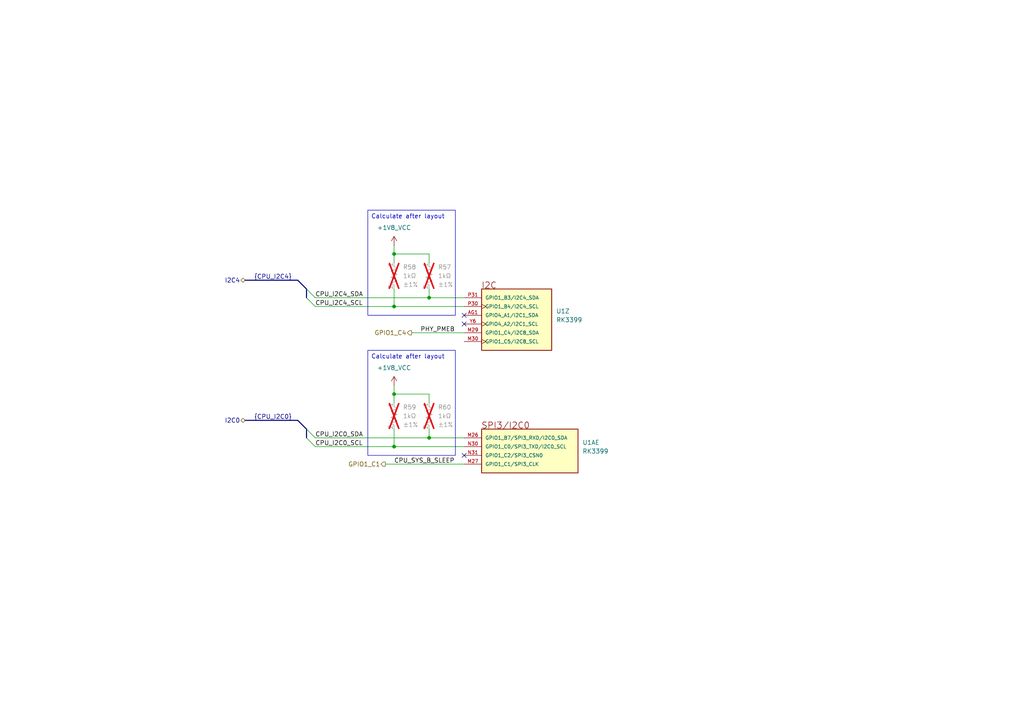
<source format=kicad_sch>
(kicad_sch (version 20250114) (generator "eeschema") (generator_version "9.0")
  (paper "A4")
  (title_block (title "CPU-RK3399 I2C Controller") (date "2026-01-14") (rev "1.0.0") (company "TickLab") (comment 1 "Project: VESA-SBC3399"))
  (lib_symbols
    (symbol "System On Chip (SoC)/RK3399_1" (pin_names (offset 1.016))
      (property "Reference" "U" (at -22.86 119.38 0))
      (property "Value" "RK3399" (at -18.4683 -124.354 0))
      (symbol "System On Chip (SoC)/RK3399_1_1_0"
        (text "Internal Logic Ground and Digital IO Ground" (at -30.48 116.84 0) (effects (font (size 1.7823 1.7823)) (justify left bottom)))
        (pin power_in line (at -20.32 114.3 0) (length 5.08) (name "VSS_1") (number "A1"))
        (pin power_in line (at -20.32 111.76 0) (length 5.08) (name "VSS_2") (number "A27"))
        (pin power_in line (at -20.32 109.22 0) (length 5.08) (name "VSS_3") (number "A31"))
        (pin power_in line (at -20.32 106.68 0) (length 5.08) (name "VSS_4") (number "AA3"))
        (pin power_in line (at -20.32 104.14 0) (length 5.08) (name "VSS_5") (number "AA5"))
        (pin power_in line (at -20.32 101.6 0) (length 5.08) (name "VSS_6") (number "AA9"))
        (pin power_in line (at -20.32 99.06 0) (length 5.08) (name "VSS_7") (number "AF18"))
        (pin power_in line (at -20.32 96.52 0) (length 5.08) (name "VSS_8") (number "Y3"))
        (pin power_in line (at -20.32 93.98 0) (length 5.08) (name "VSS_9") (number "AB9"))
        (pin power_in line (at -20.32 91.44 0) (length 5.08) (name "VSS_10") (number "AF20"))
        (pin power_in line (at -20.32 88.9 0) (length 5.08) (name "VSS_11") (number "AD22"))
        (pin power_in line (at -20.32 86.36 0) (length 5.08) (name "VSS_12") (number "AC22"))
        (pin power_in line (at -20.32 83.82 0) (length 5.08) (name "VSS_13") (number "AC20"))
        (pin power_in line (at -20.32 81.28 0) (length 5.08) (name "VSS_14") (number "AE23"))
        (pin power_in line (at -20.32 78.74 0) (length 5.08) (name "VSS_15") (number "Y10"))
        (pin power_in line (at -20.32 76.2 0) (length 5.08) (name "VSS_16") (number "AC3"))
        (pin power_in line (at -20.32 73.66 0) (length 5.08) (name "VSS_17") (number "AD3"))
        (pin power_in line (at -20.32 71.12 0) (length 5.08) (name "VSS_18") (number "AD5"))
        (pin power_in line (at -20.32 68.58 0) (length 5.08) (name "VSS_19") (number "AD10"))
        (pin power_in line (at -20.32 66.04 0) (length 5.08) (name "VSS_20") (number "AF9"))
        (pin power_in line (at -20.32 63.5 0) (length 5.08) (name "VSS_21") (number "AG2"))
        (pin power_in line (at -20.32 60.96 0) (length 5.08) (name "VSS_22") (number "AJ5"))
        (pin power_in line (at -20.32 58.42 0) (length 5.08) (name "VSS_23") (number "AL1"))
        (pin power_in line (at -20.32 55.88 0) (length 5.08) (name "VSS_24") (number "B5"))
        (pin power_in line (at -20.32 53.34 0) (length 5.08) (name "VSS_25") (number "C8"))
        (pin power_in line (at -20.32 50.8 0) (length 5.08) (name "VSS_26") (number "C9"))
        (pin power_in line (at -20.32 48.26 0) (length 5.08) (name "VSS_27") (number "C11"))
        (pin power_in line (at -20.32 45.72 0) (length 5.08) (name "VSS_28") (number "C12"))
        (pin power_in line (at -20.32 43.18 0) (length 5.08) (name "VSS_29") (number "C14"))
        (pin power_in line (at -20.32 40.64 0) (length 5.08) (name "VSS_30") (number "C15"))
        (pin power_in line (at -20.32 38.1 0) (length 5.08) (name "VSS_31") (number "C17"))
        (pin power_in line (at -20.32 35.56 0) (length 5.08) (name "VSS_32") (number "C18"))
        (pin power_in line (at -20.32 33.02 0) (length 5.08) (name "VSS_33") (number "C20"))
        (pin power_in line (at -20.32 30.48 0) (length 5.08) (name "VSS_34") (number "C21"))
        (pin power_in line (at -20.32 27.94 0) (length 5.08) (name "VSS_35") (number "C23"))
        (pin power_in line (at -20.32 25.4 0) (length 5.08) (name "VSS_36") (number "C24"))
        (pin power_in line (at -20.32 22.86 0) (length 5.08) (name "VSS_37") (number "C26"))
        (pin power_in line (at -20.32 20.32 0) (length 5.08) (name "VSS_38") (number "D5"))
        (pin power_in line (at -20.32 17.78 0) (length 5.08) (name "VSS_39") (number "E2"))
        (pin power_in line (at -20.32 15.24 0) (length 5.08) (name "VSS_40") (number "E4"))
        (pin power_in line (at -20.32 12.7 0) (length 5.08) (name "VSS_41") (number "E7"))
        (pin power_in line (at -20.32 10.16 0) (length 5.08) (name "VSS_42") (number "E12"))
        (pin power_in line (at -20.32 7.62 0) (length 5.08) (name "VSS_43") (number "E15"))
        (pin power_in line (at -20.32 5.08 0) (length 5.08) (name "VSS_44") (number "E18"))
        (pin power_in line (at -20.32 2.54 0) (length 5.08) (name "VSS_45") (number "E21"))
        (pin power_in line (at -20.32 0 0) (length 5.08) (name "VSS_46") (number "E24"))
        (pin power_in line (at -20.32 -2.54 0) (length 5.08) (name "VSS_47") (number "E31"))
        (pin power_in line (at -20.32 -5.08 0) (length 5.08) (name "VSS_48") (number "F8"))
        (pin power_in line (at -20.32 -7.62 0) (length 5.08) (name "VSS_49") (number "F15"))
        (pin power_in line (at -20.32 -10.16 0) (length 5.08) (name "VSS_50") (number "F18"))
        (pin power_in line (at -20.32 -12.7 0) (length 5.08) (name "VSS_51") (number "F20"))
        (pin power_in line (at -20.32 -15.24 0) (length 5.08) (name "VSS_52") (number "F21"))
        (pin power_in line (at -20.32 -17.78 0) (length 5.08) (name "VSS_53") (number "G5"))
        (pin power_in line (at -20.32 -20.32 0) (length 5.08) (name "VSS_54") (number "G9"))
        (pin power_in line (at -20.32 -22.86 0) (length 5.08) (name "VSS_55") (number "G18"))
        (pin power_in line (at -20.32 -25.4 0) (length 5.08) (name "VSS_56") (number "G27"))
        (pin power_in line (at -20.32 -27.94 0) (length 5.08) (name "VSS_57") (number "H3"))
        (pin power_in line (at -20.32 -30.48 0) (length 5.08) (name "VSS_58") (number "H9"))
        (pin power_in line (at -20.32 -33.02 0) (length 5.08) (name "VSS_59") (number "H10"))
        (pin power_in line (at -20.32 -35.56 0) (length 5.08) (name "VSS_60") (number "H11"))
        (pin power_in line (at -20.32 -38.1 0) (length 5.08) (name "VSS_61") (number "H12"))
        (pin power_in line (at -20.32 -40.64 0) (length 5.08) (name "VSS_62") (number "H13"))
        (pin power_in line (at -20.32 -43.18 0) (length 5.08) (name "VSS_63") (number "H15"))
        (pin power_in line (at -20.32 -45.72 0) (length 5.08) (name "VSS_64") (number "H16"))
        (pin power_in line (at -20.32 -48.26 0) (length 5.08) (name "VSS_65") (number "H17"))
        (pin power_in line (at -20.32 -50.8 0) (length 5.08) (name "VSS_66") (number "H18"))
        (pin power_in line (at -20.32 -53.34 0) (length 5.08) (name "VSS_67") (number "H26"))
        (pin power_in line (at -20.32 -55.88 0) (length 5.08) (name "VSS_68") (number "J3"))
        (pin power_in line (at -20.32 -58.42 0) (length 5.08) (name "VSS_69") (number "J6"))
        (pin power_in line (at -20.32 -60.96 0) (length 5.08) (name "VSS_70") (number "J7"))
        (pin power_in line (at -20.32 -63.5 0) (length 5.08) (name "VSS_71") (number "J8"))
        (pin power_in line (at -20.32 -66.04 0) (length 5.08) (name "VSS_72") (number "J9"))
        (pin power_in line (at -20.32 -68.58 0) (length 5.08) (name "VSS_73") (number "J10"))
        (pin power_in line (at -20.32 -71.12 0) (length 5.08) (name "VSS_74") (number "K8"))
        (pin power_in line (at -20.32 -73.66 0) (length 5.08) (name "VSS_75") (number "K9"))
        (pin power_in line (at -20.32 -76.2 0) (length 5.08) (name "VSS_76") (number "K10"))
        (pin power_in line (at -20.32 -78.74 0) (length 5.08) (name "VSS_77") (number "K12"))
        (pin power_in line (at -20.32 -81.28 0) (length 5.08) (name "VSS_78") (number "K14"))
        (pin power_in line (at -20.32 -83.82 0) (length 5.08) (name "VSS_79") (number "K16"))
        (pin power_in line (at -20.32 -86.36 0) (length 5.08) (name "VSS_80") (number "K18"))
        (pin power_in line (at -20.32 -88.9 0) (length 5.08) (name "VSS_81") (number "W21"))
        (pin power_in line (at -20.32 -91.44 0) (length 5.08) (name "VSS_82") (number "K20"))
        (pin power_in line (at -20.32 -93.98 0) (length 5.08) (name "VSS_83") (number "N19"))
        (pin power_in line (at -20.32 -96.52 0) (length 5.08) (name "VSS_84") (number "K22"))
        (pin power_in line (at -20.32 -99.06 0) (length 5.08) (name "VSS_85") (number "L3"))
        (pin power_in line (at -20.32 -101.6 0) (length 5.08) (name "VSS_86") (number "L6"))
        (pin power_in line (at -20.32 -104.14 0) (length 5.08) (name "VSS_87") (number "L8"))
        (pin power_in line (at -20.32 -106.68 0) (length 5.08) (name "VSS_88") (number "L11"))
        (pin power_in line (at -20.32 -109.22 0) (length 5.08) (name "VSS_89") (number "L12"))
        (pin power_in line (at -20.32 -111.76 0) (length 5.08) (name "VSS_90") (number "L13"))
        (pin power_in line (at 20.32 114.3 180) (length 5.08) (name "VSS_91") (number "L14"))
        (pin power_in line (at 20.32 111.76 180) (length 5.08) (name "VSS_92") (number "L15"))
        (pin power_in line (at 20.32 109.22 180) (length 5.08) (name "VSS_93") (number "L16"))
        (pin power_in line (at 20.32 106.68 180) (length 5.08) (name "VSS_94") (number "N17"))
        (pin power_in line (at 20.32 104.14 180) (length 5.08) (name "VSS_95") (number "Y17"))
        (pin power_in line (at 20.32 101.6 180) (length 5.08) (name "VSS_96") (number "L20"))
        (pin power_in line (at 20.32 99.06 180) (length 5.08) (name "VSS_97") (number "L22"))
        (pin power_in line (at 20.32 96.52 180) (length 5.08) (name "VSS_98") (number "N21"))
        (pin power_in line (at 20.32 93.98 180) (length 5.08) (name "VSS_99") (number "L27"))
        (pin power_in line (at 20.32 91.44 180) (length 5.08) (name "VSS_100") (number "M3"))
        (pin power_in line (at 20.32 88.9 180) (length 5.08) (name "VSS_101") (number "M8"))
        (pin power_in line (at 20.32 86.36 180) (length 5.08) (name "VSS_102") (number "M10"))
        (pin power_in line (at 20.32 83.82 180) (length 5.08) (name "VSS_103") (number "M16"))
        (pin power_in line (at 20.32 81.28 180) (length 5.08) (name "VSS_104") (number "M23"))
        (pin power_in line (at 20.32 78.74 180) (length 5.08) (name "VSS_105") (number "N8"))
        (pin power_in line (at 20.32 76.2 180) (length 5.08) (name "VSS_106") (number "P11"))
        (pin power_in line (at 20.32 73.66 180) (length 5.08) (name "VSS_107") (number "P12"))
        (pin power_in line (at 20.32 71.12 180) (length 5.08) (name "VSS_108") (number "N13"))
        (pin power_in line (at 20.32 68.58 180) (length 5.08) (name "VSS_109") (number "N14"))
        (pin power_in line (at 20.32 66.04 180) (length 5.08) (name "VSS_110") (number "N15"))
        (pin power_in line (at 20.32 63.5 180) (length 5.08) (name "VSS_111") (number "N16"))
        (pin power_in line (at 20.32 60.96 180) (length 5.08) (name "VSS_112") (number "P3"))
        (pin power_in line (at 20.32 58.42 180) (length 5.08) (name "VSS_113") (number "P6"))
        (pin power_in line (at 20.32 55.88 180) (length 5.08) (name "VSS_114") (number "P7"))
        (pin power_in line (at 20.32 53.34 180) (length 5.08) (name "VSS_115") (number "P8"))
        (pin power_in line (at 20.32 50.8 180) (length 5.08) (name "VSS_116") (number "P10"))
        (pin power_in line (at 20.32 48.26 180) (length 5.08) (name "VSS_117") (number "P16"))
        (pin power_in line (at 20.32 45.72 180) (length 5.08) (name "VSS_118") (number "Y16"))
        (pin power_in line (at 20.32 43.18 180) (length 5.08) (name "VSS_119") (number "P19"))
        (pin power_in line (at 20.32 40.64 180) (length 5.08) (name "VSS_120") (number "R21"))
        (pin power_in line (at 20.32 38.1 180) (length 5.08) (name "VSS_121") (number "P21"))
        (pin power_in line (at 20.32 35.56 180) (length 5.08) (name "VSS_122") (number "T19"))
        (pin power_in line (at 20.32 33.02 180) (length 5.08) (name "VSS_123") (number "R3"))
        (pin power_in line (at 20.32 30.48 180) (length 5.08) (name "VSS_124") (number "R5"))
        (pin power_in line (at 20.32 27.94 180) (length 5.08) (name "VSS_125") (number "R6"))
        (pin power_in line (at 20.32 25.4 180) (length 5.08) (name "VSS_126") (number "U11"))
        (pin power_in line (at 20.32 22.86 180) (length 5.08) (name "VSS_127") (number "U12"))
        (pin power_in line (at 20.32 20.32 180) (length 5.08) (name "VSS_128") (number "W13"))
        (pin power_in line (at 20.32 17.78 180) (length 5.08) (name "VSS_129") (number "R14"))
        (pin power_in line (at 20.32 15.24 180) (length 5.08) (name "VSS_130") (number "R15"))
        (pin power_in line (at 20.32 12.7 180) (length 5.08) (name "VSS_131") (number "R16"))
        (pin power_in line (at 20.32 10.16 180) (length 5.08) (name "VSS_132") (number "AC21"))
        (pin power_in line (at 20.32 7.62 180) (length 5.08) (name "VSS_133") (number "R23"))
        (pin power_in line (at 20.32 5.08 180) (length 5.08) (name "VSS_134") (number "T8"))
        (pin power_in line (at 20.32 2.54 180) (length 5.08) (name "VSS_135") (number "T10"))
        (pin power_in line (at 20.32 0 180) (length 5.08) (name "VSS_136") (number "Y12"))
        (pin power_in line (at 20.32 -2.54 180) (length 5.08) (name "VSS_137") (number "U14"))
        (pin power_in line (at 20.32 -5.08 180) (length 5.08) (name "VSS_138") (number "T16"))
        (pin power_in line (at 20.32 -7.62 180) (length 5.08) (name "VSS_139") (number "T21"))
        (pin power_in line (at 20.32 -10.16 180) (length 5.08) (name "VSS_140") (number "AB19"))
        (pin power_in line (at 20.32 -12.7 180) (length 5.08) (name "VSS_141") (number "U3"))
        (pin power_in line (at 20.32 -15.24 180) (length 5.08) (name "VSS_142") (number "U8"))
        (pin power_in line (at 20.32 -17.78 180) (length 5.08) (name "VSS_143") (number "U15"))
        (pin power_in line (at 20.32 -20.32 180) (length 5.08) (name "VSS_144") (number "U16"))
        (pin power_in line (at 20.32 -22.86 180) (length 5.08) (name "VSS_145") (number "AC18"))
        (pin power_in line (at 20.32 -25.4 180) (length 5.08) (name "VSS_146") (number "U19"))
        (pin power_in line (at 20.32 -27.94 180) (length 5.08) (name "VSS_147") (number "U21"))
        (pin power_in line (at 20.32 -30.48 180) (length 5.08) (name "VSS_148") (number "V17"))
        (pin power_in line (at 20.32 -33.02 180) (length 5.08) (name "VSS_149") (number "U22"))
        (pin power_in line (at 20.32 -35.56 180) (length 5.08) (name "VSS_150") (number "U29"))
        (pin power_in line (at 20.32 -38.1 180) (length 5.08) (name "VSS_151") (number "V3"))
        (pin power_in line (at 20.32 -40.64 180) (length 5.08) (name "VSS_152") (number "V5"))
        (pin power_in line (at 20.32 -43.18 180) (length 5.08) (name "VSS_153") (number "V8"))
        (pin power_in line (at 20.32 -45.72 180) (length 5.08) (name "VSS_154") (number "V10"))
        (pin power_in line (at 20.32 -48.26 180) (length 5.08) (name "VSS_155") (number "Y11"))
        (pin power_in line (at 20.32 -50.8 180) (length 5.08) (name "VSS_156") (number "Y14"))
        (pin power_in line (at 20.32 -53.34 180) (length 5.08) (name "VSS_157") (number "Y15"))
        (pin power_in line (at 20.32 -55.88 180) (length 5.08) (name "VSS_158") (number "W22"))
        (pin power_in line (at 20.32 -58.42 180) (length 5.08) (name "VSS_159") (number "W17"))
        (pin power_in line (at 20.32 -60.96 180) (length 5.08) (name "VSS_160") (number "W30"))
        (pin power_in line (at 20.32 -63.5 180) (length 5.08) (name "VSS_161") (number "W8"))
        (pin power_in line (at 20.32 -66.04 180) (length 5.08) (name "VSS_162") (number "W9"))
        (pin power_in line (at 20.32 -68.58 180) (length 5.08) (name "VSS_163") (number "AD21"))
        (pin power_in line (at 20.32 -71.12 180) (length 5.08) (name "VSS_164") (number "Y13"))
        (pin power_in line (at 20.32 -73.66 180) (length 5.08) (name "VSS_165") (number "R18"))
        (pin power_in line (at 20.32 -76.2 180) (length 5.08) (name "VSS_166") (number "Y9"))
        (pin power_in line (at 20.32 -78.74 180) (length 5.08) (name "VSS_167") (number "W19"))
        (pin power_in line (at 20.32 -81.28 180) (length 5.08) (name "VSS_168") (number "T18"))
        (pin power_in line (at 20.32 -83.82 180) (length 5.08) (name "VSS_169") (number "W18"))
        (pin power_in line (at 20.32 -86.36 180) (length 5.08) (name "VSS_170") (number "Y20"))
        (pin power_in line (at 20.32 -88.9 180) (length 5.08) (name "VSS_171") (number "AJ28"))
        (pin power_in line (at 20.32 -91.44 180) (length 5.08) (name "VSS_172") (number "AJ21"))
        (pin power_in line (at 20.32 -93.98 180) (length 5.08) (name "VSS_173") (number "AJ23"))
        (pin power_in line (at 20.32 -96.52 180) (length 5.08) (name "VSS_174") (number "AJ24"))
        (pin power_in line (at 20.32 -99.06 180) (length 5.08) (name "VSS_175") (number "AJ26"))
        (pin power_in line (at 20.32 -101.6 180) (length 5.08) (name "VSS_176") (number "AJ27"))
        (pin power_in line (at 20.32 -104.14 180) (length 5.08) (name "VSS_177") (number "AA13"))
        (pin power_in line (at 20.32 -106.68 180) (length 5.08) (name "VSS_178") (number "AL31"))
        (pin power_in line (at 20.32 -109.22 180) (length 5.08) (name "VSS_179") (number "AA10"))
        (pin power_in line (at 20.32 -111.76 180) (length 5.08) (name "VSS_180") (number "AJ20"))
      )
      (symbol "System On Chip (SoC)/RK3399_1_2_0"
        (text "Analog Ground" (at -15.3236 48.4013 0) (effects (font (size 1.784 1.784)) (justify left bottom)))
        (pin power_in line (at -20.32 43.18 0) (length 5.08) (name "AVSS_1") (number "Y23"))
        (pin power_in line (at -20.32 40.64 0) (length 5.08) (name "AVSS_2") (number "AF23"))
        (pin power_in line (at -20.32 38.1 0) (length 5.08) (name "AVSS_3") (number "AF24"))
        (pin power_in line (at -20.32 35.56 0) (length 5.08) (name "AVSS_4") (number "AA23"))
        (pin power_in line (at -20.32 33.02 0) (length 5.08) (name "AVSS_5") (number "AB23"))
        (pin power_in line (at -20.32 30.48 0) (length 5.08) (name "AVSS_6") (number "AA26"))
        (pin power_in line (at -20.32 27.94 0) (length 5.08) (name "AVSS_7") (number "AA29"))
        (pin power_in line (at -20.32 25.4 0) (length 5.08) (name "AVSS_8") (number "AB11"))
        (pin power_in line (at -20.32 22.86 0) (length 5.08) (name "AVSS_9") (number "AB13"))
        (pin power_in line (at -20.32 20.32 0) (length 5.08) (name "AVSS_10") (number "AC15"))
        (pin power_in line (at -20.32 17.78 0) (length 5.08) (name "AVSS_11") (number "AD13"))
        (pin power_in line (at -20.32 15.24 0) (length 5.08) (name "AVSS_12") (number "AB10"))
        (pin power_in line (at -20.32 12.7 0) (length 5.08) (name "AVSS_13") (number "AA11"))
        (pin power_in line (at -20.32 10.16 0) (length 5.08) (name "AVSS_14") (number "AC26"))
        (pin power_in line (at -20.32 7.62 0) (length 5.08) (name "AVSS_15") (number "AC29"))
        (pin power_in line (at -20.32 5.08 0) (length 5.08) (name "AVSS_16") (number "AD17"))
        (pin power_in line (at -20.32 2.54 0) (length 5.08) (name "AVSS_17") (number "AA12"))
        (pin power_in line (at -20.32 0 0) (length 5.08) (name "AVSS_18") (number "AC16"))
        (pin power_in line (at -20.32 -2.54 0) (length 5.08) (name "AVSS_19") (number "AC23"))
        (pin power_in line (at -20.32 -5.08 0) (length 5.08) (name "AVSS_20") (number "AD29"))
        (pin power_in line (at -20.32 -7.62 0) (length 5.08) (name "AVSS_21") (number "AE11"))
        (pin power_in line (at -20.32 -10.16 0) (length 5.08) (name "AVSS_22") (number "AE12"))
        (pin power_in line (at -20.32 -12.7 0) (length 5.08) (name "AVSS_23") (number "AE14"))
        (pin power_in line (at -20.32 -15.24 0) (length 5.08) (name "AVSS_24") (number "AE17"))
        (pin power_in line (at -20.32 -17.78 0) (length 5.08) (name "AVSS_25") (number "AE27"))
        (pin power_in line (at -20.32 -20.32 0) (length 5.08) (name "AVSS_26") (number "AA14"))
        (pin power_in line (at -20.32 -22.86 0) (length 5.08) (name "AVSS_27") (number "AF17"))
        (pin power_in line (at -20.32 -25.4 0) (length 5.08) (name "AVSS_28") (number "AF29"))
        (pin power_in line (at -20.32 -27.94 0) (length 5.08) (name "AVSS_29") (number "AG29"))
        (pin power_in line (at -20.32 -30.48 0) (length 5.08) (name "AVSS_30") (number "AH29"))
        (pin power_in line (at -20.32 -33.02 0) (length 5.08) (name "AVSS_31") (number "AJ6"))
        (pin power_in line (at -20.32 -35.56 0) (length 5.08) (name "AVSS_32") (number "AJ8"))
        (pin power_in line (at -20.32 -38.1 0) (length 5.08) (name "AVSS_33") (number "AJ9"))
        (pin power_in line (at -20.32 -40.64 0) (length 5.08) (name "AVSS_34") (number "AJ11"))
        (pin power_in line (at -20.32 -43.18 0) (length 5.08) (name "AVSS_35") (number "AJ12"))
        (pin power_in line (at 20.32 43.18 180) (length 5.08) (name "AVSS_36") (number "AJ14"))
        (pin power_in line (at 20.32 40.64 180) (length 5.08) (name "AVSS_37") (number "AJ15"))
        (pin power_in line (at 20.32 38.1 180) (length 5.08) (name "AVSS_38") (number "AJ17"))
        (pin power_in line (at 20.32 35.56 180) (length 5.08) (name "AVSS_39") (number "AJ18"))
        (pin power_in line (at 20.32 33.02 180) (length 5.08) (name "AVSS_40") (number "AD26"))
        (pin power_in line (at 20.32 30.48 180) (length 5.08) (name "AVSS_41") (number "AB16"))
        (pin power_in line (at 20.32 27.94 180) (length 5.08) (name "AVSS_42") (number "AB15"))
        (pin power_in line (at 20.32 25.4 180) (length 5.08) (name "AVSS_43") (number "AC17"))
        (pin power_in line (at 20.32 22.86 180) (length 5.08) (name "AVSS_44") (number "AC11"))
        (pin power_in line (at 20.32 20.32 180) (length 5.08) (name "AVSS_45") (number "AC13"))
        (pin power_in line (at 20.32 17.78 180) (length 5.08) (name "AVSS_46") (number "W23"))
        (pin power_in line (at 20.32 15.24 180) (length 5.08) (name "AVSS_47") (number "AJ29"))
        (pin power_in line (at 20.32 12.7 180) (length 5.08) (name "AVSS_48") (number "Y29"))
        (pin power_in line (at 20.32 10.16 180) (length 5.08) (name "AVSS_49") (number "U23"))
        (pin power_in line (at 20.32 7.62 180) (length 5.08) (name "AVSS_50") (number "V23"))
        (pin power_in line (at 20.32 5.08 180) (length 5.08) (name "AVSS_51") (number "AC25"))
        (pin power_in line (at 20.32 2.54 180) (length 5.08) (name "AVSS_52") (number "AB17"))
        (pin power_in line (at 20.32 0 180) (length 5.08) (name "AVSS_53") (number "AA15"))
        (pin power_in line (at 20.32 -7.62 180) (length 5.08) (name "EDP_AVSS_1") (number "B31"))
        (pin power_in line (at 20.32 -10.16 180) (length 5.08) (name "EDP_AVSS_2") (number "C28"))
        (pin power_in line (at 20.32 -12.7 180) (length 5.08) (name "EDP_AVSS_3") (number "C29"))
        (pin power_in line (at 20.32 -15.24 180) (length 5.08) (name "EDP_AVSS_4") (number "D29"))
        (pin power_in line (at 20.32 -17.78 180) (length 5.08) (name "EDP_AVSS_5") (number "H19"))
        (pin power_in line (at 20.32 -20.32 180) (length 5.08) (name "EDP_AVSS_6") (number "J21"))
        (pin power_in line (at 20.32 -30.48 180) (length 5.08) (name "PLL_AVSS") (number "P17"))
      )
      (symbol "System On Chip (SoC)/RK3399_1_3_0"
        (text "Internal Center Logic Power" (at -17.78 7.62 0) (effects (font (size 1.7808 1.7808)) (justify left bottom)))
        (pin power_in line (at -25.4 5.08 0) (length 5.08) (name "CENTERLOGIC_VDD_1") (number "M11"))
        (pin power_in line (at -25.4 2.54 0) (length 5.08) (name "CENTERLOGIC_VDD_2") (number "M12"))
        (pin power_in line (at -25.4 0 0) (length 5.08) (name "CENTERLOGIC_VDD_3") (number "M13"))
        (pin power_in line (at -25.4 -2.54 0) (length 5.08) (name "CENTERLOGIC_VDD_4") (number "M14"))
        (pin power_in line (at -25.4 -5.08 0) (length 5.08) (name "CENTERLOGIC_VDD_5") (number "M15"))
        (pin power_in line (at 25.4 5.08 180) (length 5.08) (name "CENTERLOGIC_VDD_6") (number "N11"))
        (pin power_in line (at 25.4 2.54 180) (length 5.08) (name "CENTERLOGIC_VDD_7") (number "N12"))
        (pin power_in line (at 25.4 0 180) (length 5.08) (name "CENTERLOGIC_VDD_8") (number "P13"))
        (pin power_in line (at 25.4 -2.54 180) (length 5.08) (name "CENTERLOGIC_VDD_9") (number "P14"))
        (pin power_in line (at 25.4 -5.08 180) (length 5.08) (name "CENTERLOGIC_VDD_10") (number "P15"))
      )
      (symbol "System On Chip (SoC)/RK3399_1_4_0"
        (text "Internal GPU Power" (at -15.3324 15.3417 0) (effects (font (size 1.7843 1.7843)) (justify left bottom)))
        (pin power_in line (at -20.32 12.7 0) (length 5.08) (name "GPU_VDD_1") (number "W11"))
        (pin power_in line (at -20.32 10.16 0) (length 5.08) (name "GPU_VDD_2") (number "W12"))
        (pin power_in line (at -20.32 7.62 0) (length 5.08) (name "GPU_VDD_3") (number "W14"))
        (pin power_in line (at -20.32 5.08 0) (length 5.08) (name "GPU_VDD_4") (number "V15"))
        (pin power_in line (at -20.32 2.54 0) (length 5.08) (name "GPU_VDD_5") (number "V14"))
        (pin power_in line (at -20.32 0 0) (length 5.08) (name "GPU_VDD_6") (number "V13"))
        (pin power_in line (at -20.32 -2.54 0) (length 5.08) (name "GPU_VDD_7") (number "U13"))
        (pin power_in line (at -20.32 -5.08 0) (length 5.08) (name "GPU_VDD_8") (number "R11"))
        (pin power_in line (at -20.32 -7.62 0) (length 5.08) (name "GPU_VDD_9") (number "R12"))
        (pin power_in line (at -20.32 -10.16 0) (length 5.08) (name "GPU_VDD_10") (number "T11"))
        (pin power_in line (at 20.32 12.7 180) (length 5.08) (name "GPU_VDD_11") (number "T12"))
        (pin power_in line (at 20.32 10.16 180) (length 5.08) (name "GPU_VDD_12") (number "T13"))
        (pin power_in line (at 20.32 7.62 180) (length 5.08) (name "GPU_VDD_13") (number "R13"))
        (pin power_in line (at 20.32 5.08 180) (length 5.08) (name "GPU_VDD_14") (number "T14"))
        (pin power_in line (at 20.32 2.54 180) (length 5.08) (name "GPU_VDD_15") (number "V11"))
        (pin power_in line (at 20.32 0 180) (length 5.08) (name "GPU_VDD_16") (number "V12"))
        (pin power_in line (at 20.32 -2.54 180) (length 5.08) (name "GPU_VDD_17") (number "V16"))
        (pin power_in line (at 20.32 -5.08 180) (length 5.08) (name "GPU_VDD_18") (number "W16"))
        (pin power_in line (at 20.32 -7.62 180) (length 5.08) (name "GPU_VDD_19") (number "W15"))
        (pin power_in line (at 20.32 -10.16 180) (length 5.08) (name "GPU_VDD_20") (number "W10"))
        (pin power_out line (at 20.32 -12.7 180) (length 5.08) (name "GPU_VDD_COM") (number "T15"))
      )
      (symbol "System On Chip (SoC)/RK3399_1_5_0"
        (text "Internal BIG CPU A72 Power" (at -17.78 10.16 0) (effects (font (size 1.7837 1.7837)) (justify left bottom)))
        (pin power_in line (at -20.32 7.62 0) (length 5.08) (name "BIGCPU_VDD_1") (number "L19"))
        (pin power_in line (at -20.32 5.08 0) (length 5.08) (name "BIGCPU_VDD_2") (number "L21"))
        (pin power_in line (at -20.32 2.54 0) (length 5.08) (name "BIGCPU_VDD_3") (number "M18"))
        (pin power_in line (at -20.32 0 0) (length 5.08) (name "BIGCPU_VDD_4") (number "M19"))
        (pin power_in line (at -20.32 -2.54 0) (length 5.08) (name "BIGCPU_VDD_5") (number "M20"))
        (pin power_in line (at -20.32 -5.08 0) (length 5.08) (name "BIGCPU_VDD_6") (number "M21"))
        (pin power_in line (at -20.32 -7.62 0) (length 5.08) (name "BIGCPU_VDD_7") (number "M22"))
        (pin power_in line (at 20.32 7.62 180) (length 5.08) (name "BIGCPU_VDD_8") (number "L18"))
        (pin power_in line (at 20.32 5.08 180) (length 5.08) (name "BIGCPU_VDD_9") (number "N22"))
        (pin power_in line (at 20.32 2.54 180) (length 5.08) (name "BIGCPU_VDD_10") (number "N20"))
        (pin power_in line (at 20.32 0 180) (length 5.08) (name "BIGCPU_VDD_11") (number "L23"))
        (pin power_in line (at 20.32 -2.54 180) (length 5.08) (name "BIGCPU_VDD_12") (number "K19"))
        (pin power_in line (at 20.32 -5.08 180) (length 5.08) (name "BIGCPU_VDD_13") (number "K21"))
        (pin power_out line (at 20.32 -7.62 180) (length 5.08) (name "BIGCPU_VDD_COM") (number "N18"))
      )
      (symbol "System On Chip (SoC)/RK3399_1_6_0"
        (text "Internal Logic Power" (at -15.24 10.16 0) (effects (font (size 1.7838 1.7838)) (justify left bottom)))
        (pin power_in line (at -20.32 7.62 0) (length 5.08) (name "LOGIC_VDD_1") (number "V22"))
        (pin power_in line (at -20.32 5.08 0) (length 5.08) (name "LOGIC_VDD_2") (number "V21"))
        (pin power_in line (at -20.32 2.54 0) (length 5.08) (name "LOGIC_VDD_3") (number "V20"))
        (pin power_in line (at -20.32 0 0) (length 5.08) (name "LOGIC_VDD_4") (number "V19"))
        (pin power_in line (at -20.32 -2.54 0) (length 5.08) (name "LOGIC_VDD_5") (number "V18"))
        (pin power_in line (at -20.32 -5.08 0) (length 5.08) (name "LOGIC_VDD_6") (number "W20"))
        (pin power_in line (at 20.32 7.62 180) (length 5.08) (name "LOGIC_VDD_7") (number "U18"))
        (pin power_in line (at 20.32 5.08 180) (length 5.08) (name "LOGIC_VDD_8") (number "U17"))
        (pin power_in line (at 20.32 2.54 180) (length 5.08) (name "LOGIC_VDD_9") (number "M17"))
        (pin power_in line (at 20.32 0 180) (length 5.08) (name "LOGIC_VDD_10") (number "L17"))
        (pin power_in line (at 20.32 -2.54 180) (length 5.08) (name "LOGIC_VDD_11") (number "T17"))
        (pin power_in line (at 20.32 -5.08 180) (length 5.08) (name "LOGIC_VDD_12") (number "U20"))
      )
      (symbol "System On Chip (SoC)/RK3399_1_7_0"
        (text "Internal LITTLE CPU A53 Power" (at -20.4095 5.1351 0) (effects (font (size 1.7835 1.7835)) (justify left bottom)))
        (pin power_in line (at -20.32 2.54 0) (length 5.08) (name "LITCPU_VDD_1") (number "P20"))
        (pin power_in line (at -20.32 0 0) (length 5.08) (name "LITCPU_VDD_2") (number "R19"))
        (pin power_in line (at -20.32 -2.54 0) (length 5.08) (name "LITCPU_VDD_3") (number "R20"))
        (pin power_in line (at -20.32 -5.08 0) (length 5.08) (name "LITCPU_VDD_4") (number "P22"))
        (pin power_in line (at 20.32 2.54 180) (length 5.08) (name "LITCPU_VDD_5") (number "T22"))
        (pin power_in line (at 20.32 0 180) (length 5.08) (name "LITCPU_VDD_6") (number "T20"))
        (pin power_in line (at 20.32 -2.54 180) (length 5.08) (name "LITCPU_VDD_7") (number "R22"))
      )
      (symbol "System On Chip (SoC)/RK3399_1_8_0"
        (text "PCIe differential data I/O signals" (at -20.4082 22.9382 0) (effects (font (size 1.7834 1.7834)) (justify left bottom)))
        (pin input line (at -25.4 20.32 0) (length 5.08) (name "PCIE_RX0_P") (number "AF30"))
        (pin input line (at -25.4 17.78 0) (length 5.08) (name "PCIE_RX0_N") (number "AF31"))
        (pin input line (at -25.4 12.7 0) (length 5.08) (name "PCIE_RX1_P") (number "AH30"))
        (pin input line (at -25.4 10.16 0) (length 5.08) (name "PCIE_RX1_N") (number "AH31"))
        (pin input line (at -25.4 5.08 0) (length 5.08) (name "PCIE_RX2_P") (number "AC27"))
        (pin input line (at -25.4 2.54 0) (length 5.08) (name "PCIE_RX2_N") (number "AC28"))
        (pin input line (at -25.4 -2.54 0) (length 5.08) (name "PCIE_RX3_P") (number "AF27"))
        (pin input line (at -25.4 -5.08 0) (length 5.08) (name "PCIE_RX3_N") (number "AF28"))
        (pin input clock (at -25.4 -10.16 0) (length 5.08) (name "GPIO4_D0/PCIE_CLKREQNB") (number "AE6"))
        (pin power_in line (at 25.4 20.32 180) (length 5.08) (name "PCIE_AVDD_0V9") (number "W24"))
        (pin power_in line (at 25.4 17.78 180) (length 5.08) (name "PCIE_AVDD_1V8") (number "Y24"))
        (pin output line (at 25.4 12.7 180) (length 5.08) (name "PCIE_TX0_P") (number "AE30"))
        (pin output line (at 25.4 10.16 180) (length 5.08) (name "PCIE_TX0_N") (number "AE31"))
        (pin output line (at 25.4 5.08 180) (length 5.08) (name "PCIE_TX1_P") (number "AG30"))
        (pin output line (at 25.4 2.54 180) (length 5.08) (name "PCIE_TX1_N") (number "AG31"))
        (pin output line (at 25.4 -2.54 180) (length 5.08) (name "PCIE_TX2_P") (number "AA27"))
        (pin output line (at 25.4 -5.08 180) (length 5.08) (name "PCIE_TX2_N") (number "AA28"))
        (pin output line (at 25.4 -10.16 180) (length 5.08) (name "PCIE_TX3_P") (number "AD27"))
        (pin output line (at 25.4 -12.7 180) (length 5.08) (name "PCIE_TX3_N") (number "AD28"))
        (pin output line (at 25.4 -17.78 180) (length 5.08) (name "PCIE_RCLK_100M_N") (number "AD30"))
        (pin output line (at 25.4 -20.32 180) (length 5.08) (name "PCIE_RCLK_100M_P") (number "AD31"))
      )
      (symbol "System On Chip (SoC)/RK3399_1_9_0"
        (text "DDRC0" (at -20.4006 73.8062 0) (effects (font (size 1.7827 1.7827)) (justify left bottom)))
        (pin bidirectional line (at -25.4 71.12 0) (length 5.08) (name "DDR0_DQ0") (number "AB2"))
        (pin bidirectional line (at -25.4 68.58 0) (length 5.08) (name "DDR0_DQ1") (number "AB1"))
        (pin bidirectional line (at -25.4 66.04 0) (length 5.08) (name "DDR0_DQ2") (number "AA2"))
        (pin bidirectional line (at -25.4 63.5 0) (length 5.08) (name "DDR0_DQ3") (number "AA1"))
        (pin bidirectional line (at -25.4 60.96 0) (length 5.08) (name "DDR0_DQ4") (number "Y2"))
        (pin bidirectional line (at -25.4 58.42 0) (length 5.08) (name "DDR0_DQ5") (number "Y1"))
        (pin bidirectional line (at -25.4 55.88 0) (length 5.08) (name "DDR0_DQ6") (number "W1"))
        (pin bidirectional line (at -25.4 53.34 0) (length 5.08) (name "DDR0_DQ7") (number "W2"))
        (pin bidirectional line (at -25.4 50.8 0) (length 5.08) (name "DDR0_DQ8") (number "AF2"))
        (pin bidirectional line (at -25.4 48.26 0) (length 5.08) (name "DDR0_DQ9") (number "AE2"))
        (pin bidirectional line (at -25.4 45.72 0) (length 5.08) (name "DDR0_DQ10") (number "AF1"))
        (pin bidirectional line (at -25.4 43.18 0) (length 5.08) (name "DDR0_DQ11") (number "AD2"))
        (pin bidirectional line (at -25.4 40.64 0) (length 5.08) (name "DDR0_DQ12") (number "AE1"))
        (pin bidirectional line (at -25.4 38.1 0) (length 5.08) (name "DDR0_DQ13") (number "AD1"))
        (pin bidirectional line (at -25.4 35.56 0) (length 5.08) (name "DDR0_DQ14") (number "AC1"))
        (pin bidirectional line (at -25.4 33.02 0) (length 5.08) (name "DDR0_DQ15") (number "AC2"))
        (pin bidirectional line (at -25.4 30.48 0) (length 5.08) (name "DDR0_DQ16") (number "V1"))
        (pin bidirectional line (at -25.4 27.94 0) (length 5.08) (name "DDR0_DQ17") (number "V2"))
        (pin bidirectional line (at -25.4 25.4 0) (length 5.08) (name "DDR0_DQ18") (number "U1"))
        (pin bidirectional line (at -25.4 22.86 0) (length 5.08) (name "DDR0_DQ19") (number "U2"))
        (pin bidirectional line (at -25.4 20.32 0) (length 5.08) (name "DDR0_DQ20") (number "T1"))
        (pin bidirectional line (at -25.4 17.78 0) (length 5.08) (name "DDR0_DQ21") (number "T2"))
        (pin bidirectional line (at -25.4 15.24 0) (length 5.08) (name "DDR0_DQ22") (number "R2"))
        (pin bidirectional line (at -25.4 12.7 0) (length 5.08) (name "DDR0_DQ23") (number "R1"))
        (pin bidirectional line (at -25.4 10.16 0) (length 5.08) (name "DDR0_DQ24") (number "P1"))
        (pin bidirectional line (at -25.4 7.62 0) (length 5.08) (name "DDR0_DQ25") (number "P2"))
        (pin bidirectional line (at -25.4 5.08 0) (length 5.08) (name "DDR0_DQ26") (number "N1"))
        (pin bidirectional line (at -25.4 2.54 0) (length 5.08) (name "DDR0_DQ27") (number "M1"))
        (pin bidirectional line (at -25.4 0 0) (length 5.08) (name "DDR0_DQ28") (number "N2"))
        (pin bidirectional line (at -25.4 -2.54 0) (length 5.08) (name "DDR0_DQ29") (number "L1"))
        (pin bidirectional line (at -25.4 -5.08 0) (length 5.08) (name "DDR0_DQ30") (number "M2"))
        (pin bidirectional line (at -25.4 -7.62 0) (length 5.08) (name "DDR0_DQ31") (number "L2"))
        (pin bidirectional line (at -25.4 -15.24 0) (length 5.08) (name "DDR0_DQS0P") (number "Y4"))
        (pin bidirectional line (at -25.4 -17.78 0) (length 5.08) (name "DDR0_DQS0N") (number "AA4"))
        (pin bidirectional line (at -25.4 -20.32 0) (length 5.08) (name "DDR0_DQS1P") (number "AC4"))
        (pin bidirectional line (at -25.4 -22.86 0) (length 5.08) (name "DDR0_DQS1N") (number "AD4"))
        (pin bidirectional line (at -25.4 -25.4 0) (length 5.08) (name "DDR0_DQS2P") (number "U4"))
        (pin bidirectional line (at -25.4 -27.94 0) (length 5.08) (name "DDR0_DQS2N") (number "V4"))
        (pin bidirectional line (at -25.4 -30.48 0) (length 5.08) (name "DDR0_DQS3P") (number "P4"))
        (pin bidirectional line (at -25.4 -33.02 0) (length 5.08) (name "DDR0_DQS3N") (number "R4"))
        (pin bidirectional line (at -25.4 -38.1 0) (length 5.08) (name "DDR0_PZQ") (number "R7"))
        (pin power_in line (at -25.4 -58.42 0) (length 5.08) (name "DDR0PLL_AVDD_0V9") (number "R8"))
        (pin power_in line (at -25.4 -60.96 0) (length 5.08) (name "DDR0_CLK_VDD") (number "M7"))
        (pin power_in line (at -25.4 -63.5 0) (length 5.08) (name "DDR0_VDD_1") (number "L9"))
        (pin power_in line (at -25.4 -66.04 0) (length 5.08) (name "DDR0_VDD_2") (number "L10"))
        (pin power_in line (at -25.4 -68.58 0) (length 5.08) (name "DDR0_VDD_3") (number "M9"))
        (pin power_in line (at -25.4 -71.12 0) (length 5.08) (name "DDR0_VDD_4") (number "N9"))
        (pin power_in line (at -25.4 -73.66 0) (length 5.08) (name "DDR0_VDD_5") (number "N10"))
        (pin power_in line (at -25.4 -76.2 0) (length 5.08) (name "DDR0_VDD_6") (number "P9"))
        (pin power_in line (at -25.4 -78.74 0) (length 5.08) (name "DDR0_VDD_7") (number "R9"))
        (pin output line (at 25.4 71.12 180) (length 5.08) (name "DDR0_CLK0P") (number "H4"))
        (pin output line (at 25.4 68.58 180) (length 5.08) (name "DDR0_CLK0N") (number "J4"))
        (pin output line (at 25.4 66.04 180) (length 5.08) (name "DDR0_CLK1P") (number "H5"))
        (pin output line (at 25.4 63.5 180) (length 5.08) (name "DDR0_CLK1N") (number "J5"))
        (pin output line (at 25.4 58.42 180) (length 5.08) (name "DDR0_RESETN") (number "L7"))
        (pin output line (at 25.4 55.88 180) (length 5.08) (name "DDR0_RASN") (number "F3"))
        (pin output line (at 25.4 53.34 180) (length 5.08) (name "DDR0_CASN") (number "H6"))
        (pin output line (at 25.4 45.72 180) (length 5.08) (name "DDR0_DM0") (number "Y5"))
        (pin output line (at 25.4 43.18 180) (length 5.08) (name "DDR0_DM1") (number "AC5"))
        (pin output line (at 25.4 40.64 180) (length 5.08) (name "DDR0_DM2") (number "U5"))
        (pin output line (at 25.4 38.1 180) (length 5.08) (name "DDR0_DM3") (number "P5"))
        (pin output line (at 25.4 33.02 180) (length 5.08) (name "DDR0_CSN0") (number "M6"))
        (pin output line (at 25.4 30.48 180) (length 5.08) (name "DDR0_CSN1") (number "B1"))
        (pin output line (at 25.4 27.94 180) (length 5.08) (name "DDR0_CSN2") (number "M5"))
        (pin output line (at 25.4 25.4 180) (length 5.08) (name "DDR0_CSN3") (number "C2"))
        (pin output line (at 25.4 22.86 180) (length 5.08) (name "DDR0_A0") (number "F2"))
        (pin output line (at 25.4 20.32 180) (length 5.08) (name "DDR0_A1") (number "F1"))
        (pin output line (at 25.4 17.78 180) (length 5.08) (name "DDR0_A2") (number "G1"))
        (pin output line (at 25.4 15.24 180) (length 5.08) (name "DDR0_A3") (number "G2"))
        (pin output line (at 25.4 12.7 180) (length 5.08) (name "DDR0_A4") (number "H2"))
        (pin output line (at 25.4 10.16 180) (length 5.08) (name "DDR0_A5") (number "H1"))
        (pin output line (at 25.4 7.62 180) (length 5.08) (name "DDR0_A6") (number "J1"))
        (pin output line (at 25.4 5.08 180) (length 5.08) (name "DDR0_A7") (number "J2"))
        (pin output line (at 25.4 2.54 180) (length 5.08) (name "DDR0_A8") (number "K2"))
        (pin output line (at 25.4 0 180) (length 5.08) (name "DDR0_A9") (number "K1"))
        (pin output line (at 25.4 -2.54 180) (length 5.08) (name "DDR0_A10") (number "D1"))
        (pin output line (at 25.4 -5.08 180) (length 5.08) (name "DDR0_A11") (number "E3"))
        (pin output line (at 25.4 -7.62 180) (length 5.08) (name "DDR0_A12") (number "C1"))
        (pin output line (at 25.4 -10.16 180) (length 5.08) (name "DDR0_A13") (number "D2"))
        (pin output line (at 25.4 -12.7 180) (length 5.08) (name "DDR0_A14") (number "D3"))
        (pin output line (at 25.4 -15.24 180) (length 5.08) (name "DDR0_A15") (number "H7"))
        (pin output line (at 25.4 -20.32 180) (length 5.08) (name "DDR0_ATB0") (number "U6"))
        (pin output line (at 25.4 -22.86 180) (length 5.08) (name "DDR0_ATB1") (number "U7"))
        (pin output line (at 25.4 -27.94 180) (length 5.08) (name "DDR0_BA0") (number "C3"))
        (pin output line (at 25.4 -30.48 180) (length 5.08) (name "DDR0_BA1") (number "F4"))
        (pin output line (at 25.4 -33.02 180) (length 5.08) (name "DDR0_BA2") (number "M4"))
        (pin output line (at 25.4 -38.1 180) (length 5.08) (name "DDR0_ODT0") (number "L4"))
        (pin output line (at 25.4 -40.64 180) (length 5.08) (name "DDR0_ODT1") (number "L5"))
        (pin output line (at 25.4 -45.72 180) (length 5.08) (name "DDR0_PLL_TESTOUT_P") (number "V6"))
        (pin output line (at 25.4 -48.26 180) (length 5.08) (name "DDR0_PLL_TESTOUT_N") (number "V7"))
        (pin output line (at 25.4 -53.34 180) (length 5.08) (name "DDR0_WEN") (number "G6"))
        (pin output line (at 25.4 -60.96 180) (length 5.08) (name "DDR0_CKE0") (number "E1"))
        (pin output line (at 25.4 -63.5 180) (length 5.08) (name "DDR0_CKE1") (number "F5"))
        (pin power_in line (at 25.4 -68.58 180) (length 5.08) (name "DDR0_VDD_8") (number "R10"))
        (pin power_in line (at 25.4 -71.12 180) (length 5.08) (name "DDR0_VDD_9") (number "T9"))
        (pin power_in line (at 25.4 -73.66 180) (length 5.08) (name "DDR0_VDD_10") (number "U9"))
        (pin power_in line (at 25.4 -76.2 180) (length 5.08) (name "DDR0_VDD_11") (number "U10"))
        (pin power_in line (at 25.4 -78.74 180) (length 5.08) (name "DDR0_VDD_12") (number "V9"))
      )
      (symbol "System On Chip (SoC)/RK3399_1_10_0"
        (text "DDRC1" (at -20.4001 73.8044 0) (effects (font (size 1.7827 1.7827)) (justify left bottom)))
        (pin bidirectional line (at -25.4 71.12 0) (length 5.08) (name "DDR1_DQ0") (number "B15"))
        (pin bidirectional line (at -25.4 68.58 0) (length 5.08) (name "DDR1_DQ1") (number "A15"))
        (pin bidirectional line (at -25.4 66.04 0) (length 5.08) (name "DDR1_DQ2") (number "B16"))
        (pin bidirectional line (at -25.4 63.5 0) (length 5.08) (name "DDR1_DQ3") (number "A16"))
        (pin bidirectional line (at -25.4 60.96 0) (length 5.08) (name "DDR1_DQ4") (number "B17"))
        (pin bidirectional line (at -25.4 58.42 0) (length 5.08) (name "DDR1_DQ5") (number "A17"))
        (pin bidirectional line (at -25.4 55.88 0) (length 5.08) (name "DDR1_DQ6") (number "A18"))
        (pin bidirectional line (at -25.4 53.34 0) (length 5.08) (name "DDR1_DQ7") (number "B18"))
        (pin bidirectional line (at -25.4 50.8 0) (length 5.08) (name "DDR1_DQ8") (number "B11"))
        (pin bidirectional line (at -25.4 48.26 0) (length 5.08) (name "DDR1_DQ9") (number "B12"))
        (pin bidirectional line (at -25.4 45.72 0) (length 5.08) (name "DDR1_DQ10") (number "A11"))
        (pin bidirectional line (at -25.4 43.18 0) (length 5.08) (name "DDR1_DQ11") (number "B13"))
        (pin bidirectional line (at -25.4 40.64 0) (length 5.08) (name "DDR1_DQ12") (number "A12"))
        (pin bidirectional line (at -25.4 38.1 0) (length 5.08) (name "DDR1_DQ13") (number "A13"))
        (pin bidirectional line (at -25.4 35.56 0) (length 5.08) (name "DDR1_DQ14") (number "A14"))
        (pin bidirectional line (at -25.4 33.02 0) (length 5.08) (name "DDR1_DQ15") (number "B14"))
        (pin bidirectional line (at -25.4 30.48 0) (length 5.08) (name "DDR1_DQ16") (number "A19"))
        (pin bidirectional line (at -25.4 27.94 0) (length 5.08) (name "DDR1_DQ17") (number "B19"))
        (pin bidirectional line (at -25.4 25.4 0) (length 5.08) (name "DDR1_DQ18") (number "A20"))
        (pin bidirectional line (at -25.4 22.86 0) (length 5.08) (name "DDR1_DQ19") (number "B20"))
        (pin bidirectional line (at -25.4 20.32 0) (length 5.08) (name "DDR1_DQ20") (number "A21"))
        (pin bidirectional line (at -25.4 17.78 0) (length 5.08) (name "DDR1_DQ21") (number "B21"))
        (pin bidirectional line (at -25.4 15.24 0) (length 5.08) (name "DDR1_DQ22") (number "B22"))
        (pin bidirectional line (at -25.4 12.7 0) (length 5.08) (name "DDR1_DQ23") (number "A22"))
        (pin bidirectional line (at -25.4 10.16 0) (length 5.08) (name "DDR1_DQ24") (number "A23"))
        (pin bidirectional line (at -25.4 7.62 0) (length 5.08) (name "DDR1_DQ25") (number "B23"))
        (pin bidirectional line (at -25.4 5.08 0) (length 5.08) (name "DDR1_DQ26") (number "A24"))
        (pin bidirectional line (at -25.4 2.54 0) (length 5.08) (name "DDR1_DQ27") (number "A25"))
        (pin bidirectional line (at -25.4 0 0) (length 5.08) (name "DDR1_DQ28") (number "B24"))
        (pin bidirectional line (at -25.4 -2.54 0) (length 5.08) (name "DDR1_DQ29") (number "A26"))
        (pin bidirectional line (at -25.4 -5.08 0) (length 5.08) (name "DDR1_DQ30") (number "B25"))
        (pin bidirectional line (at -25.4 -7.62 0) (length 5.08) (name "DDR1_DQ31") (number "B26"))
        (pin bidirectional line (at -25.4 -15.24 0) (length 5.08) (name "DDR1_DQS0P") (number "D18"))
        (pin bidirectional line (at -25.4 -17.78 0) (length 5.08) (name "DDR1_DQS0N") (number "D17"))
        (pin bidirectional line (at -25.4 -20.32 0) (length 5.08) (name "DDR1_DQS1P") (number "D15"))
        (pin bidirectional line (at -25.4 -22.86 0) (length 5.08) (name "DDR1_DQS1N") (number "D14"))
        (pin bidirectional line (at -25.4 -25.4 0) (length 5.08) (name "DDR1_DQS2P") (number "D21"))
        (pin bidirectional line (at -25.4 -27.94 0) (length 5.08) (name "DDR1_DQS2N") (number "D20"))
        (pin bidirectional line (at -25.4 -30.48 0) (length 5.08) (name "DDR1_DQS3P") (number "D24"))
        (pin bidirectional line (at -25.4 -33.02 0) (length 5.08) (name "DDR1_DQS3N") (number "D23"))
        (pin bidirectional line (at -25.4 -38.1 0) (length 5.08) (name "DDR1_PZQ") (number "G15"))
        (pin power_in line (at -25.4 -58.42 0) (length 5.08) (name "DDR1PLL_AVDD_0V9") (number "H14"))
        (pin power_in line (at -25.4 -60.96 0) (length 5.08) (name "DDR1_CLK_VDD") (number "G12"))
        (pin power_in line (at -25.4 -63.5 0) (length 5.08) (name "DDR1_VDD_1") (number "J11"))
        (pin power_in line (at -25.4 -66.04 0) (length 5.08) (name "DDR1_VDD_2") (number "J12"))
        (pin power_in line (at -25.4 -68.58 0) (length 5.08) (name "DDR1_VDD_3") (number "J13"))
        (pin power_in line (at -25.4 -71.12 0) (length 5.08) (name "DDR1_VDD_4") (number "J14"))
        (pin power_in line (at -25.4 -73.66 0) (length 5.08) (name "DDR1_VDD_5") (number "J15"))
        (pin power_in line (at -25.4 -76.2 0) (length 5.08) (name "DDR1_VDD_6") (number "J16"))
        (pin power_in line (at -25.4 -78.74 0) (length 5.08) (name "DDR1_VDD_7") (number "J17"))
        (pin output line (at 25.4 71.12 180) (length 5.08) (name "DDR1_CLK0P") (number "D9"))
        (pin output line (at 25.4 68.58 180) (length 5.08) (name "DDR1_CLK0N") (number "D8"))
        (pin output line (at 25.4 66.04 180) (length 5.08) (name "DDR1_CLK1P") (number "E9"))
        (pin output line (at 25.4 63.5 180) (length 5.08) (name "DDR1_CLK1N") (number "E8"))
        (pin output line (at 25.4 58.42 180) (length 5.08) (name "DDR1_RESETN") (number "G11"))
        (pin output line (at 25.4 55.88 180) (length 5.08) (name "DDR1_RASN") (number "C6"))
        (pin output line (at 25.4 53.34 180) (length 5.08) (name "DDR1_CASN") (number "F9"))
        (pin output line (at 25.4 45.72 180) (length 5.08) (name "DDR1_DM0") (number "E17"))
        (pin output line (at 25.4 43.18 180) (length 5.08) (name "DDR1_DM1") (number "E14"))
        (pin output line (at 25.4 40.64 180) (length 5.08) (name "DDR1_DM2") (number "E20"))
        (pin output line (at 25.4 38.1 180) (length 5.08) (name "DDR1_DM3") (number "E23"))
        (pin output line (at 25.4 33.02 180) (length 5.08) (name "DDR1_CSN0") (number "F12"))
        (pin output line (at 25.4 30.48 180) (length 5.08) (name "DDR1_CSN1") (number "A2"))
        (pin output line (at 25.4 27.94 180) (length 5.08) (name "DDR1_CSN2") (number "F11"))
        (pin output line (at 25.4 25.4 180) (length 5.08) (name "DDR1_CSN3") (number "B3"))
        (pin output line (at 25.4 22.86 180) (length 5.08) (name "DDR1_A0") (number "B10"))
        (pin output line (at 25.4 20.32 180) (length 5.08) (name "DDR1_A1") (number "A10"))
        (pin output line (at 25.4 17.78 180) (length 5.08) (name "DDR1_A2") (number "B9"))
        (pin output line (at 25.4 15.24 180) (length 5.08) (name "DDR1_A3") (number "A9"))
        (pin output line (at 25.4 12.7 180) (length 5.08) (name "DDR1_A4") (number "B8"))
        (pin output line (at 25.4 10.16 180) (length 5.08) (name "DDR1_A5") (number "A8"))
        (pin output line (at 25.4 7.62 180) (length 5.08) (name "DDR1_A6") (number "B7"))
        (pin output line (at 25.4 5.08 180) (length 5.08) (name "DDR1_A7") (number "A7"))
        (pin output line (at 25.4 2.54 180) (length 5.08) (name "DDR1_A8") (number "B6"))
        (pin output line (at 25.4 0 180) (length 5.08) (name "DDR1_A9") (number "A6"))
        (pin output line (at 25.4 -2.54 180) (length 5.08) (name "DDR1_A10") (number "A4"))
        (pin output line (at 25.4 -5.08 180) (length 5.08) (name "DDR1_A11") (number "C5"))
        (pin output line (at 25.4 -7.62 180) (length 5.08) (name "DDR1_A12") (number "A3"))
        (pin output line (at 25.4 -10.16 180) (length 5.08) (name "DDR1_A13") (number "B4"))
        (pin output line (at 25.4 -12.7 180) (length 5.08) (name "DDR1_A14") (number "C4"))
        (pin output line (at 25.4 -15.24 180) (length 5.08) (name "DDR1_A15") (number "G8"))
        (pin output line (at 25.4 -20.32 180) (length 5.08) (name "DDR1_ATB0") (number "F17"))
        (pin output line (at 25.4 -22.86 180) (length 5.08) (name "DDR1_ATB1") (number "G17"))
        (pin output line (at 25.4 -27.94 180) (length 5.08) (name "DDR1_BA0") (number "B2"))
        (pin output line (at 25.4 -30.48 180) (length 5.08) (name "DDR1_BA1") (number "D6"))
        (pin output line (at 25.4 -33.02 180) (length 5.08) (name "DDR1_BA2") (number "D12"))
        (pin output line (at 25.4 -38.1 180) (length 5.08) (name "DDR1_ODT0") (number "D11"))
        (pin output line (at 25.4 -40.64 180) (length 5.08) (name "DDR1_ODT1") (number "E11"))
        (pin output line (at 25.4 -45.72 180) (length 5.08) (name "DDR1_PLL_TESTOUT_P") (number "F14"))
        (pin output line (at 25.4 -48.26 180) (length 5.08) (name "DDR1_PLL_TESTOUT_N") (number "G14"))
        (pin output line (at 25.4 -53.34 180) (length 5.08) (name "DDR1_WEN") (number "F7"))
        (pin output line (at 25.4 -60.96 180) (length 5.08) (name "DDR1_CKE0") (number "A5"))
        (pin output line (at 25.4 -63.5 180) (length 5.08) (name "DDR1_CKE1") (number "E6"))
        (pin power_in line (at 25.4 -68.58 180) (length 5.08) (name "DDR1_VDD_8") (number "J18"))
        (pin power_in line (at 25.4 -71.12 180) (length 5.08) (name "DDR1_VDD_9") (number "K11"))
        (pin power_in line (at 25.4 -73.66 180) (length 5.08) (name "DDR1_VDD_10") (number "K13"))
        (pin power_in line (at 25.4 -76.2 180) (length 5.08) (name "DDR1_VDD_11") (number "K15"))
        (pin power_in line (at 25.4 -78.74 180) (length 5.08) (name "DDR1_VDD_12") (number "K17"))
      )
      (symbol "System On Chip (SoC)/RK3399_1_11_0"
        (text "MISC" (at -30.602 30.5873 0) (effects (font (size 1.7843 1.7843)) (justify left bottom)))
        (pin input line (at -35.56 27.94 0) (length 5.08) (name "NPOR") (number "T30"))
        (pin input line (at -35.56 25.4 0) (length 5.08) (name "XIN_OSC") (number "Y31"))
        (pin output line (at -35.56 12.7 0) (length 5.08) (name "XOUT_OSC") (number "Y30"))
        (pin bidirectional line (at -35.56 7.62 0) (length 5.08) (name "GPIO4_D2") (number "AH3"))
        (pin bidirectional line (at -35.56 5.08 0) (length 5.08) (name "GPIO4_D3") (number "AK3"))
        (pin bidirectional line (at -35.56 2.54 0) (length 5.08) (name "GPIO4_D4") (number "AH5"))
        (pin bidirectional line (at -35.56 0 0) (length 5.08) (name "GPIO4_D5") (number "AJ3"))
        (pin bidirectional line (at -35.56 -2.54 0) (length 5.08) (name "GPIO4_D6") (number "AG4"))
        (pin bidirectional line (at -35.56 -7.62 0) (length 5.08) (name "USIC_STROBE") (number "AJ30"))
        (pin bidirectional line (at -35.56 -10.16 0) (length 5.08) (name "USIC_DATA") (number "AJ31"))
        (pin power_in line (at -35.56 -12.7 0) (length 5.08) (name "USIC_AVDD_1V2") (number "AD24"))
        (pin power_in line (at -35.56 -15.24 0) (length 5.08) (name "USIC_AVDD_0V9") (number "AD25"))
        (pin passive line (at -35.56 -20.32 0) (length 5.08) (name "EFUSE") (number "AD23"))
        (pin bidirectional line (at -35.56 -25.4 0) (length 5.08) (name "NC") (number "AA19"))
        (pin bidirectional line (at -35.56 -25.4 0) (length 5.08) (hide yes) (name "NC") (number "AA20"))
        (pin bidirectional line (at -35.56 -25.4 0) (length 5.08) (hide yes) (name "NC") (number "AA22"))
        (pin bidirectional line (at -35.56 -25.4 0) (length 5.08) (hide yes) (name "NC") (number "AB20"))
        (pin bidirectional line (at -35.56 -25.4 0) (length 5.08) (hide yes) (name "NC") (number "AB22"))
        (pin bidirectional line (at -35.56 -25.4 0) (length 5.08) (hide yes) (name "NC") (number "AC12"))
        (pin bidirectional line (at -35.56 -25.4 0) (length 5.08) (hide yes) (name "NC") (number "AC14"))
        (pin bidirectional line (at -35.56 -25.4 0) (length 5.08) (hide yes) (name "NC") (number "AD11"))
        (pin bidirectional line (at -35.56 -25.4 0) (length 5.08) (hide yes) (name "NC") (number "AD12"))
        (pin bidirectional line (at -35.56 -25.4 0) (length 5.08) (hide yes) (name "NC") (number "AD14"))
        (pin bidirectional line (at -35.56 -25.4 0) (length 5.08) (hide yes) (name "NC") (number "AD15"))
        (pin input line (at 35.56 27.94 180) (length 5.08) (name "GPIO0_A0/TEST_CLKOUT0/CLK32K_IN") (number "U31"))
        (pin output line (at 35.56 25.4 180) (length 5.08) (name "GPIO1_A5/AP_PWROFF") (number "R30"))
        (pin output line (at 35.56 22.86 180) (length 5.08) (name "GPIO0_A2/WIFI_26MHZ") (number "N24"))
        (pin output line (at 35.56 20.32 180) (length 5.08) (name "GPIO4_C5/SPDIF_TX") (number "AK1"))
        (pin bidirectional line (at 35.56 15.24 180) (length 5.08) (name "DFTJTAG_TMS") (number "AA24"))
        (pin bidirectional line (at 35.56 12.7 180) (length 5.08) (name "DFTJTAG_TRSTN") (number "AB24"))
        (pin bidirectional line (at 35.56 7.62 180) (length 5.08) (name "GPIO0_B2") (number "W31"))
        (pin bidirectional line (at 35.56 5.08 180) (length 5.08) (name "GPIO0_B3") (number "U30"))
        (pin bidirectional line (at 35.56 2.54 180) (length 5.08) (name "GPIO1_B5") (number "M24"))
        (pin bidirectional line (at 35.56 -2.54 180) (length 5.08) (name "GPIO4_D1/DP_HOTPLUG") (number "AK4"))
        (pin bidirectional line (at 35.56 -7.62 180) (length 5.08) (name "GPIO1_C6/TCPD_VBUS_SOURCE0") (number "L25"))
        (pin bidirectional line (at 35.56 -10.16 180) (length 5.08) (name "GPIO1_D0/TCPD_VBUS_SOURCE2") (number "L26"))
        (pin bidirectional line (at 35.56 -12.7 180) (length 5.08) (name "GPIO1_C7/TCPD_VBUS_SOURCE1") (number "M31"))
        (pin bidirectional line (at 35.56 -15.24 180) (length 5.08) (name "GPIO0_B5/TCPD_VBUS_FDIS/TCPD_VBUS_SOURCE3") (number "P24"))
        (pin bidirectional line (at 35.56 -17.78 180) (length 5.08) (name "GPIO0_B4/TCPD_VBUS_BDIS") (number "V26"))
        (pin bidirectional line (at 35.56 -22.86 180) (length 5.08) (name "GPIO0_B1/PMUIO2_VOLSEL") (number "V30"))
        (pin bidirectional line (at 35.56 -27.94 180) (length 5.08) (name "GPIO0_A1/DDRIO_PWROFF/TCPD_CCDB_EN") (number "R29"))
      )
      (symbol "System On Chip (SoC)/RK3399_1_12_0"
        (text "SDMMC" (at -33.02 12.7 0) (effects (font (size 1.783 1.783)) (justify left bottom)))
        (pin input line (at -38.1 10.16 0) (length 5.08) (name "GPIO0_B0/SDMMC0_WRPT/TEST_CLKOUT2") (number "U28"))
        (pin bidirectional line (at -38.1 5.08 0) (length 5.08) (name "GPIO4_B0/SDMMC0_D0/UART2A_RX") (number "Y27"))
        (pin bidirectional line (at -38.1 2.54 0) (length 5.08) (name "GPIO4_B1/SDMMC0_D1/UART2A_TX") (number "Y26"))
        (pin bidirectional line (at -38.1 0 0) (length 5.08) (name "GPIO4_B2/SDMMC0_D2/APJTAG_TCK") (number "Y28"))
        (pin bidirectional line (at -38.1 -2.54 0) (length 5.08) (name "GPIO4_B3/SDMMC0_D3/APJTAG_TMS") (number "U27"))
        (pin bidirectional line (at -38.1 -5.08 0) (length 5.08) (name "GPIO4_B5/SDMMC0_CMD/MCUJTAG_TMS") (number "V25"))
        (pin output line (at 40.64 10.16 180) (length 5.08) (name "GPIO4_B4/SDMMC0_CLKOUT/MUCJTAG_TCK") (number "V29"))
        (pin input line (at 40.64 5.08 180) (length 5.08) (name "GPIO0_A7/SDMMC0_DET") (number "V28"))
        (pin output line (at 40.64 -2.54 180) (length 5.08) (name "SDMMC0_VDDPST") (number "U26"))
        (pin power_in line (at 40.64 -5.08 180) (length 5.08) (name "SDMMC0_VDD") (number "T23"))
      )
      (symbol "System On Chip (SoC)/RK3399_1_13_0"
        (text "SDIO" (at -28.0968 10.2205 0) (effects (font (size 1.7845 1.7845)) (justify left bottom)))
        (pin bidirectional line (at -33.02 7.62 0) (length 5.08) (name "GPIO2_C4/SDIO0_D0/SPI5_RXD") (number "AD8"))
        (pin bidirectional line (at -33.02 5.08 0) (length 5.08) (name "GPIO2_C5/SDIO0_D1/SPI5_TXD") (number "AK5"))
        (pin bidirectional line (at -33.02 2.54 0) (length 5.08) (name "GPIO2_C6/SDIO0_D2/SPI5_CLK") (number "AG7"))
        (pin bidirectional line (at -33.02 0 0) (length 5.08) (name "GPIO2_C7/SDIO0_D3/SPI5_CSN0") (number "AE8"))
        (pin bidirectional line (at -33.02 -2.54 0) (length 5.08) (name "GPIO2_D0/SDIO0_CMD") (number "AH6"))
        (pin bidirectional line (at -33.02 -5.08 0) (length 5.08) (name "GPIO2_D1/SDIO0_CLKOUT/TEST_CLKOUT1") (number "AF7"))
        (pin bidirectional line (at -33.02 -10.16 0) (length 5.08) (name "GPIO2_D2/SDIO0_DETN/PCIE_CLKREQN") (number "AL4"))
        (pin bidirectional line (at 33.02 7.62 180) (length 5.08) (name "GPIO0_A3/SDIO0_WRPT") (number "V31"))
        (pin bidirectional line (at 33.02 2.54 180) (length 5.08) (name "GPIO2_D3/SDIO0_PWREN") (number "AD9"))
        (pin bidirectional line (at 33.02 -2.54 180) (length 5.08) (name "GPIO0_A4/SDIO0_INTN") (number "AA25"))
        (pin bidirectional line (at 33.02 -7.62 180) (length 5.08) (name "GPIO2_D4/SDIO0_BKPWR") (number "AF8"))
      )
      (symbol "System On Chip (SoC)/RK3399_1_14_0"
        (text "eMMC" (at -22.9583 15.3075 0) (effects (font (size 1.7838 1.7838)) (justify left bottom)))
        (pin bidirectional line (at -27.94 5.08 0) (length 5.08) (name "EMMC_D0") (number "J28"))
        (pin bidirectional line (at -27.94 2.54 0) (length 5.08) (name "EMMC_D1") (number "J29"))
        (pin bidirectional line (at -27.94 0 0) (length 5.08) (name "EMMC_D2") (number "J30"))
        (pin bidirectional line (at -27.94 -2.54 0) (length 5.08) (name "EMMC_D3") (number "J25"))
        (pin bidirectional line (at -27.94 -5.08 0) (length 5.08) (name "EMMC_D4") (number "J26"))
        (pin bidirectional line (at -27.94 -7.62 0) (length 5.08) (name "EMMC_D5") (number "J27"))
        (pin bidirectional line (at -27.94 -10.16 0) (length 5.08) (name "EMMC_D6") (number "L31"))
        (pin bidirectional line (at -27.94 -12.7 0) (length 5.08) (name "EMMC_D7") (number "K30"))
        (pin output line (at 27.94 12.7 180) (length 5.08) (name "EMMC_CLK") (number "L28"))
        (pin bidirectional line (at 27.94 10.16 180) (length 5.08) (name "EMMC_CMD") (number "J31"))
        (pin bidirectional line (at 27.94 7.62 180) (length 5.08) (name "EMMC_STRB") (number "K31"))
        (pin bidirectional line (at 27.94 2.54 180) (length 5.08) (name "GPIO0_A5/EMMC_PWRON") (number "V27"))
        (pin power_in line (at 27.94 -2.54 180) (length 5.08) (name "EMMC_VDD_1V8") (number "K24"))
        (pin power_in line (at 27.94 -5.08 180) (length 5.08) (name "EMMC_COREDLL_0V9") (number "L24"))
        (pin bidirectional line (at 27.94 -10.16 180) (length 5.08) (name "EMMC_CALIO") (number "L29"))
        (pin output line (at 27.94 -12.7 180) (length 5.08) (name "EMMC_TP") (number "L30"))
      )
      (symbol "System On Chip (SoC)/RK3399_1_15_0"
        (text "USB 2.0" (at -12.7 12.7 0) (effects (font (size 1.7829 1.7829)) (justify left bottom)))
        (pin input line (at -17.78 2.54 0) (length 5.08) (name "USB0_RBIAS") (number "AC31"))
        (pin input line (at -17.78 -10.16 0) (length 5.08) (name "USB1_RBIAS") (number "AC30"))
        (pin bidirectional line (at 17.78 10.16 180) (length 5.08) (name "USB0_DP") (number "AB30"))
        (pin bidirectional line (at 17.78 7.62 180) (length 5.08) (name "USB0_DN") (number "AB31"))
        (pin bidirectional line (at 17.78 -2.54 180) (length 5.08) (name "USB1_DP") (number "AA30"))
        (pin bidirectional line (at 17.78 -5.08 180) (length 5.08) (name "USB1_DN") (number "AA31"))
        (pin power_in line (at 17.78 -15.24 180) (length 5.08) (name "USB_AVDD_0V9") (number "V24"))
        (pin power_in line (at 17.78 -17.78 180) (length 5.08) (name "USB_AVDD_1V8") (number "U24"))
        (pin power_in line (at 17.78 -20.32 180) (length 5.08) (name "USB_AVDD_3V3") (number "Y25"))
      )
      (symbol "System On Chip (SoC)/RK3399_1_15_1"
        (text "USB 2.0 PHY0" (at -5.08 7.62 0) (effects (font (size 1.27 1.27))))
        (text "USB 2.0 PHY1" (at -5.08 -5.08 0) (effects (font (size 1.27 1.27))))
      )
      (symbol "System On Chip (SoC)/RK3399_1_16_0"
        (text "USB 3.0" (at -28.07 50.9806 0) (effects (font (size 1.7852 1.7852)) (justify left bottom)))
        (pin bidirectional line (at -33.02 48.26 0) (length 5.08) (name "TYPEC0_DP") (number "AG23"))
        (pin bidirectional line (at -33.02 45.72 0) (length 5.08) (name "TYPEC0_DN") (number "AH23"))
        (pin input line (at -33.02 43.18 0) (length 5.08) (name "TYPEC0_ID") (number "AL30"))
        (pin output line (at -33.02 38.1 0) (length 5.08) (name "TYPEC0_TX1P") (number "AL22"))
        (pin output line (at -33.02 35.56 0) (length 5.08) (name "TYPEC0_TX1M") (number "AK22"))
        (pin bidirectional line (at -33.02 33.02 0) (length 5.08) (name "TYPEC0_RX1P") (number "AK21"))
        (pin bidirectional line (at -33.02 30.48 0) (length 5.08) (name "TYPEC0_RX1M") (number "AL21"))
        (pin output line (at -33.02 25.4 0) (length 5.08) (name "TYPEC0_TX2P") (number "AL24"))
        (pin output line (at -33.02 22.86 0) (length 5.08) (name "TYPEC0_TX2M") (number "AK24"))
        (pin bidirectional line (at -33.02 20.32 0) (length 5.08) (name "TYPEC0_RX2P") (number "AK23"))
        (pin bidirectional line (at -33.02 17.78 0) (length 5.08) (name "TYPEC0_RX2M") (number "AL23"))
        (pin output line (at -33.02 12.7 0) (length 5.08) (name "TYPEC0_RCLKP") (number "AE18"))
        (pin output line (at -33.02 10.16 0) (length 5.08) (name "TYPEC0_RCLKM") (number "AD18"))
        (pin bidirectional line (at -33.02 5.08 0) (length 5.08) (name "TYPEC0_CC1") (number "AH18"))
        (pin bidirectional line (at -33.02 2.54 0) (length 5.08) (name "TYPEC0_CC2") (number "AH20"))
        (pin bidirectional line (at -33.02 -2.54 0) (length 5.08) (name "TYPEC0_AUXP") (number "AK20"))
        (pin bidirectional line (at -33.02 -5.08 0) (length 5.08) (name "TYPEC0_AUXM") (number "AL20"))
        (pin bidirectional line (at -33.02 -10.16 0) (length 5.08) (name "TYPEC0_AUXP_PD_PU") (number "AH17"))
        (pin bidirectional line (at -33.02 -12.7 0) (length 5.08) (name "TYPEC0_AUXM_PU_PD") (number "AG17"))
        (pin input line (at -33.02 -17.78 0) (length 5.08) (name "TYPEC0_REXT") (number "AG18"))
        (pin input line (at -33.02 -20.32 0) (length 5.08) (name "TYPEC0_REXT_CC") (number "AG20"))
        (pin bidirectional line (at -33.02 -25.4 0) (length 5.08) (name "TYPEC0_U2VBUSDET") (number "AK30"))
        (pin input line (at -33.02 -27.94 0) (length 5.08) (name "TYPEC0_U3VBUSDET") (number "AD19"))
        (pin bidirectional line (at 33.02 48.26 180) (length 5.08) (name "TYPEC1_DP") (number "AG24"))
        (pin bidirectional line (at 33.02 45.72 180) (length 5.08) (name "TYPEC1_DN") (number "AH24"))
        (pin input line (at 33.02 43.18 180) (length 5.08) (name "TYPEC1_ID") (number "AE26"))
        (pin output line (at 33.02 38.1 180) (length 5.08) (name "TYPEC1_TX1P") (number "AL26"))
        (pin output line (at 33.02 35.56 180) (length 5.08) (name "TYPEC1_TX1M") (number "AK26"))
        (pin bidirectional line (at 33.02 33.02 180) (length 5.08) (name "TYPEC1_RX1P") (number "AK25"))
        (pin bidirectional line (at 33.02 30.48 180) (length 5.08) (name "TYPEC1_RX1M") (number "AL25"))
        (pin output line (at 33.02 25.4 180) (length 5.08) (name "TYPEC1_TX2P") (number "AL28"))
        (pin output line (at 33.02 22.86 180) (length 5.08) (name "TYPEC1_TX2M") (number "AK28"))
        (pin bidirectional line (at 33.02 20.32 180) (length 5.08) (name "TYPEC1_RX2P") (number "AK27"))
        (pin bidirectional line (at 33.02 17.78 180) (length 5.08) (name "TYPEC1_RX2M") (number "AL27"))
        (pin output line (at 33.02 12.7 180) (length 5.08) (name "TYPEC1_RCLKM") (number "AD20"))
        (pin output line (at 33.02 10.16 180) (length 5.08) (name "TYPEC1_RCLKP") (number "AE20"))
        (pin bidirectional line (at 33.02 5.08 180) (length 5.08) (name "TYPEC1_CC1") (number "AH21"))
        (pin bidirectional line (at 33.02 2.54 180) (length 5.08) (name "TYPEC1_CC2") (number "AF21"))
        (pin bidirectional line (at 33.02 -2.54 180) (length 5.08) (name "TYPEC1_AUXP") (number "AK29"))
        (pin bidirectional line (at 33.02 -5.08 180) (length 5.08) (name "TYPEC1_AUXM") (number "AL29"))
        (pin bidirectional line (at 33.02 -10.16 180) (length 5.08) (name "TYPEC1_AUXP_PD_PU") (number "AE24"))
        (pin bidirectional line (at 33.02 -12.7 180) (length 5.08) (name "TYPEC1_AUXM_PU_PD") (number "AF25"))
        (pin input line (at 33.02 -17.78 180) (length 5.08) (name "TYPEC1_REXT") (number "AE21"))
        (pin input line (at 33.02 -20.32 180) (length 5.08) (name "TYPEC1_REXT_CC") (number "AG21"))
        (pin bidirectional line (at 33.02 -25.4 180) (length 5.08) (name "TYPEC1_U2VBUSDET") (number "AK31"))
        (pin input line (at 33.02 -27.94 180) (length 5.08) (name "TYPEC1_U3VBUSDET") (number "AC19"))
        (pin power_in line (at 33.02 -38.1 180) (length 5.08) (name "TYPEC0_AVDD_0V9_1") (number "Y19"))
        (pin power_in line (at 33.02 -40.64 180) (length 5.08) (name "TYPEC0_AVDD_0V9_2") (number "Y18"))
        (pin power_in line (at 33.02 -43.18 180) (length 5.08) (name "TYPEC1_AVDD_0V9_1") (number "Y21"))
        (pin power_in line (at 33.02 -45.72 180) (length 5.08) (name "TYPEC1_AVDD_0V9_2") (number "Y22"))
        (pin power_in line (at 33.02 -48.26 180) (length 5.08) (name "TYPEC0_AVDD_1V8") (number "AA18"))
        (pin power_in line (at 33.02 -50.8 180) (length 5.08) (name "TYPEC1_AVDD_1V8") (number "AA21"))
        (pin power_in line (at 33.02 -53.34 180) (length 5.08) (name "TYPEC0_AVDD_3V3") (number "AB18"))
        (pin power_in line (at 33.02 -55.88 180) (length 5.08) (name "TYPEC1_AVDD_3V3") (number "AB21"))
      )
      (symbol "System On Chip (SoC)/RK3399_1_16_1"
        (text "USB 3.0 PHY0" (at -10.16 7.62 0) (effects (font (size 1.27 1.27))))
        (text "USB 3.0 PHY1" (at 10.16 7.62 0) (effects (font (size 1.27 1.27))))
      )
      (symbol "System On Chip (SoC)/RK3399_1_17_0"
        (text "eDP" (at -22.932 17.8281 0) (effects (font (size 1.7813 1.7813)) (justify left bottom)))
        (pin bidirectional line (at -27.94 10.16 0) (length 5.08) (name "EDP_DC_TP") (number "G20"))
        (pin input line (at -27.94 5.08 0) (length 5.08) (name "EDP_REXT") (number "G21"))
        (pin input line (at -27.94 2.54 0) (length 5.08) (name "EDP_CLK24M_IN") (number "H21"))
        (pin bidirectional line (at -27.94 -5.08 0) (length 5.08) (name "EDP_AUXP") (number "B28"))
        (pin bidirectional line (at -27.94 -7.62 0) (length 5.08) (name "EDP_AUXN") (number "A28"))
        (pin bidirectional line (at -27.94 -12.7 0) (length 5.08) (name "GPIO4_C7/HDMI_CECINOUT/EDP_HOTPLUG") (number "AD7"))
        (pin power_in line (at 27.94 15.24 180) (length 5.08) (name "EDP_AVDD_0V9") (number "H20"))
        (pin power_in line (at 27.94 12.7 180) (length 5.08) (name "EDP_AVDD_1V8_1") (number "J19"))
        (pin power_in line (at 27.94 10.16 180) (length 5.08) (name "EDP_AVDD_1V8_2") (number "J20"))
        (pin output line (at 27.94 5.08 180) (length 5.08) (name "EDP_TX0P") (number "B29"))
        (pin output line (at 27.94 2.54 180) (length 5.08) (name "EDP_TX0N") (number "A29"))
        (pin output line (at 27.94 0 180) (length 5.08) (name "EDP_TX1P") (number "B30"))
        (pin output line (at 27.94 -2.54 180) (length 5.08) (name "EDP_TX1N") (number "A30"))
        (pin output line (at 27.94 -5.08 180) (length 5.08) (name "EDP_TX2P") (number "C30"))
        (pin output line (at 27.94 -7.62 180) (length 5.08) (name "EDP_TX2N") (number "C31"))
        (pin output line (at 27.94 -10.16 180) (length 5.08) (name "EDP_TX3P") (number "D30"))
        (pin output line (at 27.94 -12.7 180) (length 5.08) (name "EDP_TX3N") (number "D31"))
      )
      (symbol "System On Chip (SoC)/RK3399_1_18_0"
        (text "HDMI" (at -12.7 15.24 0) (effects (font (size 1.7859 1.7859)) (justify left bottom)))
        (pin bidirectional line (at -17.78 10.16 0) (length 5.08) (name "HDMI_TCP") (number "AK16"))
        (pin bidirectional line (at -17.78 7.62 0) (length 5.08) (name "HDMI_TCN") (number "AL16"))
        (pin bidirectional line (at -17.78 -2.54 0) (length 5.08) (name "HDMI_HPD") (number "AE15"))
        (pin bidirectional line (at -17.78 -5.08 0) (length 5.08) (name "HDMI_REXT") (number "AF15"))
        (pin output line (at 20.32 12.7 180) (length 5.08) (name "HDMI_TX0P") (number "AK17"))
        (pin output line (at 20.32 10.16 180) (length 5.08) (name "HDMI_TX0N") (number "AL17"))
        (pin output line (at 20.32 7.62 180) (length 5.08) (name "HDMI_TX1P") (number "AK18"))
        (pin output line (at 20.32 5.08 180) (length 5.08) (name "HDMI_TX1N") (number "AL18"))
        (pin output line (at 20.32 2.54 180) (length 5.08) (name "HDMI_TX2P") (number "AK19"))
        (pin output line (at 20.32 0 180) (length 5.08) (name "HDMI_TX2N") (number "AL19"))
        (pin power_in line (at 20.32 -5.08 180) (length 5.08) (name "HDMI_AVDD_0V9_1") (number "AA16"))
        (pin power_in line (at 20.32 -7.62 180) (length 5.08) (name "HDMI_AVDD_0V9_2") (number "AA17"))
        (pin power_in line (at 20.32 -10.16 180) (length 5.08) (name "HDMI_AVDD_1V8") (number "AD16"))
      )
      (symbol "System On Chip (SoC)/RK3399_1_19_0"
        (text "MIPI DSI" (at -17.9148 12.7825 0) (effects (font (size 1.7867 1.7867)) (justify left bottom)))
        (pin bidirectional line (at -22.86 10.16 0) (length 5.08) (name "MIPI_TX0_D0N") (number "AH15"))
        (pin bidirectional line (at -22.86 7.62 0) (length 5.08) (name "MIPI_TX0_D0P") (number "AG15"))
        (pin bidirectional line (at -22.86 5.08 0) (length 5.08) (name "MIPI_TX0_D1N") (number "AH14"))
        (pin bidirectional line (at -22.86 2.54 0) (length 5.08) (name "MIPI_TX0_D1P") (number "AG14"))
        (pin bidirectional line (at -22.86 0 0) (length 5.08) (name "MIPI_TX0_D2N") (number "AH11"))
        (pin bidirectional line (at -22.86 -2.54 0) (length 5.08) (name "MIPI_TX0_D2P") (number "AG11"))
        (pin bidirectional line (at -22.86 -5.08 0) (length 5.08) (name "MIPI_TX0_D3N") (number "AH9"))
        (pin bidirectional line (at -22.86 -7.62 0) (length 5.08) (name "MIPI_TX0_D3P") (number "AG9"))
        (pin bidirectional line (at 22.86 10.16 180) (length 5.08) (name "MIPI_TX0_CLKP") (number "AG12"))
        (pin bidirectional line (at 22.86 7.62 180) (length 5.08) (name "MIPI_TX0_CLKN") (number "AH12"))
        (pin bidirectional line (at 22.86 5.08 180) (length 5.08) (name "MIPI_TX0_REXT") (number "AF12"))
        (pin power_in line (at 22.86 -7.62 180) (length 5.08) (name "MIPI_TX0_AVDD_1V8") (number "AB12"))
      )
      (symbol "System On Chip (SoC)/RK3399_1_20_0"
        (text "MIPI CSI" (at -17.874 12.7598 0) (effects (font (size 1.7835 1.7835)) (justify left bottom)))
        (pin bidirectional line (at -22.86 10.16 0) (length 5.08) (name "MIPI_RX0_D0P") (number "AK15"))
        (pin bidirectional line (at -22.86 7.62 0) (length 5.08) (name "MIPI_RX0_D0N") (number "AL15"))
        (pin bidirectional line (at -22.86 5.08 0) (length 5.08) (name "MIPI_RX0_D1P") (number "AK14"))
        (pin bidirectional line (at -22.86 2.54 0) (length 5.08) (name "MIPI_RX0_D1N") (number "AL14"))
        (pin bidirectional line (at -22.86 0 0) (length 5.08) (name "MIPI_RX0_D2P") (number "AK12"))
        (pin bidirectional line (at -22.86 -2.54 0) (length 5.08) (name "MIPI_RX0_D2N") (number "AL12"))
        (pin bidirectional line (at -22.86 -5.08 0) (length 5.08) (name "MIPI_RX0_D3P") (number "AK11"))
        (pin bidirectional line (at -22.86 -7.62 0) (length 5.08) (name "MIPI_RX0_D3N") (number "AL11"))
        (pin bidirectional line (at 22.86 10.16 180) (length 5.08) (name "MIPI_RX0_CLKP") (number "AK13"))
        (pin bidirectional line (at 22.86 7.62 180) (length 5.08) (name "MIPI_RX0_CLKN") (number "AL13"))
        (pin bidirectional line (at 22.86 5.08 180) (length 5.08) (name "MIPI_RX0_REXT") (number "AF14"))
        (pin power_in line (at 22.86 -7.62 180) (length 5.08) (name "MIPI_RX0_AVDD_1V8") (number "AB14"))
      )
      (symbol "System On Chip (SoC)/RK3399_1_21_0"
        (text "MIPI CSI/DSI" (at -20.423 12.7619 0) (effects (font (size 1.7838 1.7838)) (justify left bottom)))
        (pin bidirectional line (at -25.4 10.16 0) (length 5.08) (name "MIPI_TX1/RX1_D0P") (number "AK6"))
        (pin bidirectional line (at -25.4 7.62 0) (length 5.08) (name "MIPI_TX1/RX1_D0N") (number "AL6"))
        (pin bidirectional line (at -25.4 5.08 0) (length 5.08) (name "MIPI_TX1/RX1_D1P") (number "AK7"))
        (pin bidirectional line (at -25.4 2.54 0) (length 5.08) (name "MIPI_TX1/RX1_D1N") (number "AL7"))
        (pin bidirectional line (at -25.4 0 0) (length 5.08) (name "MIPI_TX1/RX1_D2P") (number "AK9"))
        (pin bidirectional line (at -25.4 -2.54 0) (length 5.08) (name "MIPI_TX1/RX1_D2N") (number "AL9"))
        (pin bidirectional line (at -25.4 -5.08 0) (length 5.08) (name "MIPI_TX1/RX1_D3P") (number "AK10"))
        (pin bidirectional line (at -25.4 -7.62 0) (length 5.08) (name "MIPI_TX1/RX1_D3N") (number "AL10"))
        (pin bidirectional line (at 25.4 10.16 180) (length 5.08) (name "MIPI_TX1/RX1_CLKP") (number "AK8"))
        (pin bidirectional line (at 25.4 7.62 180) (length 5.08) (name "MIPI_TX1/RX1_CLKN") (number "AL8"))
        (pin bidirectional line (at 25.4 5.08 180) (length 5.08) (name "MIPI_TX1/RX1_REXT") (number "AF11"))
        (pin power_in line (at 25.4 -7.62 180) (length 5.08) (name "MIPI_TX1/RX1_AVDD_1V8") (number "AC10"))
      )
      (symbol "System On Chip (SoC)/RK3399_1_22_0"
        (text "ISP" (at -25.5301 7.6704 0) (effects (font (size 1.7836 1.7836)) (justify left bottom)))
        (pin bidirectional line (at -30.48 5.08 0) (length 5.08) (name "GPIO1_A0/ISP0_SHUTTER_EN/ISP1_SHUTTER_EN/TCPD_VBUS_SINK_EN") (number "R25"))
        (pin bidirectional line (at -30.48 2.54 0) (length 5.08) (name "GPIO1_A1/ISP0_SHUTTER_TRIG/ISP1_SHUTTER_TRIG/TCPD_CC0_VCONN_EN") (number "T31"))
        (pin bidirectional line (at -30.48 0 0) (length 5.08) (name "GPIO1_A2/ISP0_FLASHTRIGIN/ISP1_FLASHTRIGIN/TCPD_CC1_VCONN_EN") (number "R26"))
        (pin bidirectional line (at -30.48 -2.54 0) (length 5.08) (name "GPIO1_A3/ISP0_FLASHTRIGOUT/ISP1_FLASHTRIGOUT") (number "R27"))
        (pin bidirectional line (at -30.48 -5.08 0) (length 5.08) (name "GPIO1_A4/ISP0_PRELIGHT_TRIG/ISP1_PRELIGHT_TRIG") (number "R28"))
      )
      (symbol "System On Chip (SoC)/RK3399_1_23_0"
        (text "SAR-ADC" (at -12.8057 7.6739 0) (effects (font (size 1.7844 1.7844)) (justify left bottom)))
        (pin input line (at -17.78 5.08 0) (length 5.08) (name "ADC_IN0") (number "AG26"))
        (pin input line (at -17.78 2.54 0) (length 5.08) (name "ADC_IN1") (number "AH26"))
        (pin input line (at -17.78 0 0) (length 5.08) (name "ADC_IN2") (number "AG25"))
        (pin input line (at -17.78 -2.54 0) (length 5.08) (name "ADC_IN3") (number "AG28"))
        (pin input line (at -17.78 -5.08 0) (length 5.08) (name "ADC_IN4") (number "AH27"))
        (pin bidirectional line (at 20.32 5.08 180) (length 5.08) (name "GPIO1_A6/TSADC_INT") (number "P26"))
        (pin power_in line (at 20.32 -5.08 180) (length 5.08) (name "ADC_AVDD") (number "AC24"))
      )
      (symbol "System On Chip (SoC)/RK3399_1_24_0"
        (text "GMAC" (at -33.151 12.7606 0) (effects (font (size 1.7836 1.7836)) (justify left bottom)))
        (pin bidirectional line (at -38.1 10.16 0) (length 5.08) (name "GPIO3_A6/MAC_RXD0/SPI0_CLK") (number "E26"))
        (pin bidirectional line (at -38.1 7.62 0) (length 5.08) (name "GPIO3_A7/MAC_RXD1/SPI0_CSN0") (number "F27"))
        (pin bidirectional line (at -38.1 5.08 0) (length 5.08) (name "GPIO3_A2/MAC_RXD2/SPI4_CLK") (number "E30"))
        (pin bidirectional line (at -38.1 2.54 0) (length 5.08) (name "GPIO3_A3/MAC_RXD3/SPI4_CSN0") (number "E25"))
        (pin bidirectional line (at -38.1 0 0) (length 5.08) (name "GPIO3_B0/MAC_MDC/SPI0_CSN1") (number "E29"))
        (pin bidirectional line (at -38.1 -2.54 0) (length 5.08) (name "GPIO3_B1/MAC_RXDV") (number "C27"))
        (pin bidirectional line (at -38.1 -5.08 0) (length 5.08) (name "GPIO3_B2/MAC_RXER/I2C5_SDA") (number "F23"))
        (pin bidirectional line (at -38.1 -7.62 0) (length 5.08) (name "GPIO3_C0/MAC_COL/UART3_CTSN/SPDIF_TX") (number "D27"))
        (pin bidirectional line (at -38.1 -12.7 0) (length 5.08) (name "GPIO3_C1/MAC_TXCLK/UART3_RTSN") (number "E28"))
        (pin bidirectional line (at -38.1 -15.24 0) (length 5.08) (name "GPIO3_B6/MAC_RXCLK/UART3_RX") (number "F25"))
        (pin bidirectional line (at 38.1 7.62 180) (length 5.08) (name "GPIO3_A4/MAC_TXD0/SPI0_RXD") (number "D26"))
        (pin bidirectional line (at 38.1 5.08 180) (length 5.08) (name "GPIO3_A5/MAC_TXD1/SPI0_TXD") (number "G23"))
        (pin bidirectional line (at 38.1 2.54 180) (length 5.08) (name "GPIO3_A0/MAC_TXD2/SPI4_RXD") (number "F24"))
        (pin bidirectional line (at 38.1 0 180) (length 5.08) (name "GPIO3_A1/MAC_TXD3/SPI4_TXD") (number "H23"))
        (pin bidirectional line (at 38.1 -2.54 180) (length 5.08) (name "GPIO3_B4/MAC_TXEN/UART1_RX") (number "H22"))
        (pin bidirectional line (at 38.1 -10.16 180) (length 5.08) (name "GPIO3_B7/MAC_CRS/UART3_TX/CIF_CLKOUTB") (number "B27"))
        (pin bidirectional line (at 38.1 -12.7 180) (length 5.08) (name "GPIO3_B5/MAC_MDIO/UART1_TX") (number "G26"))
        (pin bidirectional clock (at 38.1 -15.24 180) (length 5.08) (name "GPIO3_B3/MAC_CLK/I2C5_SCL") (number "G24"))
      )
      (symbol "System On Chip (SoC)/RK3399_1_25_0"
        (text "UART" (at -22.9868 7.6746 0) (effects (font (size 1.7845 1.7845)) (justify left bottom)))
        (pin bidirectional line (at -27.94 5.08 0) (length 5.08) (name "GPIO2_C0/UART0_RX") (number "AE9"))
        (pin bidirectional line (at -27.94 2.54 0) (length 5.08) (name "GPIO2_C1/UART0_TX") (number "AH8"))
        (pin bidirectional line (at -27.94 0 0) (length 5.08) (name "GPIO2_C2/UART0_CTSN") (number "AG8"))
        (pin bidirectional line (at -27.94 -2.54 0) (length 5.08) (name "GPIO2_C3/UART0_RTSN") (number "AL5"))
        (pin bidirectional line (at 30.48 5.08 180) (length 5.08) (name "GPIO4_C1/I2C3_SCL/UART2B_TX") (number "AL2"))
        (pin bidirectional line (at 30.48 2.54 180) (length 5.08) (name "GPIO4_C0/I2C3_SDA/UART2B_RX") (number "AG6"))
        (pin bidirectional line (at 30.48 0 180) (length 5.08) (name "GPIO4_C4/UART2C_TX") (number "AJ4"))
        (pin bidirectional line (at 30.48 -2.54 180) (length 5.08) (name "GPIO4_C3/UART2C_RX") (number "AK2"))
      )
      (symbol "System On Chip (SoC)/RK3399_1_26_0"
        (text "I2C" (at -10.2618 7.6726 0) (effects (font (size 1.7841 1.7841)) (justify left bottom)))
        (pin bidirectional line (at -15.24 5.08 0) (length 5.08) (name "GPIO4_A1/I2C1_SDA") (number "AG1"))
        (pin bidirectional clock (at -15.24 2.54 0) (length 5.08) (name "GPIO4_A2/I2C1_SCL") (number "Y6"))
        (pin bidirectional line (at -15.24 0 0) (length 5.08) (name "GPIO1_B3/I2C4_SDA") (number "P31"))
        (pin bidirectional clock (at -15.24 -2.54 0) (length 5.08) (name "GPIO1_B4/I2C4_SCL") (number "P30"))
        (pin bidirectional line (at -15.24 -5.08 0) (length 5.08) (name "GPIO1_C4/I2C8_SDA") (number "M29"))
        (pin bidirectional clock (at -15.24 -7.62 0) (length 5.08) (name "GPIO1_C5/I2C8_SCL") (number "M30"))
      )
      (symbol "System On Chip (SoC)/RK3399_1_27_0"
        (text "PWM" (at -22.9858 7.6806 0) (effects (font (size 1.786 1.786)) (justify left bottom)))
        (pin bidirectional line (at -27.94 5.08 0) (length 5.08) (name "GPIO4_C2/PWM0/VOP0_PWM/VOP1_PWM") (number "AF5"))
        (pin bidirectional line (at -27.94 2.54 0) (length 5.08) (name "GPIO4_C6/PWM1") (number "AL3"))
        (pin bidirectional line (at -27.94 0 0) (length 5.08) (name "GPIO1_C3/PWM2") (number "M28"))
        (pin bidirectional line (at -27.94 -2.54 0) (length 5.08) (name "GPIO0_A6/PWM3A_IR") (number "P25"))
        (pin bidirectional line (at -27.94 -5.08 0) (length 5.08) (name "GPIO1_B6/PWM3B_IR") (number "M25"))
      )
      (symbol "System On Chip (SoC)/RK3399_1_28_0"
        (text "Camera IF" (at -38.1 15.24 0) (effects (font (size 1.7836 1.7836)) (justify left bottom)))
        (pin bidirectional line (at -43.18 12.7 0) (length 5.08) (name "GPIO2_B2/SPI2_TXD/CIF_CLKIN/I2C6_SCL") (number "H24"))
        (pin bidirectional line (at -43.18 10.16 0) (length 5.08) (name "GPIO2_B0/VOP_CLK/CIF_VSYNC/I2C7_SCL") (number "H28"))
        (pin bidirectional line (at -43.18 7.62 0) (length 5.08) (name "GPIO2_B1/SPI2_RXD/CIF_HREF/I2C6_SDA") (number "F30"))
        (pin bidirectional line (at -43.18 5.08 0) (length 5.08) (name "GPIO2_A0/VOP_D0/CIF_D0/I2C2_SDA") (number "G31"))
        (pin bidirectional line (at -43.18 2.54 0) (length 5.08) (name "GPIO2_A1/VOP_D1/CIF_D1/I2C2_SCL") (number "H25"))
        (pin bidirectional line (at -43.18 0 0) (length 5.08) (name "GPIO2_A2/VOP_D2/CIF_D2") (number "H30"))
        (pin bidirectional line (at -43.18 -2.54 0) (length 5.08) (name "GPIO2_A3/VOP_D3/CIF_D3") (number "F28"))
        (pin bidirectional line (at -43.18 -5.08 0) (length 5.08) (name "GPIO2_A4/VOP_D4/CIF_D4") (number "H29"))
        (pin bidirectional line (at -43.18 -7.62 0) (length 5.08) (name "GPIO2_A5/VOP_D5/CIF_D5") (number "F29"))
        (pin bidirectional line (at -43.18 -10.16 0) (length 5.08) (name "GPIO2_A6/VOP_D6/CIF_D6") (number "H27"))
        (pin bidirectional line (at -43.18 -12.7 0) (length 5.08) (name "GPIO2_A7/VOP_D7/CIF_D7/I2C7_SDA") (number "G30"))
        (pin bidirectional line (at 43.18 12.7 180) (length 5.08) (name "GPIO2_B3/SPI2_CLK/VOP_DEN/CIF_CLKOUTA") (number "H31"))
        (pin bidirectional line (at 43.18 10.16 180) (length 5.08) (name "GPIO2_B4/SPI2_CSN0") (number "F31"))
      )
      (symbol "System On Chip (SoC)/RK3399_1_29_0"
        (text "Power" (at -15.24 12.7 0) (effects (font (size 1.7838 1.7838)) (justify left bottom)))
        (pin power_in line (at -20.32 10.16 0) (length 5.08) (name "APIO4_VDDPST") (number "AC8"))
        (pin power_in line (at -20.32 7.62 0) (length 5.08) (name "APIO4_VDD") (number "AC9"))
        (pin power_in line (at -20.32 5.08 0) (length 5.08) (name "APIO1_VDDPST") (number "J22"))
        (pin power_in line (at -20.32 2.54 0) (length 5.08) (name "APIO1_VDD") (number "J23"))
        (pin power_in line (at -20.32 0 0) (length 5.08) (name "APIO2_VDDPST") (number "J24"))
        (pin power_in line (at -20.32 -2.54 0) (length 5.08) (name "APIO2_VDD") (number "K23"))
        (pin power_in line (at -20.32 -5.08 0) (length 5.08) (name "APIO5_VDD") (number "Y8"))
        (pin power_in line (at -20.32 -7.62 0) (length 5.08) (name "APIO5_VDDPST") (number "AA8"))
        (pin power_in line (at -20.32 -10.16 0) (length 5.08) (name "APIO3_VDD_1V8") (number "AB8"))
        (pin power_in line (at 20.32 10.16 180) (length 5.08) (name "PMU_VDD_1V8") (number "U25"))
        (pin power_in line (at 20.32 7.62 180) (length 5.08) (name "PMU_VDD_0V9") (number "T24"))
        (pin power_in line (at 20.32 5.08 180) (length 5.08) (name "PMUIO1_VDD_1V8") (number "R24"))
        (pin power_in line (at 20.32 2.54 180) (length 5.08) (name "PMUIO2_VDDPST") (number "N23"))
        (pin power_in line (at 20.32 0 180) (length 5.08) (name "PMUIO2_VDD") (number "P23"))
        (pin power_in line (at 20.32 -2.54 180) (length 5.08) (name "PLL_AVDD_0V9") (number "R17"))
        (pin power_in line (at 20.32 -5.08 180) (length 5.08) (name "PLL_AVDD_1V8") (number "P18"))
      )
      (symbol "System On Chip (SoC)/RK3399_1_30_0"
        (text "SPI1" (at -15.3217 7.6659 0) (effects (font (size 1.7825 1.7825)) (justify left bottom)))
        (pin bidirectional line (at -20.32 5.08 0) (length 5.08) (name "GPIO1_B1/SPI1_CLK/PMCU_JTAG_TCK") (number "P28"))
        (pin bidirectional line (at -20.32 2.54 0) (length 5.08) (name "GPIO1_B2/SPI1_CSN0/PMCU_JTAG_TMS") (number "P29"))
        (pin bidirectional line (at -20.32 0 0) (length 5.08) (name "GPIO1_B0/SPI1_TXD/UART4_TX") (number "R31"))
        (pin bidirectional line (at -20.32 -2.54 0) (length 5.08) (name "GPIO1_A7/SPI1_RXD/UART4_RX") (number "P27"))
      )
      (symbol "System On Chip (SoC)/RK3399_1_31_0"
        (text "SPI3/I2C0" (at -12.8222 7.6794 0) (effects (font (size 1.7857 1.7857)) (justify left bottom)))
        (pin output line (at -17.78 5.08 0) (length 5.08) (name "GPIO1_B7/SPI3_RXD/I2C0_SDA") (number "M26"))
        (pin input line (at -17.78 2.54 0) (length 5.08) (name "GPIO1_C0/SPI3_TXD/I2C0_SCL") (number "N30"))
        (pin bidirectional line (at -17.78 0 0) (length 5.08) (name "GPIO1_C2/SPI3_CSN0") (number "N31"))
        (pin bidirectional line (at -17.78 -2.54 0) (length 5.08) (name "GPIO1_C1/SPI3_CLK") (number "M27"))
      )
      (symbol "System On Chip (SoC)/RK3399_1_32_0"
        (text "I2S" (at -22.9905 12.772 0) (effects (font (size 1.7852 1.7852)) (justify left bottom)))
        (pin bidirectional clock (at -27.94 10.16 0) (length 5.08) (name "GPIO4_A0/I2S_CLK") (number "AC7"))
        (pin bidirectional clock (at -27.94 7.62 0) (length 5.08) (name "GPIO3_D0/I2S0_SCLK") (number "AG3"))
        (pin bidirectional line (at -27.94 5.08 0) (length 5.08) (name "GPIO3_D1/I2S0_LRCK_RX") (number "AF4"))
        (pin bidirectional line (at -27.94 2.54 0) (length 5.08) (name "GPIO3_D2/I2S0_LRCK_TX") (number "AJ2"))
        (pin bidirectional line (at -27.94 0 0) (length 5.08) (name "GPIO3_D3/I2S0_SDI0") (number "Y7"))
        (pin bidirectional line (at -27.94 -2.54 0) (length 5.08) (name "GPIO3_D4/I2S0_SDI1SDO3") (number "AE5"))
        (pin bidirectional line (at -27.94 -5.08 0) (length 5.08) (name "GPIO3_D5/I2S0_SDI2SDO2") (number "AA6"))
        (pin bidirectional line (at -27.94 -7.62 0) (length 5.08) (name "GPIO3_D6/I2S0_SDI3SDO1") (number "AH2"))
        (pin bidirectional line (at -27.94 -10.16 0) (length 5.08) (name "GPIO3_D7/I2S0_SDO0") (number "AH1"))
        (pin bidirectional line (at 27.94 10.16 180) (length 5.08) (name "GPIO4_A6/I2S1_SDI0") (number "AD6"))
        (pin bidirectional line (at 27.94 7.62 180) (length 5.08) (name "GPIO4_A7/I2S1_SDO0") (number "AC6"))
        (pin bidirectional line (at 27.94 5.08 180) (length 5.08) (name "GPIO4_A3/I2S1_SCLK") (number "AF3"))
        (pin bidirectional line (at 27.94 2.54 180) (length 5.08) (name "GPIO4_A4/I2S1_LRCK_RX") (number "AA7"))
        (pin bidirectional line (at 27.94 0 180) (length 5.08) (name "GPIO4_A5/I2S1_LRCK_TX") (number "AJ1"))
      )
    )
    (symbol "component_library:Resistors/0402WGF1001TCE"
      (property "Reference" "R" (at 1.27 2.54 0))
      (property "Resistance" "1kΩ" (at 0 0 0))
      (property "Tolerance" "±1%" (at 0 0 0))
      (symbol "Resistors/0402WGF1001TCE_1_1"
        (pin passive line (at 0 0 0) (length 1.143) (name "") (number "1"))
        (pin passive line (at 7.62 0 180) (length 1.143) (name "") (number "2"))
      )
    )
    (symbol "component_library:System On Chip (SoC)/RK3399" (pin_names (offset 1.016))
      (property "Reference" "U" (at -22.86 119.38 0))
      (property "Value" "RK3399" (at -18.4683 -124.354 0))
      (symbol "System On Chip (SoC)/RK3399_1_0"
        (text "Internal Logic Ground and Digital IO Ground" (at -30.48 116.84 0) (effects (font (size 1.7823 1.7823)) (justify left bottom)))
        (pin power_in line (at -20.32 114.3 0) (length 5.08) (name "VSS_1") (number "A1"))
        (pin power_in line (at -20.32 111.76 0) (length 5.08) (name "VSS_2") (number "A27"))
        (pin power_in line (at -20.32 109.22 0) (length 5.08) (name "VSS_3") (number "A31"))
        (pin power_in line (at -20.32 106.68 0) (length 5.08) (name "VSS_4") (number "AA3"))
        (pin power_in line (at -20.32 104.14 0) (length 5.08) (name "VSS_5") (number "AA5"))
        (pin power_in line (at -20.32 101.6 0) (length 5.08) (name "VSS_6") (number "AA9"))
        (pin power_in line (at -20.32 99.06 0) (length 5.08) (name "VSS_7") (number "AF18"))
        (pin power_in line (at -20.32 96.52 0) (length 5.08) (name "VSS_8") (number "Y3"))
        (pin power_in line (at -20.32 93.98 0) (length 5.08) (name "VSS_9") (number "AB9"))
        (pin power_in line (at -20.32 91.44 0) (length 5.08) (name "VSS_10") (number "AF20"))
        (pin power_in line (at -20.32 88.9 0) (length 5.08) (name "VSS_11") (number "AD22"))
        (pin power_in line (at -20.32 86.36 0) (length 5.08) (name "VSS_12") (number "AC22"))
        (pin power_in line (at -20.32 83.82 0) (length 5.08) (name "VSS_13") (number "AC20"))
        (pin power_in line (at -20.32 81.28 0) (length 5.08) (name "VSS_14") (number "AE23"))
        (pin power_in line (at -20.32 78.74 0) (length 5.08) (name "VSS_15") (number "Y10"))
        (pin power_in line (at -20.32 76.2 0) (length 5.08) (name "VSS_16") (number "AC3"))
        (pin power_in line (at -20.32 73.66 0) (length 5.08) (name "VSS_17") (number "AD3"))
        (pin power_in line (at -20.32 71.12 0) (length 5.08) (name "VSS_18") (number "AD5"))
        (pin power_in line (at -20.32 68.58 0) (length 5.08) (name "VSS_19") (number "AD10"))
        (pin power_in line (at -20.32 66.04 0) (length 5.08) (name "VSS_20") (number "AF9"))
        (pin power_in line (at -20.32 63.5 0) (length 5.08) (name "VSS_21") (number "AG2"))
        (pin power_in line (at -20.32 60.96 0) (length 5.08) (name "VSS_22") (number "AJ5"))
        (pin power_in line (at -20.32 58.42 0) (length 5.08) (name "VSS_23") (number "AL1"))
        (pin power_in line (at -20.32 55.88 0) (length 5.08) (name "VSS_24") (number "B5"))
        (pin power_in line (at -20.32 53.34 0) (length 5.08) (name "VSS_25") (number "C8"))
        (pin power_in line (at -20.32 50.8 0) (length 5.08) (name "VSS_26") (number "C9"))
        (pin power_in line (at -20.32 48.26 0) (length 5.08) (name "VSS_27") (number "C11"))
        (pin power_in line (at -20.32 45.72 0) (length 5.08) (name "VSS_28") (number "C12"))
        (pin power_in line (at -20.32 43.18 0) (length 5.08) (name "VSS_29") (number "C14"))
        (pin power_in line (at -20.32 40.64 0) (length 5.08) (name "VSS_30") (number "C15"))
        (pin power_in line (at -20.32 38.1 0) (length 5.08) (name "VSS_31") (number "C17"))
        (pin power_in line (at -20.32 35.56 0) (length 5.08) (name "VSS_32") (number "C18"))
        (pin power_in line (at -20.32 33.02 0) (length 5.08) (name "VSS_33") (number "C20"))
        (pin power_in line (at -20.32 30.48 0) (length 5.08) (name "VSS_34") (number "C21"))
        (pin power_in line (at -20.32 27.94 0) (length 5.08) (name "VSS_35") (number "C23"))
        (pin power_in line (at -20.32 25.4 0) (length 5.08) (name "VSS_36") (number "C24"))
        (pin power_in line (at -20.32 22.86 0) (length 5.08) (name "VSS_37") (number "C26"))
        (pin power_in line (at -20.32 20.32 0) (length 5.08) (name "VSS_38") (number "D5"))
        (pin power_in line (at -20.32 17.78 0) (length 5.08) (name "VSS_39") (number "E2"))
        (pin power_in line (at -20.32 15.24 0) (length 5.08) (name "VSS_40") (number "E4"))
        (pin power_in line (at -20.32 12.7 0) (length 5.08) (name "VSS_41") (number "E7"))
        (pin power_in line (at -20.32 10.16 0) (length 5.08) (name "VSS_42") (number "E12"))
        (pin power_in line (at -20.32 7.62 0) (length 5.08) (name "VSS_43") (number "E15"))
        (pin power_in line (at -20.32 5.08 0) (length 5.08) (name "VSS_44") (number "E18"))
        (pin power_in line (at -20.32 2.54 0) (length 5.08) (name "VSS_45") (number "E21"))
        (pin power_in line (at -20.32 0 0) (length 5.08) (name "VSS_46") (number "E24"))
        (pin power_in line (at -20.32 -2.54 0) (length 5.08) (name "VSS_47") (number "E31"))
        (pin power_in line (at -20.32 -5.08 0) (length 5.08) (name "VSS_48") (number "F8"))
        (pin power_in line (at -20.32 -7.62 0) (length 5.08) (name "VSS_49") (number "F15"))
        (pin power_in line (at -20.32 -10.16 0) (length 5.08) (name "VSS_50") (number "F18"))
        (pin power_in line (at -20.32 -12.7 0) (length 5.08) (name "VSS_51") (number "F20"))
        (pin power_in line (at -20.32 -15.24 0) (length 5.08) (name "VSS_52") (number "F21"))
        (pin power_in line (at -20.32 -17.78 0) (length 5.08) (name "VSS_53") (number "G5"))
        (pin power_in line (at -20.32 -20.32 0) (length 5.08) (name "VSS_54") (number "G9"))
        (pin power_in line (at -20.32 -22.86 0) (length 5.08) (name "VSS_55") (number "G18"))
        (pin power_in line (at -20.32 -25.4 0) (length 5.08) (name "VSS_56") (number "G27"))
        (pin power_in line (at -20.32 -27.94 0) (length 5.08) (name "VSS_57") (number "H3"))
        (pin power_in line (at -20.32 -30.48 0) (length 5.08) (name "VSS_58") (number "H9"))
        (pin power_in line (at -20.32 -33.02 0) (length 5.08) (name "VSS_59") (number "H10"))
        (pin power_in line (at -20.32 -35.56 0) (length 5.08) (name "VSS_60") (number "H11"))
        (pin power_in line (at -20.32 -38.1 0) (length 5.08) (name "VSS_61") (number "H12"))
        (pin power_in line (at -20.32 -40.64 0) (length 5.08) (name "VSS_62") (number "H13"))
        (pin power_in line (at -20.32 -43.18 0) (length 5.08) (name "VSS_63") (number "H15"))
        (pin power_in line (at -20.32 -45.72 0) (length 5.08) (name "VSS_64") (number "H16"))
        (pin power_in line (at -20.32 -48.26 0) (length 5.08) (name "VSS_65") (number "H17"))
        (pin power_in line (at -20.32 -50.8 0) (length 5.08) (name "VSS_66") (number "H18"))
        (pin power_in line (at -20.32 -53.34 0) (length 5.08) (name "VSS_67") (number "H26"))
        (pin power_in line (at -20.32 -55.88 0) (length 5.08) (name "VSS_68") (number "J3"))
        (pin power_in line (at -20.32 -58.42 0) (length 5.08) (name "VSS_69") (number "J6"))
        (pin power_in line (at -20.32 -60.96 0) (length 5.08) (name "VSS_70") (number "J7"))
        (pin power_in line (at -20.32 -63.5 0) (length 5.08) (name "VSS_71") (number "J8"))
        (pin power_in line (at -20.32 -66.04 0) (length 5.08) (name "VSS_72") (number "J9"))
        (pin power_in line (at -20.32 -68.58 0) (length 5.08) (name "VSS_73") (number "J10"))
        (pin power_in line (at -20.32 -71.12 0) (length 5.08) (name "VSS_74") (number "K8"))
        (pin power_in line (at -20.32 -73.66 0) (length 5.08) (name "VSS_75") (number "K9"))
        (pin power_in line (at -20.32 -76.2 0) (length 5.08) (name "VSS_76") (number "K10"))
        (pin power_in line (at -20.32 -78.74 0) (length 5.08) (name "VSS_77") (number "K12"))
        (pin power_in line (at -20.32 -81.28 0) (length 5.08) (name "VSS_78") (number "K14"))
        (pin power_in line (at -20.32 -83.82 0) (length 5.08) (name "VSS_79") (number "K16"))
        (pin power_in line (at -20.32 -86.36 0) (length 5.08) (name "VSS_80") (number "K18"))
        (pin power_in line (at -20.32 -88.9 0) (length 5.08) (name "VSS_81") (number "W21"))
        (pin power_in line (at -20.32 -91.44 0) (length 5.08) (name "VSS_82") (number "K20"))
        (pin power_in line (at -20.32 -93.98 0) (length 5.08) (name "VSS_83") (number "N19"))
        (pin power_in line (at -20.32 -96.52 0) (length 5.08) (name "VSS_84") (number "K22"))
        (pin power_in line (at -20.32 -99.06 0) (length 5.08) (name "VSS_85") (number "L3"))
        (pin power_in line (at -20.32 -101.6 0) (length 5.08) (name "VSS_86") (number "L6"))
        (pin power_in line (at -20.32 -104.14 0) (length 5.08) (name "VSS_87") (number "L8"))
        (pin power_in line (at -20.32 -106.68 0) (length 5.08) (name "VSS_88") (number "L11"))
        (pin power_in line (at -20.32 -109.22 0) (length 5.08) (name "VSS_89") (number "L12"))
        (pin power_in line (at -20.32 -111.76 0) (length 5.08) (name "VSS_90") (number "L13"))
        (pin power_in line (at 20.32 114.3 180) (length 5.08) (name "VSS_91") (number "L14"))
        (pin power_in line (at 20.32 111.76 180) (length 5.08) (name "VSS_92") (number "L15"))
        (pin power_in line (at 20.32 109.22 180) (length 5.08) (name "VSS_93") (number "L16"))
        (pin power_in line (at 20.32 106.68 180) (length 5.08) (name "VSS_94") (number "N17"))
        (pin power_in line (at 20.32 104.14 180) (length 5.08) (name "VSS_95") (number "Y17"))
        (pin power_in line (at 20.32 101.6 180) (length 5.08) (name "VSS_96") (number "L20"))
        (pin power_in line (at 20.32 99.06 180) (length 5.08) (name "VSS_97") (number "L22"))
        (pin power_in line (at 20.32 96.52 180) (length 5.08) (name "VSS_98") (number "N21"))
        (pin power_in line (at 20.32 93.98 180) (length 5.08) (name "VSS_99") (number "L27"))
        (pin power_in line (at 20.32 91.44 180) (length 5.08) (name "VSS_100") (number "M3"))
        (pin power_in line (at 20.32 88.9 180) (length 5.08) (name "VSS_101") (number "M8"))
        (pin power_in line (at 20.32 86.36 180) (length 5.08) (name "VSS_102") (number "M10"))
        (pin power_in line (at 20.32 83.82 180) (length 5.08) (name "VSS_103") (number "M16"))
        (pin power_in line (at 20.32 81.28 180) (length 5.08) (name "VSS_104") (number "M23"))
        (pin power_in line (at 20.32 78.74 180) (length 5.08) (name "VSS_105") (number "N8"))
        (pin power_in line (at 20.32 76.2 180) (length 5.08) (name "VSS_106") (number "P11"))
        (pin power_in line (at 20.32 73.66 180) (length 5.08) (name "VSS_107") (number "P12"))
        (pin power_in line (at 20.32 71.12 180) (length 5.08) (name "VSS_108") (number "N13"))
        (pin power_in line (at 20.32 68.58 180) (length 5.08) (name "VSS_109") (number "N14"))
        (pin power_in line (at 20.32 66.04 180) (length 5.08) (name "VSS_110") (number "N15"))
        (pin power_in line (at 20.32 63.5 180) (length 5.08) (name "VSS_111") (number "N16"))
        (pin power_in line (at 20.32 60.96 180) (length 5.08) (name "VSS_112") (number "P3"))
        (pin power_in line (at 20.32 58.42 180) (length 5.08) (name "VSS_113") (number "P6"))
        (pin power_in line (at 20.32 55.88 180) (length 5.08) (name "VSS_114") (number "P7"))
        (pin power_in line (at 20.32 53.34 180) (length 5.08) (name "VSS_115") (number "P8"))
        (pin power_in line (at 20.32 50.8 180) (length 5.08) (name "VSS_116") (number "P10"))
        (pin power_in line (at 20.32 48.26 180) (length 5.08) (name "VSS_117") (number "P16"))
        (pin power_in line (at 20.32 45.72 180) (length 5.08) (name "VSS_118") (number "Y16"))
        (pin power_in line (at 20.32 43.18 180) (length 5.08) (name "VSS_119") (number "P19"))
        (pin power_in line (at 20.32 40.64 180) (length 5.08) (name "VSS_120") (number "R21"))
        (pin power_in line (at 20.32 38.1 180) (length 5.08) (name "VSS_121") (number "P21"))
        (pin power_in line (at 20.32 35.56 180) (length 5.08) (name "VSS_122") (number "T19"))
        (pin power_in line (at 20.32 33.02 180) (length 5.08) (name "VSS_123") (number "R3"))
        (pin power_in line (at 20.32 30.48 180) (length 5.08) (name "VSS_124") (number "R5"))
        (pin power_in line (at 20.32 27.94 180) (length 5.08) (name "VSS_125") (number "R6"))
        (pin power_in line (at 20.32 25.4 180) (length 5.08) (name "VSS_126") (number "U11"))
        (pin power_in line (at 20.32 22.86 180) (length 5.08) (name "VSS_127") (number "U12"))
        (pin power_in line (at 20.32 20.32 180) (length 5.08) (name "VSS_128") (number "W13"))
        (pin power_in line (at 20.32 17.78 180) (length 5.08) (name "VSS_129") (number "R14"))
        (pin power_in line (at 20.32 15.24 180) (length 5.08) (name "VSS_130") (number "R15"))
        (pin power_in line (at 20.32 12.7 180) (length 5.08) (name "VSS_131") (number "R16"))
        (pin power_in line (at 20.32 10.16 180) (length 5.08) (name "VSS_132") (number "AC21"))
        (pin power_in line (at 20.32 7.62 180) (length 5.08) (name "VSS_133") (number "R23"))
        (pin power_in line (at 20.32 5.08 180) (length 5.08) (name "VSS_134") (number "T8"))
        (pin power_in line (at 20.32 2.54 180) (length 5.08) (name "VSS_135") (number "T10"))
        (pin power_in line (at 20.32 0 180) (length 5.08) (name "VSS_136") (number "Y12"))
        (pin power_in line (at 20.32 -2.54 180) (length 5.08) (name "VSS_137") (number "U14"))
        (pin power_in line (at 20.32 -5.08 180) (length 5.08) (name "VSS_138") (number "T16"))
        (pin power_in line (at 20.32 -7.62 180) (length 5.08) (name "VSS_139") (number "T21"))
        (pin power_in line (at 20.32 -10.16 180) (length 5.08) (name "VSS_140") (number "AB19"))
        (pin power_in line (at 20.32 -12.7 180) (length 5.08) (name "VSS_141") (number "U3"))
        (pin power_in line (at 20.32 -15.24 180) (length 5.08) (name "VSS_142") (number "U8"))
        (pin power_in line (at 20.32 -17.78 180) (length 5.08) (name "VSS_143") (number "U15"))
        (pin power_in line (at 20.32 -20.32 180) (length 5.08) (name "VSS_144") (number "U16"))
        (pin power_in line (at 20.32 -22.86 180) (length 5.08) (name "VSS_145") (number "AC18"))
        (pin power_in line (at 20.32 -25.4 180) (length 5.08) (name "VSS_146") (number "U19"))
        (pin power_in line (at 20.32 -27.94 180) (length 5.08) (name "VSS_147") (number "U21"))
        (pin power_in line (at 20.32 -30.48 180) (length 5.08) (name "VSS_148") (number "V17"))
        (pin power_in line (at 20.32 -33.02 180) (length 5.08) (name "VSS_149") (number "U22"))
        (pin power_in line (at 20.32 -35.56 180) (length 5.08) (name "VSS_150") (number "U29"))
        (pin power_in line (at 20.32 -38.1 180) (length 5.08) (name "VSS_151") (number "V3"))
        (pin power_in line (at 20.32 -40.64 180) (length 5.08) (name "VSS_152") (number "V5"))
        (pin power_in line (at 20.32 -43.18 180) (length 5.08) (name "VSS_153") (number "V8"))
        (pin power_in line (at 20.32 -45.72 180) (length 5.08) (name "VSS_154") (number "V10"))
        (pin power_in line (at 20.32 -48.26 180) (length 5.08) (name "VSS_155") (number "Y11"))
        (pin power_in line (at 20.32 -50.8 180) (length 5.08) (name "VSS_156") (number "Y14"))
        (pin power_in line (at 20.32 -53.34 180) (length 5.08) (name "VSS_157") (number "Y15"))
        (pin power_in line (at 20.32 -55.88 180) (length 5.08) (name "VSS_158") (number "W22"))
        (pin power_in line (at 20.32 -58.42 180) (length 5.08) (name "VSS_159") (number "W17"))
        (pin power_in line (at 20.32 -60.96 180) (length 5.08) (name "VSS_160") (number "W30"))
        (pin power_in line (at 20.32 -63.5 180) (length 5.08) (name "VSS_161") (number "W8"))
        (pin power_in line (at 20.32 -66.04 180) (length 5.08) (name "VSS_162") (number "W9"))
        (pin power_in line (at 20.32 -68.58 180) (length 5.08) (name "VSS_163") (number "AD21"))
        (pin power_in line (at 20.32 -71.12 180) (length 5.08) (name "VSS_164") (number "Y13"))
        (pin power_in line (at 20.32 -73.66 180) (length 5.08) (name "VSS_165") (number "R18"))
        (pin power_in line (at 20.32 -76.2 180) (length 5.08) (name "VSS_166") (number "Y9"))
        (pin power_in line (at 20.32 -78.74 180) (length 5.08) (name "VSS_167") (number "W19"))
        (pin power_in line (at 20.32 -81.28 180) (length 5.08) (name "VSS_168") (number "T18"))
        (pin power_in line (at 20.32 -83.82 180) (length 5.08) (name "VSS_169") (number "W18"))
        (pin power_in line (at 20.32 -86.36 180) (length 5.08) (name "VSS_170") (number "Y20"))
        (pin power_in line (at 20.32 -88.9 180) (length 5.08) (name "VSS_171") (number "AJ28"))
        (pin power_in line (at 20.32 -91.44 180) (length 5.08) (name "VSS_172") (number "AJ21"))
        (pin power_in line (at 20.32 -93.98 180) (length 5.08) (name "VSS_173") (number "AJ23"))
        (pin power_in line (at 20.32 -96.52 180) (length 5.08) (name "VSS_174") (number "AJ24"))
        (pin power_in line (at 20.32 -99.06 180) (length 5.08) (name "VSS_175") (number "AJ26"))
        (pin power_in line (at 20.32 -101.6 180) (length 5.08) (name "VSS_176") (number "AJ27"))
        (pin power_in line (at 20.32 -104.14 180) (length 5.08) (name "VSS_177") (number "AA13"))
        (pin power_in line (at 20.32 -106.68 180) (length 5.08) (name "VSS_178") (number "AL31"))
        (pin power_in line (at 20.32 -109.22 180) (length 5.08) (name "VSS_179") (number "AA10"))
        (pin power_in line (at 20.32 -111.76 180) (length 5.08) (name "VSS_180") (number "AJ20"))
      )
      (symbol "System On Chip (SoC)/RK3399_2_0"
        (text "Analog Ground" (at -15.3236 48.4013 0) (effects (font (size 1.784 1.784)) (justify left bottom)))
        (pin power_in line (at -20.32 43.18 0) (length 5.08) (name "AVSS_1") (number "Y23"))
        (pin power_in line (at -20.32 40.64 0) (length 5.08) (name "AVSS_2") (number "AF23"))
        (pin power_in line (at -20.32 38.1 0) (length 5.08) (name "AVSS_3") (number "AF24"))
        (pin power_in line (at -20.32 35.56 0) (length 5.08) (name "AVSS_4") (number "AA23"))
        (pin power_in line (at -20.32 33.02 0) (length 5.08) (name "AVSS_5") (number "AB23"))
        (pin power_in line (at -20.32 30.48 0) (length 5.08) (name "AVSS_6") (number "AA26"))
        (pin power_in line (at -20.32 27.94 0) (length 5.08) (name "AVSS_7") (number "AA29"))
        (pin power_in line (at -20.32 25.4 0) (length 5.08) (name "AVSS_8") (number "AB11"))
        (pin power_in line (at -20.32 22.86 0) (length 5.08) (name "AVSS_9") (number "AB13"))
        (pin power_in line (at -20.32 20.32 0) (length 5.08) (name "AVSS_10") (number "AC15"))
        (pin power_in line (at -20.32 17.78 0) (length 5.08) (name "AVSS_11") (number "AD13"))
        (pin power_in line (at -20.32 15.24 0) (length 5.08) (name "AVSS_12") (number "AB10"))
        (pin power_in line (at -20.32 12.7 0) (length 5.08) (name "AVSS_13") (number "AA11"))
        (pin power_in line (at -20.32 10.16 0) (length 5.08) (name "AVSS_14") (number "AC26"))
        (pin power_in line (at -20.32 7.62 0) (length 5.08) (name "AVSS_15") (number "AC29"))
        (pin power_in line (at -20.32 5.08 0) (length 5.08) (name "AVSS_16") (number "AD17"))
        (pin power_in line (at -20.32 2.54 0) (length 5.08) (name "AVSS_17") (number "AA12"))
        (pin power_in line (at -20.32 0 0) (length 5.08) (name "AVSS_18") (number "AC16"))
        (pin power_in line (at -20.32 -2.54 0) (length 5.08) (name "AVSS_19") (number "AC23"))
        (pin power_in line (at -20.32 -5.08 0) (length 5.08) (name "AVSS_20") (number "AD29"))
        (pin power_in line (at -20.32 -7.62 0) (length 5.08) (name "AVSS_21") (number "AE11"))
        (pin power_in line (at -20.32 -10.16 0) (length 5.08) (name "AVSS_22") (number "AE12"))
        (pin power_in line (at -20.32 -12.7 0) (length 5.08) (name "AVSS_23") (number "AE14"))
        (pin power_in line (at -20.32 -15.24 0) (length 5.08) (name "AVSS_24") (number "AE17"))
        (pin power_in line (at -20.32 -17.78 0) (length 5.08) (name "AVSS_25") (number "AE27"))
        (pin power_in line (at -20.32 -20.32 0) (length 5.08) (name "AVSS_26") (number "AA14"))
        (pin power_in line (at -20.32 -22.86 0) (length 5.08) (name "AVSS_27") (number "AF17"))
        (pin power_in line (at -20.32 -25.4 0) (length 5.08) (name "AVSS_28") (number "AF29"))
        (pin power_in line (at -20.32 -27.94 0) (length 5.08) (name "AVSS_29") (number "AG29"))
        (pin power_in line (at -20.32 -30.48 0) (length 5.08) (name "AVSS_30") (number "AH29"))
        (pin power_in line (at -20.32 -33.02 0) (length 5.08) (name "AVSS_31") (number "AJ6"))
        (pin power_in line (at -20.32 -35.56 0) (length 5.08) (name "AVSS_32") (number "AJ8"))
        (pin power_in line (at -20.32 -38.1 0) (length 5.08) (name "AVSS_33") (number "AJ9"))
        (pin power_in line (at -20.32 -40.64 0) (length 5.08) (name "AVSS_34") (number "AJ11"))
        (pin power_in line (at -20.32 -43.18 0) (length 5.08) (name "AVSS_35") (number "AJ12"))
        (pin power_in line (at 20.32 43.18 180) (length 5.08) (name "AVSS_36") (number "AJ14"))
        (pin power_in line (at 20.32 40.64 180) (length 5.08) (name "AVSS_37") (number "AJ15"))
        (pin power_in line (at 20.32 38.1 180) (length 5.08) (name "AVSS_38") (number "AJ17"))
        (pin power_in line (at 20.32 35.56 180) (length 5.08) (name "AVSS_39") (number "AJ18"))
        (pin power_in line (at 20.32 33.02 180) (length 5.08) (name "AVSS_40") (number "AD26"))
        (pin power_in line (at 20.32 30.48 180) (length 5.08) (name "AVSS_41") (number "AB16"))
        (pin power_in line (at 20.32 27.94 180) (length 5.08) (name "AVSS_42") (number "AB15"))
        (pin power_in line (at 20.32 25.4 180) (length 5.08) (name "AVSS_43") (number "AC17"))
        (pin power_in line (at 20.32 22.86 180) (length 5.08) (name "AVSS_44") (number "AC11"))
        (pin power_in line (at 20.32 20.32 180) (length 5.08) (name "AVSS_45") (number "AC13"))
        (pin power_in line (at 20.32 17.78 180) (length 5.08) (name "AVSS_46") (number "W23"))
        (pin power_in line (at 20.32 15.24 180) (length 5.08) (name "AVSS_47") (number "AJ29"))
        (pin power_in line (at 20.32 12.7 180) (length 5.08) (name "AVSS_48") (number "Y29"))
        (pin power_in line (at 20.32 10.16 180) (length 5.08) (name "AVSS_49") (number "U23"))
        (pin power_in line (at 20.32 7.62 180) (length 5.08) (name "AVSS_50") (number "V23"))
        (pin power_in line (at 20.32 5.08 180) (length 5.08) (name "AVSS_51") (number "AC25"))
        (pin power_in line (at 20.32 2.54 180) (length 5.08) (name "AVSS_52") (number "AB17"))
        (pin power_in line (at 20.32 0 180) (length 5.08) (name "AVSS_53") (number "AA15"))
        (pin power_in line (at 20.32 -7.62 180) (length 5.08) (name "EDP_AVSS_1") (number "B31"))
        (pin power_in line (at 20.32 -10.16 180) (length 5.08) (name "EDP_AVSS_2") (number "C28"))
        (pin power_in line (at 20.32 -12.7 180) (length 5.08) (name "EDP_AVSS_3") (number "C29"))
        (pin power_in line (at 20.32 -15.24 180) (length 5.08) (name "EDP_AVSS_4") (number "D29"))
        (pin power_in line (at 20.32 -17.78 180) (length 5.08) (name "EDP_AVSS_5") (number "H19"))
        (pin power_in line (at 20.32 -20.32 180) (length 5.08) (name "EDP_AVSS_6") (number "J21"))
        (pin power_in line (at 20.32 -30.48 180) (length 5.08) (name "PLL_AVSS") (number "P17"))
      )
      (symbol "System On Chip (SoC)/RK3399_3_0"
        (text "Internal Center Logic Power" (at -17.78 7.62 0) (effects (font (size 1.7808 1.7808)) (justify left bottom)))
        (pin power_in line (at -25.4 5.08 0) (length 5.08) (name "CENTERLOGIC_VDD_1") (number "M11"))
        (pin power_in line (at -25.4 2.54 0) (length 5.08) (name "CENTERLOGIC_VDD_2") (number "M12"))
        (pin power_in line (at -25.4 0 0) (length 5.08) (name "CENTERLOGIC_VDD_3") (number "M13"))
        (pin power_in line (at -25.4 -2.54 0) (length 5.08) (name "CENTERLOGIC_VDD_4") (number "M14"))
        (pin power_in line (at -25.4 -5.08 0) (length 5.08) (name "CENTERLOGIC_VDD_5") (number "M15"))
        (pin power_in line (at 25.4 5.08 180) (length 5.08) (name "CENTERLOGIC_VDD_6") (number "N11"))
        (pin power_in line (at 25.4 2.54 180) (length 5.08) (name "CENTERLOGIC_VDD_7") (number "N12"))
        (pin power_in line (at 25.4 0 180) (length 5.08) (name "CENTERLOGIC_VDD_8") (number "P13"))
        (pin power_in line (at 25.4 -2.54 180) (length 5.08) (name "CENTERLOGIC_VDD_9") (number "P14"))
        (pin power_in line (at 25.4 -5.08 180) (length 5.08) (name "CENTERLOGIC_VDD_10") (number "P15"))
      )
      (symbol "System On Chip (SoC)/RK3399_4_0"
        (text "Internal GPU Power" (at -15.3324 15.3417 0) (effects (font (size 1.7843 1.7843)) (justify left bottom)))
        (pin power_in line (at -20.32 12.7 0) (length 5.08) (name "GPU_VDD_1") (number "W11"))
        (pin power_in line (at -20.32 10.16 0) (length 5.08) (name "GPU_VDD_2") (number "W12"))
        (pin power_in line (at -20.32 7.62 0) (length 5.08) (name "GPU_VDD_3") (number "W14"))
        (pin power_in line (at -20.32 5.08 0) (length 5.08) (name "GPU_VDD_4") (number "V15"))
        (pin power_in line (at -20.32 2.54 0) (length 5.08) (name "GPU_VDD_5") (number "V14"))
        (pin power_in line (at -20.32 0 0) (length 5.08) (name "GPU_VDD_6") (number "V13"))
        (pin power_in line (at -20.32 -2.54 0) (length 5.08) (name "GPU_VDD_7") (number "U13"))
        (pin power_in line (at -20.32 -5.08 0) (length 5.08) (name "GPU_VDD_8") (number "R11"))
        (pin power_in line (at -20.32 -7.62 0) (length 5.08) (name "GPU_VDD_9") (number "R12"))
        (pin power_in line (at -20.32 -10.16 0) (length 5.08) (name "GPU_VDD_10") (number "T11"))
        (pin power_in line (at 20.32 12.7 180) (length 5.08) (name "GPU_VDD_11") (number "T12"))
        (pin power_in line (at 20.32 10.16 180) (length 5.08) (name "GPU_VDD_12") (number "T13"))
        (pin power_in line (at 20.32 7.62 180) (length 5.08) (name "GPU_VDD_13") (number "R13"))
        (pin power_in line (at 20.32 5.08 180) (length 5.08) (name "GPU_VDD_14") (number "T14"))
        (pin power_in line (at 20.32 2.54 180) (length 5.08) (name "GPU_VDD_15") (number "V11"))
        (pin power_in line (at 20.32 0 180) (length 5.08) (name "GPU_VDD_16") (number "V12"))
        (pin power_in line (at 20.32 -2.54 180) (length 5.08) (name "GPU_VDD_17") (number "V16"))
        (pin power_in line (at 20.32 -5.08 180) (length 5.08) (name "GPU_VDD_18") (number "W16"))
        (pin power_in line (at 20.32 -7.62 180) (length 5.08) (name "GPU_VDD_19") (number "W15"))
        (pin power_in line (at 20.32 -10.16 180) (length 5.08) (name "GPU_VDD_20") (number "W10"))
        (pin power_out line (at 20.32 -12.7 180) (length 5.08) (name "GPU_VDD_COM") (number "T15"))
      )
      (symbol "System On Chip (SoC)/RK3399_5_0"
        (text "Internal BIG CPU A72 Power" (at -17.78 10.16 0) (effects (font (size 1.7837 1.7837)) (justify left bottom)))
        (pin power_in line (at -20.32 7.62 0) (length 5.08) (name "BIGCPU_VDD_1") (number "L19"))
        (pin power_in line (at -20.32 5.08 0) (length 5.08) (name "BIGCPU_VDD_2") (number "L21"))
        (pin power_in line (at -20.32 2.54 0) (length 5.08) (name "BIGCPU_VDD_3") (number "M18"))
        (pin power_in line (at -20.32 0 0) (length 5.08) (name "BIGCPU_VDD_4") (number "M19"))
        (pin power_in line (at -20.32 -2.54 0) (length 5.08) (name "BIGCPU_VDD_5") (number "M20"))
        (pin power_in line (at -20.32 -5.08 0) (length 5.08) (name "BIGCPU_VDD_6") (number "M21"))
        (pin power_in line (at -20.32 -7.62 0) (length 5.08) (name "BIGCPU_VDD_7") (number "M22"))
        (pin power_in line (at 20.32 7.62 180) (length 5.08) (name "BIGCPU_VDD_8") (number "L18"))
        (pin power_in line (at 20.32 5.08 180) (length 5.08) (name "BIGCPU_VDD_9") (number "N22"))
        (pin power_in line (at 20.32 2.54 180) (length 5.08) (name "BIGCPU_VDD_10") (number "N20"))
        (pin power_in line (at 20.32 0 180) (length 5.08) (name "BIGCPU_VDD_11") (number "L23"))
        (pin power_in line (at 20.32 -2.54 180) (length 5.08) (name "BIGCPU_VDD_12") (number "K19"))
        (pin power_in line (at 20.32 -5.08 180) (length 5.08) (name "BIGCPU_VDD_13") (number "K21"))
        (pin power_out line (at 20.32 -7.62 180) (length 5.08) (name "BIGCPU_VDD_COM") (number "N18"))
      )
      (symbol "System On Chip (SoC)/RK3399_6_0"
        (text "Internal Logic Power" (at -15.24 10.16 0) (effects (font (size 1.7838 1.7838)) (justify left bottom)))
        (pin power_in line (at -20.32 7.62 0) (length 5.08) (name "LOGIC_VDD_1") (number "V22"))
        (pin power_in line (at -20.32 5.08 0) (length 5.08) (name "LOGIC_VDD_2") (number "V21"))
        (pin power_in line (at -20.32 2.54 0) (length 5.08) (name "LOGIC_VDD_3") (number "V20"))
        (pin power_in line (at -20.32 0 0) (length 5.08) (name "LOGIC_VDD_4") (number "V19"))
        (pin power_in line (at -20.32 -2.54 0) (length 5.08) (name "LOGIC_VDD_5") (number "V18"))
        (pin power_in line (at -20.32 -5.08 0) (length 5.08) (name "LOGIC_VDD_6") (number "W20"))
        (pin power_in line (at 20.32 7.62 180) (length 5.08) (name "LOGIC_VDD_7") (number "U18"))
        (pin power_in line (at 20.32 5.08 180) (length 5.08) (name "LOGIC_VDD_8") (number "U17"))
        (pin power_in line (at 20.32 2.54 180) (length 5.08) (name "LOGIC_VDD_9") (number "M17"))
        (pin power_in line (at 20.32 0 180) (length 5.08) (name "LOGIC_VDD_10") (number "L17"))
        (pin power_in line (at 20.32 -2.54 180) (length 5.08) (name "LOGIC_VDD_11") (number "T17"))
        (pin power_in line (at 20.32 -5.08 180) (length 5.08) (name "LOGIC_VDD_12") (number "U20"))
      )
      (symbol "System On Chip (SoC)/RK3399_7_0"
        (text "Internal LITTLE CPU A53 Power" (at -20.4095 5.1351 0) (effects (font (size 1.7835 1.7835)) (justify left bottom)))
        (pin power_in line (at -20.32 2.54 0) (length 5.08) (name "LITCPU_VDD_1") (number "P20"))
        (pin power_in line (at -20.32 0 0) (length 5.08) (name "LITCPU_VDD_2") (number "R19"))
        (pin power_in line (at -20.32 -2.54 0) (length 5.08) (name "LITCPU_VDD_3") (number "R20"))
        (pin power_in line (at -20.32 -5.08 0) (length 5.08) (name "LITCPU_VDD_4") (number "P22"))
        (pin power_in line (at 20.32 2.54 180) (length 5.08) (name "LITCPU_VDD_5") (number "T22"))
        (pin power_in line (at 20.32 0 180) (length 5.08) (name "LITCPU_VDD_6") (number "T20"))
        (pin power_in line (at 20.32 -2.54 180) (length 5.08) (name "LITCPU_VDD_7") (number "R22"))
      )
      (symbol "System On Chip (SoC)/RK3399_8_0"
        (text "PCIe differential data I/O signals" (at -20.4082 22.9382 0) (effects (font (size 1.7834 1.7834)) (justify left bottom)))
        (pin input line (at -25.4 20.32 0) (length 5.08) (name "PCIE_RX0_P") (number "AF30"))
        (pin input line (at -25.4 17.78 0) (length 5.08) (name "PCIE_RX0_N") (number "AF31"))
        (pin input line (at -25.4 12.7 0) (length 5.08) (name "PCIE_RX1_P") (number "AH30"))
        (pin input line (at -25.4 10.16 0) (length 5.08) (name "PCIE_RX1_N") (number "AH31"))
        (pin input line (at -25.4 5.08 0) (length 5.08) (name "PCIE_RX2_P") (number "AC27"))
        (pin input line (at -25.4 2.54 0) (length 5.08) (name "PCIE_RX2_N") (number "AC28"))
        (pin input line (at -25.4 -2.54 0) (length 5.08) (name "PCIE_RX3_P") (number "AF27"))
        (pin input line (at -25.4 -5.08 0) (length 5.08) (name "PCIE_RX3_N") (number "AF28"))
        (pin input clock (at -25.4 -10.16 0) (length 5.08) (name "GPIO4_D0/PCIE_CLKREQNB") (number "AE6"))
        (pin power_in line (at 25.4 20.32 180) (length 5.08) (name "PCIE_AVDD_0V9") (number "W24"))
        (pin power_in line (at 25.4 17.78 180) (length 5.08) (name "PCIE_AVDD_1V8") (number "Y24"))
        (pin output line (at 25.4 12.7 180) (length 5.08) (name "PCIE_TX0_P") (number "AE30"))
        (pin output line (at 25.4 10.16 180) (length 5.08) (name "PCIE_TX0_N") (number "AE31"))
        (pin output line (at 25.4 5.08 180) (length 5.08) (name "PCIE_TX1_P") (number "AG30"))
        (pin output line (at 25.4 2.54 180) (length 5.08) (name "PCIE_TX1_N") (number "AG31"))
        (pin output line (at 25.4 -2.54 180) (length 5.08) (name "PCIE_TX2_P") (number "AA27"))
        (pin output line (at 25.4 -5.08 180) (length 5.08) (name "PCIE_TX2_N") (number "AA28"))
        (pin output line (at 25.4 -10.16 180) (length 5.08) (name "PCIE_TX3_P") (number "AD27"))
        (pin output line (at 25.4 -12.7 180) (length 5.08) (name "PCIE_TX3_N") (number "AD28"))
        (pin output line (at 25.4 -17.78 180) (length 5.08) (name "PCIE_RCLK_100M_N") (number "AD30"))
        (pin output line (at 25.4 -20.32 180) (length 5.08) (name "PCIE_RCLK_100M_P") (number "AD31"))
      )
      (symbol "System On Chip (SoC)/RK3399_9_0"
        (text "DDRC0" (at -20.4006 73.8062 0) (effects (font (size 1.7827 1.7827)) (justify left bottom)))
        (pin bidirectional line (at -25.4 71.12 0) (length 5.08) (name "DDR0_DQ0") (number "AB2"))
        (pin bidirectional line (at -25.4 68.58 0) (length 5.08) (name "DDR0_DQ1") (number "AB1"))
        (pin bidirectional line (at -25.4 66.04 0) (length 5.08) (name "DDR0_DQ2") (number "AA2"))
        (pin bidirectional line (at -25.4 63.5 0) (length 5.08) (name "DDR0_DQ3") (number "AA1"))
        (pin bidirectional line (at -25.4 60.96 0) (length 5.08) (name "DDR0_DQ4") (number "Y2"))
        (pin bidirectional line (at -25.4 58.42 0) (length 5.08) (name "DDR0_DQ5") (number "Y1"))
        (pin bidirectional line (at -25.4 55.88 0) (length 5.08) (name "DDR0_DQ6") (number "W1"))
        (pin bidirectional line (at -25.4 53.34 0) (length 5.08) (name "DDR0_DQ7") (number "W2"))
        (pin bidirectional line (at -25.4 50.8 0) (length 5.08) (name "DDR0_DQ8") (number "AF2"))
        (pin bidirectional line (at -25.4 48.26 0) (length 5.08) (name "DDR0_DQ9") (number "AE2"))
        (pin bidirectional line (at -25.4 45.72 0) (length 5.08) (name "DDR0_DQ10") (number "AF1"))
        (pin bidirectional line (at -25.4 43.18 0) (length 5.08) (name "DDR0_DQ11") (number "AD2"))
        (pin bidirectional line (at -25.4 40.64 0) (length 5.08) (name "DDR0_DQ12") (number "AE1"))
        (pin bidirectional line (at -25.4 38.1 0) (length 5.08) (name "DDR0_DQ13") (number "AD1"))
        (pin bidirectional line (at -25.4 35.56 0) (length 5.08) (name "DDR0_DQ14") (number "AC1"))
        (pin bidirectional line (at -25.4 33.02 0) (length 5.08) (name "DDR0_DQ15") (number "AC2"))
        (pin bidirectional line (at -25.4 30.48 0) (length 5.08) (name "DDR0_DQ16") (number "V1"))
        (pin bidirectional line (at -25.4 27.94 0) (length 5.08) (name "DDR0_DQ17") (number "V2"))
        (pin bidirectional line (at -25.4 25.4 0) (length 5.08) (name "DDR0_DQ18") (number "U1"))
        (pin bidirectional line (at -25.4 22.86 0) (length 5.08) (name "DDR0_DQ19") (number "U2"))
        (pin bidirectional line (at -25.4 20.32 0) (length 5.08) (name "DDR0_DQ20") (number "T1"))
        (pin bidirectional line (at -25.4 17.78 0) (length 5.08) (name "DDR0_DQ21") (number "T2"))
        (pin bidirectional line (at -25.4 15.24 0) (length 5.08) (name "DDR0_DQ22") (number "R2"))
        (pin bidirectional line (at -25.4 12.7 0) (length 5.08) (name "DDR0_DQ23") (number "R1"))
        (pin bidirectional line (at -25.4 10.16 0) (length 5.08) (name "DDR0_DQ24") (number "P1"))
        (pin bidirectional line (at -25.4 7.62 0) (length 5.08) (name "DDR0_DQ25") (number "P2"))
        (pin bidirectional line (at -25.4 5.08 0) (length 5.08) (name "DDR0_DQ26") (number "N1"))
        (pin bidirectional line (at -25.4 2.54 0) (length 5.08) (name "DDR0_DQ27") (number "M1"))
        (pin bidirectional line (at -25.4 0 0) (length 5.08) (name "DDR0_DQ28") (number "N2"))
        (pin bidirectional line (at -25.4 -2.54 0) (length 5.08) (name "DDR0_DQ29") (number "L1"))
        (pin bidirectional line (at -25.4 -5.08 0) (length 5.08) (name "DDR0_DQ30") (number "M2"))
        (pin bidirectional line (at -25.4 -7.62 0) (length 5.08) (name "DDR0_DQ31") (number "L2"))
        (pin bidirectional line (at -25.4 -15.24 0) (length 5.08) (name "DDR0_DQS0P") (number "Y4"))
        (pin bidirectional line (at -25.4 -17.78 0) (length 5.08) (name "DDR0_DQS0N") (number "AA4"))
        (pin bidirectional line (at -25.4 -20.32 0) (length 5.08) (name "DDR0_DQS1P") (number "AC4"))
        (pin bidirectional line (at -25.4 -22.86 0) (length 5.08) (name "DDR0_DQS1N") (number "AD4"))
        (pin bidirectional line (at -25.4 -25.4 0) (length 5.08) (name "DDR0_DQS2P") (number "U4"))
        (pin bidirectional line (at -25.4 -27.94 0) (length 5.08) (name "DDR0_DQS2N") (number "V4"))
        (pin bidirectional line (at -25.4 -30.48 0) (length 5.08) (name "DDR0_DQS3P") (number "P4"))
        (pin bidirectional line (at -25.4 -33.02 0) (length 5.08) (name "DDR0_DQS3N") (number "R4"))
        (pin bidirectional line (at -25.4 -38.1 0) (length 5.08) (name "DDR0_PZQ") (number "R7"))
        (pin power_in line (at -25.4 -58.42 0) (length 5.08) (name "DDR0PLL_AVDD_0V9") (number "R8"))
        (pin power_in line (at -25.4 -60.96 0) (length 5.08) (name "DDR0_CLK_VDD") (number "M7"))
        (pin power_in line (at -25.4 -63.5 0) (length 5.08) (name "DDR0_VDD_1") (number "L9"))
        (pin power_in line (at -25.4 -66.04 0) (length 5.08) (name "DDR0_VDD_2") (number "L10"))
        (pin power_in line (at -25.4 -68.58 0) (length 5.08) (name "DDR0_VDD_3") (number "M9"))
        (pin power_in line (at -25.4 -71.12 0) (length 5.08) (name "DDR0_VDD_4") (number "N9"))
        (pin power_in line (at -25.4 -73.66 0) (length 5.08) (name "DDR0_VDD_5") (number "N10"))
        (pin power_in line (at -25.4 -76.2 0) (length 5.08) (name "DDR0_VDD_6") (number "P9"))
        (pin power_in line (at -25.4 -78.74 0) (length 5.08) (name "DDR0_VDD_7") (number "R9"))
        (pin output line (at 25.4 71.12 180) (length 5.08) (name "DDR0_CLK0P") (number "H4"))
        (pin output line (at 25.4 68.58 180) (length 5.08) (name "DDR0_CLK0N") (number "J4"))
        (pin output line (at 25.4 66.04 180) (length 5.08) (name "DDR0_CLK1P") (number "H5"))
        (pin output line (at 25.4 63.5 180) (length 5.08) (name "DDR0_CLK1N") (number "J5"))
        (pin output line (at 25.4 58.42 180) (length 5.08) (name "DDR0_RESETN") (number "L7"))
        (pin output line (at 25.4 55.88 180) (length 5.08) (name "DDR0_RASN") (number "F3"))
        (pin output line (at 25.4 53.34 180) (length 5.08) (name "DDR0_CASN") (number "H6"))
        (pin output line (at 25.4 45.72 180) (length 5.08) (name "DDR0_DM0") (number "Y5"))
        (pin output line (at 25.4 43.18 180) (length 5.08) (name "DDR0_DM1") (number "AC5"))
        (pin output line (at 25.4 40.64 180) (length 5.08) (name "DDR0_DM2") (number "U5"))
        (pin output line (at 25.4 38.1 180) (length 5.08) (name "DDR0_DM3") (number "P5"))
        (pin output line (at 25.4 33.02 180) (length 5.08) (name "DDR0_CSN0") (number "M6"))
        (pin output line (at 25.4 30.48 180) (length 5.08) (name "DDR0_CSN1") (number "B1"))
        (pin output line (at 25.4 27.94 180) (length 5.08) (name "DDR0_CSN2") (number "M5"))
        (pin output line (at 25.4 25.4 180) (length 5.08) (name "DDR0_CSN3") (number "C2"))
        (pin output line (at 25.4 22.86 180) (length 5.08) (name "DDR0_A0") (number "F2"))
        (pin output line (at 25.4 20.32 180) (length 5.08) (name "DDR0_A1") (number "F1"))
        (pin output line (at 25.4 17.78 180) (length 5.08) (name "DDR0_A2") (number "G1"))
        (pin output line (at 25.4 15.24 180) (length 5.08) (name "DDR0_A3") (number "G2"))
        (pin output line (at 25.4 12.7 180) (length 5.08) (name "DDR0_A4") (number "H2"))
        (pin output line (at 25.4 10.16 180) (length 5.08) (name "DDR0_A5") (number "H1"))
        (pin output line (at 25.4 7.62 180) (length 5.08) (name "DDR0_A6") (number "J1"))
        (pin output line (at 25.4 5.08 180) (length 5.08) (name "DDR0_A7") (number "J2"))
        (pin output line (at 25.4 2.54 180) (length 5.08) (name "DDR0_A8") (number "K2"))
        (pin output line (at 25.4 0 180) (length 5.08) (name "DDR0_A9") (number "K1"))
        (pin output line (at 25.4 -2.54 180) (length 5.08) (name "DDR0_A10") (number "D1"))
        (pin output line (at 25.4 -5.08 180) (length 5.08) (name "DDR0_A11") (number "E3"))
        (pin output line (at 25.4 -7.62 180) (length 5.08) (name "DDR0_A12") (number "C1"))
        (pin output line (at 25.4 -10.16 180) (length 5.08) (name "DDR0_A13") (number "D2"))
        (pin output line (at 25.4 -12.7 180) (length 5.08) (name "DDR0_A14") (number "D3"))
        (pin output line (at 25.4 -15.24 180) (length 5.08) (name "DDR0_A15") (number "H7"))
        (pin output line (at 25.4 -20.32 180) (length 5.08) (name "DDR0_ATB0") (number "U6"))
        (pin output line (at 25.4 -22.86 180) (length 5.08) (name "DDR0_ATB1") (number "U7"))
        (pin output line (at 25.4 -27.94 180) (length 5.08) (name "DDR0_BA0") (number "C3"))
        (pin output line (at 25.4 -30.48 180) (length 5.08) (name "DDR0_BA1") (number "F4"))
        (pin output line (at 25.4 -33.02 180) (length 5.08) (name "DDR0_BA2") (number "M4"))
        (pin output line (at 25.4 -38.1 180) (length 5.08) (name "DDR0_ODT0") (number "L4"))
        (pin output line (at 25.4 -40.64 180) (length 5.08) (name "DDR0_ODT1") (number "L5"))
        (pin output line (at 25.4 -45.72 180) (length 5.08) (name "DDR0_PLL_TESTOUT_P") (number "V6"))
        (pin output line (at 25.4 -48.26 180) (length 5.08) (name "DDR0_PLL_TESTOUT_N") (number "V7"))
        (pin output line (at 25.4 -53.34 180) (length 5.08) (name "DDR0_WEN") (number "G6"))
        (pin output line (at 25.4 -60.96 180) (length 5.08) (name "DDR0_CKE0") (number "E1"))
        (pin output line (at 25.4 -63.5 180) (length 5.08) (name "DDR0_CKE1") (number "F5"))
        (pin power_in line (at 25.4 -68.58 180) (length 5.08) (name "DDR0_VDD_8") (number "R10"))
        (pin power_in line (at 25.4 -71.12 180) (length 5.08) (name "DDR0_VDD_9") (number "T9"))
        (pin power_in line (at 25.4 -73.66 180) (length 5.08) (name "DDR0_VDD_10") (number "U9"))
        (pin power_in line (at 25.4 -76.2 180) (length 5.08) (name "DDR0_VDD_11") (number "U10"))
        (pin power_in line (at 25.4 -78.74 180) (length 5.08) (name "DDR0_VDD_12") (number "V9"))
      )
      (symbol "System On Chip (SoC)/RK3399_10_0"
        (text "DDRC1" (at -20.4001 73.8044 0) (effects (font (size 1.7827 1.7827)) (justify left bottom)))
        (pin bidirectional line (at -25.4 71.12 0) (length 5.08) (name "DDR1_DQ0") (number "B15"))
        (pin bidirectional line (at -25.4 68.58 0) (length 5.08) (name "DDR1_DQ1") (number "A15"))
        (pin bidirectional line (at -25.4 66.04 0) (length 5.08) (name "DDR1_DQ2") (number "B16"))
        (pin bidirectional line (at -25.4 63.5 0) (length 5.08) (name "DDR1_DQ3") (number "A16"))
        (pin bidirectional line (at -25.4 60.96 0) (length 5.08) (name "DDR1_DQ4") (number "B17"))
        (pin bidirectional line (at -25.4 58.42 0) (length 5.08) (name "DDR1_DQ5") (number "A17"))
        (pin bidirectional line (at -25.4 55.88 0) (length 5.08) (name "DDR1_DQ6") (number "A18"))
        (pin bidirectional line (at -25.4 53.34 0) (length 5.08) (name "DDR1_DQ7") (number "B18"))
        (pin bidirectional line (at -25.4 50.8 0) (length 5.08) (name "DDR1_DQ8") (number "B11"))
        (pin bidirectional line (at -25.4 48.26 0) (length 5.08) (name "DDR1_DQ9") (number "B12"))
        (pin bidirectional line (at -25.4 45.72 0) (length 5.08) (name "DDR1_DQ10") (number "A11"))
        (pin bidirectional line (at -25.4 43.18 0) (length 5.08) (name "DDR1_DQ11") (number "B13"))
        (pin bidirectional line (at -25.4 40.64 0) (length 5.08) (name "DDR1_DQ12") (number "A12"))
        (pin bidirectional line (at -25.4 38.1 0) (length 5.08) (name "DDR1_DQ13") (number "A13"))
        (pin bidirectional line (at -25.4 35.56 0) (length 5.08) (name "DDR1_DQ14") (number "A14"))
        (pin bidirectional line (at -25.4 33.02 0) (length 5.08) (name "DDR1_DQ15") (number "B14"))
        (pin bidirectional line (at -25.4 30.48 0) (length 5.08) (name "DDR1_DQ16") (number "A19"))
        (pin bidirectional line (at -25.4 27.94 0) (length 5.08) (name "DDR1_DQ17") (number "B19"))
        (pin bidirectional line (at -25.4 25.4 0) (length 5.08) (name "DDR1_DQ18") (number "A20"))
        (pin bidirectional line (at -25.4 22.86 0) (length 5.08) (name "DDR1_DQ19") (number "B20"))
        (pin bidirectional line (at -25.4 20.32 0) (length 5.08) (name "DDR1_DQ20") (number "A21"))
        (pin bidirectional line (at -25.4 17.78 0) (length 5.08) (name "DDR1_DQ21") (number "B21"))
        (pin bidirectional line (at -25.4 15.24 0) (length 5.08) (name "DDR1_DQ22") (number "B22"))
        (pin bidirectional line (at -25.4 12.7 0) (length 5.08) (name "DDR1_DQ23") (number "A22"))
        (pin bidirectional line (at -25.4 10.16 0) (length 5.08) (name "DDR1_DQ24") (number "A23"))
        (pin bidirectional line (at -25.4 7.62 0) (length 5.08) (name "DDR1_DQ25") (number "B23"))
        (pin bidirectional line (at -25.4 5.08 0) (length 5.08) (name "DDR1_DQ26") (number "A24"))
        (pin bidirectional line (at -25.4 2.54 0) (length 5.08) (name "DDR1_DQ27") (number "A25"))
        (pin bidirectional line (at -25.4 0 0) (length 5.08) (name "DDR1_DQ28") (number "B24"))
        (pin bidirectional line (at -25.4 -2.54 0) (length 5.08) (name "DDR1_DQ29") (number "A26"))
        (pin bidirectional line (at -25.4 -5.08 0) (length 5.08) (name "DDR1_DQ30") (number "B25"))
        (pin bidirectional line (at -25.4 -7.62 0) (length 5.08) (name "DDR1_DQ31") (number "B26"))
        (pin bidirectional line (at -25.4 -15.24 0) (length 5.08) (name "DDR1_DQS0P") (number "D18"))
        (pin bidirectional line (at -25.4 -17.78 0) (length 5.08) (name "DDR1_DQS0N") (number "D17"))
        (pin bidirectional line (at -25.4 -20.32 0) (length 5.08) (name "DDR1_DQS1P") (number "D15"))
        (pin bidirectional line (at -25.4 -22.86 0) (length 5.08) (name "DDR1_DQS1N") (number "D14"))
        (pin bidirectional line (at -25.4 -25.4 0) (length 5.08) (name "DDR1_DQS2P") (number "D21"))
        (pin bidirectional line (at -25.4 -27.94 0) (length 5.08) (name "DDR1_DQS2N") (number "D20"))
        (pin bidirectional line (at -25.4 -30.48 0) (length 5.08) (name "DDR1_DQS3P") (number "D24"))
        (pin bidirectional line (at -25.4 -33.02 0) (length 5.08) (name "DDR1_DQS3N") (number "D23"))
        (pin bidirectional line (at -25.4 -38.1 0) (length 5.08) (name "DDR1_PZQ") (number "G15"))
        (pin power_in line (at -25.4 -58.42 0) (length 5.08) (name "DDR1PLL_AVDD_0V9") (number "H14"))
        (pin power_in line (at -25.4 -60.96 0) (length 5.08) (name "DDR1_CLK_VDD") (number "G12"))
        (pin power_in line (at -25.4 -63.5 0) (length 5.08) (name "DDR1_VDD_1") (number "J11"))
        (pin power_in line (at -25.4 -66.04 0) (length 5.08) (name "DDR1_VDD_2") (number "J12"))
        (pin power_in line (at -25.4 -68.58 0) (length 5.08) (name "DDR1_VDD_3") (number "J13"))
        (pin power_in line (at -25.4 -71.12 0) (length 5.08) (name "DDR1_VDD_4") (number "J14"))
        (pin power_in line (at -25.4 -73.66 0) (length 5.08) (name "DDR1_VDD_5") (number "J15"))
        (pin power_in line (at -25.4 -76.2 0) (length 5.08) (name "DDR1_VDD_6") (number "J16"))
        (pin power_in line (at -25.4 -78.74 0) (length 5.08) (name "DDR1_VDD_7") (number "J17"))
        (pin output line (at 25.4 71.12 180) (length 5.08) (name "DDR1_CLK0P") (number "D9"))
        (pin output line (at 25.4 68.58 180) (length 5.08) (name "DDR1_CLK0N") (number "D8"))
        (pin output line (at 25.4 66.04 180) (length 5.08) (name "DDR1_CLK1P") (number "E9"))
        (pin output line (at 25.4 63.5 180) (length 5.08) (name "DDR1_CLK1N") (number "E8"))
        (pin output line (at 25.4 58.42 180) (length 5.08) (name "DDR1_RESETN") (number "G11"))
        (pin output line (at 25.4 55.88 180) (length 5.08) (name "DDR1_RASN") (number "C6"))
        (pin output line (at 25.4 53.34 180) (length 5.08) (name "DDR1_CASN") (number "F9"))
        (pin output line (at 25.4 45.72 180) (length 5.08) (name "DDR1_DM0") (number "E17"))
        (pin output line (at 25.4 43.18 180) (length 5.08) (name "DDR1_DM1") (number "E14"))
        (pin output line (at 25.4 40.64 180) (length 5.08) (name "DDR1_DM2") (number "E20"))
        (pin output line (at 25.4 38.1 180) (length 5.08) (name "DDR1_DM3") (number "E23"))
        (pin output line (at 25.4 33.02 180) (length 5.08) (name "DDR1_CSN0") (number "F12"))
        (pin output line (at 25.4 30.48 180) (length 5.08) (name "DDR1_CSN1") (number "A2"))
        (pin output line (at 25.4 27.94 180) (length 5.08) (name "DDR1_CSN2") (number "F11"))
        (pin output line (at 25.4 25.4 180) (length 5.08) (name "DDR1_CSN3") (number "B3"))
        (pin output line (at 25.4 22.86 180) (length 5.08) (name "DDR1_A0") (number "B10"))
        (pin output line (at 25.4 20.32 180) (length 5.08) (name "DDR1_A1") (number "A10"))
        (pin output line (at 25.4 17.78 180) (length 5.08) (name "DDR1_A2") (number "B9"))
        (pin output line (at 25.4 15.24 180) (length 5.08) (name "DDR1_A3") (number "A9"))
        (pin output line (at 25.4 12.7 180) (length 5.08) (name "DDR1_A4") (number "B8"))
        (pin output line (at 25.4 10.16 180) (length 5.08) (name "DDR1_A5") (number "A8"))
        (pin output line (at 25.4 7.62 180) (length 5.08) (name "DDR1_A6") (number "B7"))
        (pin output line (at 25.4 5.08 180) (length 5.08) (name "DDR1_A7") (number "A7"))
        (pin output line (at 25.4 2.54 180) (length 5.08) (name "DDR1_A8") (number "B6"))
        (pin output line (at 25.4 0 180) (length 5.08) (name "DDR1_A9") (number "A6"))
        (pin output line (at 25.4 -2.54 180) (length 5.08) (name "DDR1_A10") (number "A4"))
        (pin output line (at 25.4 -5.08 180) (length 5.08) (name "DDR1_A11") (number "C5"))
        (pin output line (at 25.4 -7.62 180) (length 5.08) (name "DDR1_A12") (number "A3"))
        (pin output line (at 25.4 -10.16 180) (length 5.08) (name "DDR1_A13") (number "B4"))
        (pin output line (at 25.4 -12.7 180) (length 5.08) (name "DDR1_A14") (number "C4"))
        (pin output line (at 25.4 -15.24 180) (length 5.08) (name "DDR1_A15") (number "G8"))
        (pin output line (at 25.4 -20.32 180) (length 5.08) (name "DDR1_ATB0") (number "F17"))
        (pin output line (at 25.4 -22.86 180) (length 5.08) (name "DDR1_ATB1") (number "G17"))
        (pin output line (at 25.4 -27.94 180) (length 5.08) (name "DDR1_BA0") (number "B2"))
        (pin output line (at 25.4 -30.48 180) (length 5.08) (name "DDR1_BA1") (number "D6"))
        (pin output line (at 25.4 -33.02 180) (length 5.08) (name "DDR1_BA2") (number "D12"))
        (pin output line (at 25.4 -38.1 180) (length 5.08) (name "DDR1_ODT0") (number "D11"))
        (pin output line (at 25.4 -40.64 180) (length 5.08) (name "DDR1_ODT1") (number "E11"))
        (pin output line (at 25.4 -45.72 180) (length 5.08) (name "DDR1_PLL_TESTOUT_P") (number "F14"))
        (pin output line (at 25.4 -48.26 180) (length 5.08) (name "DDR1_PLL_TESTOUT_N") (number "G14"))
        (pin output line (at 25.4 -53.34 180) (length 5.08) (name "DDR1_WEN") (number "F7"))
        (pin output line (at 25.4 -60.96 180) (length 5.08) (name "DDR1_CKE0") (number "A5"))
        (pin output line (at 25.4 -63.5 180) (length 5.08) (name "DDR1_CKE1") (number "E6"))
        (pin power_in line (at 25.4 -68.58 180) (length 5.08) (name "DDR1_VDD_8") (number "J18"))
        (pin power_in line (at 25.4 -71.12 180) (length 5.08) (name "DDR1_VDD_9") (number "K11"))
        (pin power_in line (at 25.4 -73.66 180) (length 5.08) (name "DDR1_VDD_10") (number "K13"))
        (pin power_in line (at 25.4 -76.2 180) (length 5.08) (name "DDR1_VDD_11") (number "K15"))
        (pin power_in line (at 25.4 -78.74 180) (length 5.08) (name "DDR1_VDD_12") (number "K17"))
      )
      (symbol "System On Chip (SoC)/RK3399_11_0"
        (text "MISC" (at -30.602 30.5873 0) (effects (font (size 1.7843 1.7843)) (justify left bottom)))
        (pin input line (at -35.56 27.94 0) (length 5.08) (name "NPOR") (number "T30"))
        (pin input line (at -35.56 25.4 0) (length 5.08) (name "XIN_OSC") (number "Y31"))
        (pin output line (at -35.56 12.7 0) (length 5.08) (name "XOUT_OSC") (number "Y30"))
        (pin bidirectional line (at -35.56 7.62 0) (length 5.08) (name "GPIO4_D2") (number "AH3"))
        (pin bidirectional line (at -35.56 5.08 0) (length 5.08) (name "GPIO4_D3") (number "AK3"))
        (pin bidirectional line (at -35.56 2.54 0) (length 5.08) (name "GPIO4_D4") (number "AH5"))
        (pin bidirectional line (at -35.56 0 0) (length 5.08) (name "GPIO4_D5") (number "AJ3"))
        (pin bidirectional line (at -35.56 -2.54 0) (length 5.08) (name "GPIO4_D6") (number "AG4"))
        (pin bidirectional line (at -35.56 -7.62 0) (length 5.08) (name "USIC_STROBE") (number "AJ30"))
        (pin bidirectional line (at -35.56 -10.16 0) (length 5.08) (name "USIC_DATA") (number "AJ31"))
        (pin power_in line (at -35.56 -12.7 0) (length 5.08) (name "USIC_AVDD_1V2") (number "AD24"))
        (pin power_in line (at -35.56 -15.24 0) (length 5.08) (name "USIC_AVDD_0V9") (number "AD25"))
        (pin passive line (at -35.56 -20.32 0) (length 5.08) (name "EFUSE") (number "AD23"))
        (pin bidirectional line (at -35.56 -25.4 0) (length 5.08) (name "NC") (number "AA19"))
        (pin bidirectional line (at -35.56 -25.4 0) (length 5.08) (hide yes) (name "NC") (number "AA20"))
        (pin bidirectional line (at -35.56 -25.4 0) (length 5.08) (hide yes) (name "NC") (number "AA22"))
        (pin bidirectional line (at -35.56 -25.4 0) (length 5.08) (hide yes) (name "NC") (number "AB20"))
        (pin bidirectional line (at -35.56 -25.4 0) (length 5.08) (hide yes) (name "NC") (number "AB22"))
        (pin bidirectional line (at -35.56 -25.4 0) (length 5.08) (hide yes) (name "NC") (number "AC12"))
        (pin bidirectional line (at -35.56 -25.4 0) (length 5.08) (hide yes) (name "NC") (number "AC14"))
        (pin bidirectional line (at -35.56 -25.4 0) (length 5.08) (hide yes) (name "NC") (number "AD11"))
        (pin bidirectional line (at -35.56 -25.4 0) (length 5.08) (hide yes) (name "NC") (number "AD12"))
        (pin bidirectional line (at -35.56 -25.4 0) (length 5.08) (hide yes) (name "NC") (number "AD14"))
        (pin bidirectional line (at -35.56 -25.4 0) (length 5.08) (hide yes) (name "NC") (number "AD15"))
        (pin input line (at 35.56 27.94 180) (length 5.08) (name "GPIO0_A0/TEST_CLKOUT0/CLK32K_IN") (number "U31"))
        (pin output line (at 35.56 25.4 180) (length 5.08) (name "GPIO1_A5/AP_PWROFF") (number "R30"))
        (pin output line (at 35.56 22.86 180) (length 5.08) (name "GPIO0_A2/WIFI_26MHZ") (number "N24"))
        (pin output line (at 35.56 20.32 180) (length 5.08) (name "GPIO4_C5/SPDIF_TX") (number "AK1"))
        (pin bidirectional line (at 35.56 15.24 180) (length 5.08) (name "DFTJTAG_TMS") (number "AA24"))
        (pin bidirectional line (at 35.56 12.7 180) (length 5.08) (name "DFTJTAG_TRSTN") (number "AB24"))
        (pin bidirectional line (at 35.56 7.62 180) (length 5.08) (name "GPIO0_B2") (number "W31"))
        (pin bidirectional line (at 35.56 5.08 180) (length 5.08) (name "GPIO0_B3") (number "U30"))
        (pin bidirectional line (at 35.56 2.54 180) (length 5.08) (name "GPIO1_B5") (number "M24"))
        (pin bidirectional line (at 35.56 -2.54 180) (length 5.08) (name "GPIO4_D1/DP_HOTPLUG") (number "AK4"))
        (pin bidirectional line (at 35.56 -7.62 180) (length 5.08) (name "GPIO1_C6/TCPD_VBUS_SOURCE0") (number "L25"))
        (pin bidirectional line (at 35.56 -10.16 180) (length 5.08) (name "GPIO1_D0/TCPD_VBUS_SOURCE2") (number "L26"))
        (pin bidirectional line (at 35.56 -12.7 180) (length 5.08) (name "GPIO1_C7/TCPD_VBUS_SOURCE1") (number "M31"))
        (pin bidirectional line (at 35.56 -15.24 180) (length 5.08) (name "GPIO0_B5/TCPD_VBUS_FDIS/TCPD_VBUS_SOURCE3") (number "P24"))
        (pin bidirectional line (at 35.56 -17.78 180) (length 5.08) (name "GPIO0_B4/TCPD_VBUS_BDIS") (number "V26"))
        (pin bidirectional line (at 35.56 -22.86 180) (length 5.08) (name "GPIO0_B1/PMUIO2_VOLSEL") (number "V30"))
        (pin bidirectional line (at 35.56 -27.94 180) (length 5.08) (name "GPIO0_A1/DDRIO_PWROFF/TCPD_CCDB_EN") (number "R29"))
      )
      (symbol "System On Chip (SoC)/RK3399_12_0"
        (text "SDMMC" (at -33.02 12.7 0) (effects (font (size 1.783 1.783)) (justify left bottom)))
        (pin input line (at -38.1 10.16 0) (length 5.08) (name "GPIO0_B0/SDMMC0_WRPT/TEST_CLKOUT2") (number "U28"))
        (pin bidirectional line (at -38.1 5.08 0) (length 5.08) (name "GPIO4_B0/SDMMC0_D0/UART2A_RX") (number "Y27"))
        (pin bidirectional line (at -38.1 2.54 0) (length 5.08) (name "GPIO4_B1/SDMMC0_D1/UART2A_TX") (number "Y26"))
        (pin bidirectional line (at -38.1 0 0) (length 5.08) (name "GPIO4_B2/SDMMC0_D2/APJTAG_TCK") (number "Y28"))
        (pin bidirectional line (at -38.1 -2.54 0) (length 5.08) (name "GPIO4_B3/SDMMC0_D3/APJTAG_TMS") (number "U27"))
        (pin bidirectional line (at -38.1 -5.08 0) (length 5.08) (name "GPIO4_B5/SDMMC0_CMD/MCUJTAG_TMS") (number "V25"))
        (pin output line (at 40.64 10.16 180) (length 5.08) (name "GPIO4_B4/SDMMC0_CLKOUT/MUCJTAG_TCK") (number "V29"))
        (pin input line (at 40.64 5.08 180) (length 5.08) (name "GPIO0_A7/SDMMC0_DET") (number "V28"))
        (pin output line (at 40.64 -2.54 180) (length 5.08) (name "SDMMC0_VDDPST") (number "U26"))
        (pin power_in line (at 40.64 -5.08 180) (length 5.08) (name "SDMMC0_VDD") (number "T23"))
      )
      (symbol "System On Chip (SoC)/RK3399_13_0"
        (text "SDIO" (at -28.0968 10.2205 0) (effects (font (size 1.7845 1.7845)) (justify left bottom)))
        (pin bidirectional line (at -33.02 7.62 0) (length 5.08) (name "GPIO2_C4/SDIO0_D0/SPI5_RXD") (number "AD8"))
        (pin bidirectional line (at -33.02 5.08 0) (length 5.08) (name "GPIO2_C5/SDIO0_D1/SPI5_TXD") (number "AK5"))
        (pin bidirectional line (at -33.02 2.54 0) (length 5.08) (name "GPIO2_C6/SDIO0_D2/SPI5_CLK") (number "AG7"))
        (pin bidirectional line (at -33.02 0 0) (length 5.08) (name "GPIO2_C7/SDIO0_D3/SPI5_CSN0") (number "AE8"))
        (pin bidirectional line (at -33.02 -2.54 0) (length 5.08) (name "GPIO2_D0/SDIO0_CMD") (number "AH6"))
        (pin bidirectional line (at -33.02 -5.08 0) (length 5.08) (name "GPIO2_D1/SDIO0_CLKOUT/TEST_CLKOUT1") (number "AF7"))
        (pin bidirectional line (at -33.02 -10.16 0) (length 5.08) (name "GPIO2_D2/SDIO0_DETN/PCIE_CLKREQN") (number "AL4"))
        (pin bidirectional line (at 33.02 7.62 180) (length 5.08) (name "GPIO0_A3/SDIO0_WRPT") (number "V31"))
        (pin bidirectional line (at 33.02 2.54 180) (length 5.08) (name "GPIO2_D3/SDIO0_PWREN") (number "AD9"))
        (pin bidirectional line (at 33.02 -2.54 180) (length 5.08) (name "GPIO0_A4/SDIO0_INTN") (number "AA25"))
        (pin bidirectional line (at 33.02 -7.62 180) (length 5.08) (name "GPIO2_D4/SDIO0_BKPWR") (number "AF8"))
      )
      (symbol "System On Chip (SoC)/RK3399_14_0"
        (text "eMMC" (at -22.9583 15.3075 0) (effects (font (size 1.7838 1.7838)) (justify left bottom)))
        (pin bidirectional line (at -27.94 5.08 0) (length 5.08) (name "EMMC_D0") (number "J28"))
        (pin bidirectional line (at -27.94 2.54 0) (length 5.08) (name "EMMC_D1") (number "J29"))
        (pin bidirectional line (at -27.94 0 0) (length 5.08) (name "EMMC_D2") (number "J30"))
        (pin bidirectional line (at -27.94 -2.54 0) (length 5.08) (name "EMMC_D3") (number "J25"))
        (pin bidirectional line (at -27.94 -5.08 0) (length 5.08) (name "EMMC_D4") (number "J26"))
        (pin bidirectional line (at -27.94 -7.62 0) (length 5.08) (name "EMMC_D5") (number "J27"))
        (pin bidirectional line (at -27.94 -10.16 0) (length 5.08) (name "EMMC_D6") (number "L31"))
        (pin bidirectional line (at -27.94 -12.7 0) (length 5.08) (name "EMMC_D7") (number "K30"))
        (pin output line (at 27.94 12.7 180) (length 5.08) (name "EMMC_CLK") (number "L28"))
        (pin bidirectional line (at 27.94 10.16 180) (length 5.08) (name "EMMC_CMD") (number "J31"))
        (pin bidirectional line (at 27.94 7.62 180) (length 5.08) (name "EMMC_STRB") (number "K31"))
        (pin bidirectional line (at 27.94 2.54 180) (length 5.08) (name "GPIO0_A5/EMMC_PWRON") (number "V27"))
        (pin power_in line (at 27.94 -2.54 180) (length 5.08) (name "EMMC_VDD_1V8") (number "K24"))
        (pin power_in line (at 27.94 -5.08 180) (length 5.08) (name "EMMC_COREDLL_0V9") (number "L24"))
        (pin bidirectional line (at 27.94 -10.16 180) (length 5.08) (name "EMMC_CALIO") (number "L29"))
        (pin output line (at 27.94 -12.7 180) (length 5.08) (name "EMMC_TP") (number "L30"))
      )
      (symbol "System On Chip (SoC)/RK3399_15_0"
        (text "USB 2.0" (at -12.7 12.7 0) (effects (font (size 1.7829 1.7829)) (justify left bottom)))
        (pin input line (at -17.78 2.54 0) (length 5.08) (name "USB0_RBIAS") (number "AC31"))
        (pin input line (at -17.78 -10.16 0) (length 5.08) (name "USB1_RBIAS") (number "AC30"))
        (pin bidirectional line (at 17.78 10.16 180) (length 5.08) (name "USB0_DP") (number "AB30"))
        (pin bidirectional line (at 17.78 7.62 180) (length 5.08) (name "USB0_DN") (number "AB31"))
        (pin bidirectional line (at 17.78 -2.54 180) (length 5.08) (name "USB1_DP") (number "AA30"))
        (pin bidirectional line (at 17.78 -5.08 180) (length 5.08) (name "USB1_DN") (number "AA31"))
        (pin power_in line (at 17.78 -15.24 180) (length 5.08) (name "USB_AVDD_0V9") (number "V24"))
        (pin power_in line (at 17.78 -17.78 180) (length 5.08) (name "USB_AVDD_1V8") (number "U24"))
        (pin power_in line (at 17.78 -20.32 180) (length 5.08) (name "USB_AVDD_3V3") (number "Y25"))
      )
      (symbol "System On Chip (SoC)/RK3399_15_1"
        (text "USB 2.0 PHY0" (at -5.08 7.62 0) (effects (font (size 1.27 1.27))))
        (text "USB 2.0 PHY1" (at -5.08 -5.08 0) (effects (font (size 1.27 1.27))))
      )
      (symbol "System On Chip (SoC)/RK3399_16_0"
        (text "USB 3.0" (at -28.07 50.9806 0) (effects (font (size 1.7852 1.7852)) (justify left bottom)))
        (pin bidirectional line (at -33.02 48.26 0) (length 5.08) (name "TYPEC0_DP") (number "AG23"))
        (pin bidirectional line (at -33.02 45.72 0) (length 5.08) (name "TYPEC0_DN") (number "AH23"))
        (pin input line (at -33.02 43.18 0) (length 5.08) (name "TYPEC0_ID") (number "AL30"))
        (pin output line (at -33.02 38.1 0) (length 5.08) (name "TYPEC0_TX1P") (number "AL22"))
        (pin output line (at -33.02 35.56 0) (length 5.08) (name "TYPEC0_TX1M") (number "AK22"))
        (pin bidirectional line (at -33.02 33.02 0) (length 5.08) (name "TYPEC0_RX1P") (number "AK21"))
        (pin bidirectional line (at -33.02 30.48 0) (length 5.08) (name "TYPEC0_RX1M") (number "AL21"))
        (pin output line (at -33.02 25.4 0) (length 5.08) (name "TYPEC0_TX2P") (number "AL24"))
        (pin output line (at -33.02 22.86 0) (length 5.08) (name "TYPEC0_TX2M") (number "AK24"))
        (pin bidirectional line (at -33.02 20.32 0) (length 5.08) (name "TYPEC0_RX2P") (number "AK23"))
        (pin bidirectional line (at -33.02 17.78 0) (length 5.08) (name "TYPEC0_RX2M") (number "AL23"))
        (pin output line (at -33.02 12.7 0) (length 5.08) (name "TYPEC0_RCLKP") (number "AE18"))
        (pin output line (at -33.02 10.16 0) (length 5.08) (name "TYPEC0_RCLKM") (number "AD18"))
        (pin bidirectional line (at -33.02 5.08 0) (length 5.08) (name "TYPEC0_CC1") (number "AH18"))
        (pin bidirectional line (at -33.02 2.54 0) (length 5.08) (name "TYPEC0_CC2") (number "AH20"))
        (pin bidirectional line (at -33.02 -2.54 0) (length 5.08) (name "TYPEC0_AUXP") (number "AK20"))
        (pin bidirectional line (at -33.02 -5.08 0) (length 5.08) (name "TYPEC0_AUXM") (number "AL20"))
        (pin bidirectional line (at -33.02 -10.16 0) (length 5.08) (name "TYPEC0_AUXP_PD_PU") (number "AH17"))
        (pin bidirectional line (at -33.02 -12.7 0) (length 5.08) (name "TYPEC0_AUXM_PU_PD") (number "AG17"))
        (pin input line (at -33.02 -17.78 0) (length 5.08) (name "TYPEC0_REXT") (number "AG18"))
        (pin input line (at -33.02 -20.32 0) (length 5.08) (name "TYPEC0_REXT_CC") (number "AG20"))
        (pin bidirectional line (at -33.02 -25.4 0) (length 5.08) (name "TYPEC0_U2VBUSDET") (number "AK30"))
        (pin input line (at -33.02 -27.94 0) (length 5.08) (name "TYPEC0_U3VBUSDET") (number "AD19"))
        (pin bidirectional line (at 33.02 48.26 180) (length 5.08) (name "TYPEC1_DP") (number "AG24"))
        (pin bidirectional line (at 33.02 45.72 180) (length 5.08) (name "TYPEC1_DN") (number "AH24"))
        (pin input line (at 33.02 43.18 180) (length 5.08) (name "TYPEC1_ID") (number "AE26"))
        (pin output line (at 33.02 38.1 180) (length 5.08) (name "TYPEC1_TX1P") (number "AL26"))
        (pin output line (at 33.02 35.56 180) (length 5.08) (name "TYPEC1_TX1M") (number "AK26"))
        (pin bidirectional line (at 33.02 33.02 180) (length 5.08) (name "TYPEC1_RX1P") (number "AK25"))
        (pin bidirectional line (at 33.02 30.48 180) (length 5.08) (name "TYPEC1_RX1M") (number "AL25"))
        (pin output line (at 33.02 25.4 180) (length 5.08) (name "TYPEC1_TX2P") (number "AL28"))
        (pin output line (at 33.02 22.86 180) (length 5.08) (name "TYPEC1_TX2M") (number "AK28"))
        (pin bidirectional line (at 33.02 20.32 180) (length 5.08) (name "TYPEC1_RX2P") (number "AK27"))
        (pin bidirectional line (at 33.02 17.78 180) (length 5.08) (name "TYPEC1_RX2M") (number "AL27"))
        (pin output line (at 33.02 12.7 180) (length 5.08) (name "TYPEC1_RCLKM") (number "AD20"))
        (pin output line (at 33.02 10.16 180) (length 5.08) (name "TYPEC1_RCLKP") (number "AE20"))
        (pin bidirectional line (at 33.02 5.08 180) (length 5.08) (name "TYPEC1_CC1") (number "AH21"))
        (pin bidirectional line (at 33.02 2.54 180) (length 5.08) (name "TYPEC1_CC2") (number "AF21"))
        (pin bidirectional line (at 33.02 -2.54 180) (length 5.08) (name "TYPEC1_AUXP") (number "AK29"))
        (pin bidirectional line (at 33.02 -5.08 180) (length 5.08) (name "TYPEC1_AUXM") (number "AL29"))
        (pin bidirectional line (at 33.02 -10.16 180) (length 5.08) (name "TYPEC1_AUXP_PD_PU") (number "AE24"))
        (pin bidirectional line (at 33.02 -12.7 180) (length 5.08) (name "TYPEC1_AUXM_PU_PD") (number "AF25"))
        (pin input line (at 33.02 -17.78 180) (length 5.08) (name "TYPEC1_REXT") (number "AE21"))
        (pin input line (at 33.02 -20.32 180) (length 5.08) (name "TYPEC1_REXT_CC") (number "AG21"))
        (pin bidirectional line (at 33.02 -25.4 180) (length 5.08) (name "TYPEC1_U2VBUSDET") (number "AK31"))
        (pin input line (at 33.02 -27.94 180) (length 5.08) (name "TYPEC1_U3VBUSDET") (number "AC19"))
        (pin power_in line (at 33.02 -38.1 180) (length 5.08) (name "TYPEC0_AVDD_0V9_1") (number "Y19"))
        (pin power_in line (at 33.02 -40.64 180) (length 5.08) (name "TYPEC0_AVDD_0V9_2") (number "Y18"))
        (pin power_in line (at 33.02 -43.18 180) (length 5.08) (name "TYPEC1_AVDD_0V9_1") (number "Y21"))
        (pin power_in line (at 33.02 -45.72 180) (length 5.08) (name "TYPEC1_AVDD_0V9_2") (number "Y22"))
        (pin power_in line (at 33.02 -48.26 180) (length 5.08) (name "TYPEC0_AVDD_1V8") (number "AA18"))
        (pin power_in line (at 33.02 -50.8 180) (length 5.08) (name "TYPEC1_AVDD_1V8") (number "AA21"))
        (pin power_in line (at 33.02 -53.34 180) (length 5.08) (name "TYPEC0_AVDD_3V3") (number "AB18"))
        (pin power_in line (at 33.02 -55.88 180) (length 5.08) (name "TYPEC1_AVDD_3V3") (number "AB21"))
      )
      (symbol "System On Chip (SoC)/RK3399_16_1"
        (text "USB 3.0 PHY0" (at -10.16 7.62 0) (effects (font (size 1.27 1.27))))
        (text "USB 3.0 PHY1" (at 10.16 7.62 0) (effects (font (size 1.27 1.27))))
      )
      (symbol "System On Chip (SoC)/RK3399_17_0"
        (text "eDP" (at -22.932 17.8281 0) (effects (font (size 1.7813 1.7813)) (justify left bottom)))
        (pin bidirectional line (at -27.94 10.16 0) (length 5.08) (name "EDP_DC_TP") (number "G20"))
        (pin input line (at -27.94 5.08 0) (length 5.08) (name "EDP_REXT") (number "G21"))
        (pin input line (at -27.94 2.54 0) (length 5.08) (name "EDP_CLK24M_IN") (number "H21"))
        (pin bidirectional line (at -27.94 -5.08 0) (length 5.08) (name "EDP_AUXP") (number "B28"))
        (pin bidirectional line (at -27.94 -7.62 0) (length 5.08) (name "EDP_AUXN") (number "A28"))
        (pin bidirectional line (at -27.94 -12.7 0) (length 5.08) (name "GPIO4_C7/HDMI_CECINOUT/EDP_HOTPLUG") (number "AD7"))
        (pin power_in line (at 27.94 15.24 180) (length 5.08) (name "EDP_AVDD_0V9") (number "H20"))
        (pin power_in line (at 27.94 12.7 180) (length 5.08) (name "EDP_AVDD_1V8_1") (number "J19"))
        (pin power_in line (at 27.94 10.16 180) (length 5.08) (name "EDP_AVDD_1V8_2") (number "J20"))
        (pin output line (at 27.94 5.08 180) (length 5.08) (name "EDP_TX0P") (number "B29"))
        (pin output line (at 27.94 2.54 180) (length 5.08) (name "EDP_TX0N") (number "A29"))
        (pin output line (at 27.94 0 180) (length 5.08) (name "EDP_TX1P") (number "B30"))
        (pin output line (at 27.94 -2.54 180) (length 5.08) (name "EDP_TX1N") (number "A30"))
        (pin output line (at 27.94 -5.08 180) (length 5.08) (name "EDP_TX2P") (number "C30"))
        (pin output line (at 27.94 -7.62 180) (length 5.08) (name "EDP_TX2N") (number "C31"))
        (pin output line (at 27.94 -10.16 180) (length 5.08) (name "EDP_TX3P") (number "D30"))
        (pin output line (at 27.94 -12.7 180) (length 5.08) (name "EDP_TX3N") (number "D31"))
      )
      (symbol "System On Chip (SoC)/RK3399_18_0"
        (text "HDMI" (at -12.7 15.24 0) (effects (font (size 1.7859 1.7859)) (justify left bottom)))
        (pin bidirectional line (at -17.78 10.16 0) (length 5.08) (name "HDMI_TCP") (number "AK16"))
        (pin bidirectional line (at -17.78 7.62 0) (length 5.08) (name "HDMI_TCN") (number "AL16"))
        (pin bidirectional line (at -17.78 -2.54 0) (length 5.08) (name "HDMI_HPD") (number "AE15"))
        (pin bidirectional line (at -17.78 -5.08 0) (length 5.08) (name "HDMI_REXT") (number "AF15"))
        (pin output line (at 20.32 12.7 180) (length 5.08) (name "HDMI_TX0P") (number "AK17"))
        (pin output line (at 20.32 10.16 180) (length 5.08) (name "HDMI_TX0N") (number "AL17"))
        (pin output line (at 20.32 7.62 180) (length 5.08) (name "HDMI_TX1P") (number "AK18"))
        (pin output line (at 20.32 5.08 180) (length 5.08) (name "HDMI_TX1N") (number "AL18"))
        (pin output line (at 20.32 2.54 180) (length 5.08) (name "HDMI_TX2P") (number "AK19"))
        (pin output line (at 20.32 0 180) (length 5.08) (name "HDMI_TX2N") (number "AL19"))
        (pin power_in line (at 20.32 -5.08 180) (length 5.08) (name "HDMI_AVDD_0V9_1") (number "AA16"))
        (pin power_in line (at 20.32 -7.62 180) (length 5.08) (name "HDMI_AVDD_0V9_2") (number "AA17"))
        (pin power_in line (at 20.32 -10.16 180) (length 5.08) (name "HDMI_AVDD_1V8") (number "AD16"))
      )
      (symbol "System On Chip (SoC)/RK3399_19_0"
        (text "MIPI DSI" (at -17.9148 12.7825 0) (effects (font (size 1.7867 1.7867)) (justify left bottom)))
        (pin bidirectional line (at -22.86 10.16 0) (length 5.08) (name "MIPI_TX0_D0N") (number "AH15"))
        (pin bidirectional line (at -22.86 7.62 0) (length 5.08) (name "MIPI_TX0_D0P") (number "AG15"))
        (pin bidirectional line (at -22.86 5.08 0) (length 5.08) (name "MIPI_TX0_D1N") (number "AH14"))
        (pin bidirectional line (at -22.86 2.54 0) (length 5.08) (name "MIPI_TX0_D1P") (number "AG14"))
        (pin bidirectional line (at -22.86 0 0) (length 5.08) (name "MIPI_TX0_D2N") (number "AH11"))
        (pin bidirectional line (at -22.86 -2.54 0) (length 5.08) (name "MIPI_TX0_D2P") (number "AG11"))
        (pin bidirectional line (at -22.86 -5.08 0) (length 5.08) (name "MIPI_TX0_D3N") (number "AH9"))
        (pin bidirectional line (at -22.86 -7.62 0) (length 5.08) (name "MIPI_TX0_D3P") (number "AG9"))
        (pin bidirectional line (at 22.86 10.16 180) (length 5.08) (name "MIPI_TX0_CLKP") (number "AG12"))
        (pin bidirectional line (at 22.86 7.62 180) (length 5.08) (name "MIPI_TX0_CLKN") (number "AH12"))
        (pin bidirectional line (at 22.86 5.08 180) (length 5.08) (name "MIPI_TX0_REXT") (number "AF12"))
        (pin power_in line (at 22.86 -7.62 180) (length 5.08) (name "MIPI_TX0_AVDD_1V8") (number "AB12"))
      )
      (symbol "System On Chip (SoC)/RK3399_20_0"
        (text "MIPI CSI" (at -17.874 12.7598 0) (effects (font (size 1.7835 1.7835)) (justify left bottom)))
        (pin bidirectional line (at -22.86 10.16 0) (length 5.08) (name "MIPI_RX0_D0P") (number "AK15"))
        (pin bidirectional line (at -22.86 7.62 0) (length 5.08) (name "MIPI_RX0_D0N") (number "AL15"))
        (pin bidirectional line (at -22.86 5.08 0) (length 5.08) (name "MIPI_RX0_D1P") (number "AK14"))
        (pin bidirectional line (at -22.86 2.54 0) (length 5.08) (name "MIPI_RX0_D1N") (number "AL14"))
        (pin bidirectional line (at -22.86 0 0) (length 5.08) (name "MIPI_RX0_D2P") (number "AK12"))
        (pin bidirectional line (at -22.86 -2.54 0) (length 5.08) (name "MIPI_RX0_D2N") (number "AL12"))
        (pin bidirectional line (at -22.86 -5.08 0) (length 5.08) (name "MIPI_RX0_D3P") (number "AK11"))
        (pin bidirectional line (at -22.86 -7.62 0) (length 5.08) (name "MIPI_RX0_D3N") (number "AL11"))
        (pin bidirectional line (at 22.86 10.16 180) (length 5.08) (name "MIPI_RX0_CLKP") (number "AK13"))
        (pin bidirectional line (at 22.86 7.62 180) (length 5.08) (name "MIPI_RX0_CLKN") (number "AL13"))
        (pin bidirectional line (at 22.86 5.08 180) (length 5.08) (name "MIPI_RX0_REXT") (number "AF14"))
        (pin power_in line (at 22.86 -7.62 180) (length 5.08) (name "MIPI_RX0_AVDD_1V8") (number "AB14"))
      )
      (symbol "System On Chip (SoC)/RK3399_21_0"
        (text "MIPI CSI/DSI" (at -20.423 12.7619 0) (effects (font (size 1.7838 1.7838)) (justify left bottom)))
        (pin bidirectional line (at -25.4 10.16 0) (length 5.08) (name "MIPI_TX1/RX1_D0P") (number "AK6"))
        (pin bidirectional line (at -25.4 7.62 0) (length 5.08) (name "MIPI_TX1/RX1_D0N") (number "AL6"))
        (pin bidirectional line (at -25.4 5.08 0) (length 5.08) (name "MIPI_TX1/RX1_D1P") (number "AK7"))
        (pin bidirectional line (at -25.4 2.54 0) (length 5.08) (name "MIPI_TX1/RX1_D1N") (number "AL7"))
        (pin bidirectional line (at -25.4 0 0) (length 5.08) (name "MIPI_TX1/RX1_D2P") (number "AK9"))
        (pin bidirectional line (at -25.4 -2.54 0) (length 5.08) (name "MIPI_TX1/RX1_D2N") (number "AL9"))
        (pin bidirectional line (at -25.4 -5.08 0) (length 5.08) (name "MIPI_TX1/RX1_D3P") (number "AK10"))
        (pin bidirectional line (at -25.4 -7.62 0) (length 5.08) (name "MIPI_TX1/RX1_D3N") (number "AL10"))
        (pin bidirectional line (at 25.4 10.16 180) (length 5.08) (name "MIPI_TX1/RX1_CLKP") (number "AK8"))
        (pin bidirectional line (at 25.4 7.62 180) (length 5.08) (name "MIPI_TX1/RX1_CLKN") (number "AL8"))
        (pin bidirectional line (at 25.4 5.08 180) (length 5.08) (name "MIPI_TX1/RX1_REXT") (number "AF11"))
        (pin power_in line (at 25.4 -7.62 180) (length 5.08) (name "MIPI_TX1/RX1_AVDD_1V8") (number "AC10"))
      )
      (symbol "System On Chip (SoC)/RK3399_22_0"
        (text "ISP" (at -25.5301 7.6704 0) (effects (font (size 1.7836 1.7836)) (justify left bottom)))
        (pin bidirectional line (at -30.48 5.08 0) (length 5.08) (name "GPIO1_A0/ISP0_SHUTTER_EN/ISP1_SHUTTER_EN/TCPD_VBUS_SINK_EN") (number "R25"))
        (pin bidirectional line (at -30.48 2.54 0) (length 5.08) (name "GPIO1_A1/ISP0_SHUTTER_TRIG/ISP1_SHUTTER_TRIG/TCPD_CC0_VCONN_EN") (number "T31"))
        (pin bidirectional line (at -30.48 0 0) (length 5.08) (name "GPIO1_A2/ISP0_FLASHTRIGIN/ISP1_FLASHTRIGIN/TCPD_CC1_VCONN_EN") (number "R26"))
        (pin bidirectional line (at -30.48 -2.54 0) (length 5.08) (name "GPIO1_A3/ISP0_FLASHTRIGOUT/ISP1_FLASHTRIGOUT") (number "R27"))
        (pin bidirectional line (at -30.48 -5.08 0) (length 5.08) (name "GPIO1_A4/ISP0_PRELIGHT_TRIG/ISP1_PRELIGHT_TRIG") (number "R28"))
      )
      (symbol "System On Chip (SoC)/RK3399_23_0"
        (text "SAR-ADC" (at -12.8057 7.6739 0) (effects (font (size 1.7844 1.7844)) (justify left bottom)))
        (pin input line (at -17.78 5.08 0) (length 5.08) (name "ADC_IN0") (number "AG26"))
        (pin input line (at -17.78 2.54 0) (length 5.08) (name "ADC_IN1") (number "AH26"))
        (pin input line (at -17.78 0 0) (length 5.08) (name "ADC_IN2") (number "AG25"))
        (pin input line (at -17.78 -2.54 0) (length 5.08) (name "ADC_IN3") (number "AG28"))
        (pin input line (at -17.78 -5.08 0) (length 5.08) (name "ADC_IN4") (number "AH27"))
        (pin bidirectional line (at 20.32 5.08 180) (length 5.08) (name "GPIO1_A6/TSADC_INT") (number "P26"))
        (pin power_in line (at 20.32 -5.08 180) (length 5.08) (name "ADC_AVDD") (number "AC24"))
      )
      (symbol "System On Chip (SoC)/RK3399_24_0"
        (text "GMAC" (at -33.151 12.7606 0) (effects (font (size 1.7836 1.7836)) (justify left bottom)))
        (pin bidirectional line (at -38.1 10.16 0) (length 5.08) (name "GPIO3_A6/MAC_RXD0/SPI0_CLK") (number "E26"))
        (pin bidirectional line (at -38.1 7.62 0) (length 5.08) (name "GPIO3_A7/MAC_RXD1/SPI0_CSN0") (number "F27"))
        (pin bidirectional line (at -38.1 5.08 0) (length 5.08) (name "GPIO3_A2/MAC_RXD2/SPI4_CLK") (number "E30"))
        (pin bidirectional line (at -38.1 2.54 0) (length 5.08) (name "GPIO3_A3/MAC_RXD3/SPI4_CSN0") (number "E25"))
        (pin bidirectional line (at -38.1 0 0) (length 5.08) (name "GPIO3_B0/MAC_MDC/SPI0_CSN1") (number "E29"))
        (pin bidirectional line (at -38.1 -2.54 0) (length 5.08) (name "GPIO3_B1/MAC_RXDV") (number "C27"))
        (pin bidirectional line (at -38.1 -5.08 0) (length 5.08) (name "GPIO3_B2/MAC_RXER/I2C5_SDA") (number "F23"))
        (pin bidirectional line (at -38.1 -7.62 0) (length 5.08) (name "GPIO3_C0/MAC_COL/UART3_CTSN/SPDIF_TX") (number "D27"))
        (pin bidirectional line (at -38.1 -12.7 0) (length 5.08) (name "GPIO3_C1/MAC_TXCLK/UART3_RTSN") (number "E28"))
        (pin bidirectional line (at -38.1 -15.24 0) (length 5.08) (name "GPIO3_B6/MAC_RXCLK/UART3_RX") (number "F25"))
        (pin bidirectional line (at 38.1 7.62 180) (length 5.08) (name "GPIO3_A4/MAC_TXD0/SPI0_RXD") (number "D26"))
        (pin bidirectional line (at 38.1 5.08 180) (length 5.08) (name "GPIO3_A5/MAC_TXD1/SPI0_TXD") (number "G23"))
        (pin bidirectional line (at 38.1 2.54 180) (length 5.08) (name "GPIO3_A0/MAC_TXD2/SPI4_RXD") (number "F24"))
        (pin bidirectional line (at 38.1 0 180) (length 5.08) (name "GPIO3_A1/MAC_TXD3/SPI4_TXD") (number "H23"))
        (pin bidirectional line (at 38.1 -2.54 180) (length 5.08) (name "GPIO3_B4/MAC_TXEN/UART1_RX") (number "H22"))
        (pin bidirectional line (at 38.1 -10.16 180) (length 5.08) (name "GPIO3_B7/MAC_CRS/UART3_TX/CIF_CLKOUTB") (number "B27"))
        (pin bidirectional line (at 38.1 -12.7 180) (length 5.08) (name "GPIO3_B5/MAC_MDIO/UART1_TX") (number "G26"))
        (pin bidirectional clock (at 38.1 -15.24 180) (length 5.08) (name "GPIO3_B3/MAC_CLK/I2C5_SCL") (number "G24"))
      )
      (symbol "System On Chip (SoC)/RK3399_25_0"
        (text "UART" (at -22.9868 7.6746 0) (effects (font (size 1.7845 1.7845)) (justify left bottom)))
        (pin bidirectional line (at -27.94 5.08 0) (length 5.08) (name "GPIO2_C0/UART0_RX") (number "AE9"))
        (pin bidirectional line (at -27.94 2.54 0) (length 5.08) (name "GPIO2_C1/UART0_TX") (number "AH8"))
        (pin bidirectional line (at -27.94 0 0) (length 5.08) (name "GPIO2_C2/UART0_CTSN") (number "AG8"))
        (pin bidirectional line (at -27.94 -2.54 0) (length 5.08) (name "GPIO2_C3/UART0_RTSN") (number "AL5"))
        (pin bidirectional line (at 30.48 5.08 180) (length 5.08) (name "GPIO4_C1/I2C3_SCL/UART2B_TX") (number "AL2"))
        (pin bidirectional line (at 30.48 2.54 180) (length 5.08) (name "GPIO4_C0/I2C3_SDA/UART2B_RX") (number "AG6"))
        (pin bidirectional line (at 30.48 0 180) (length 5.08) (name "GPIO4_C4/UART2C_TX") (number "AJ4"))
        (pin bidirectional line (at 30.48 -2.54 180) (length 5.08) (name "GPIO4_C3/UART2C_RX") (number "AK2"))
      )
      (symbol "System On Chip (SoC)/RK3399_26_0"
        (text "I2C" (at -10.2618 7.6726 0) (effects (font (size 1.7841 1.7841)) (justify left bottom)))
        (pin bidirectional line (at -15.24 5.08 0) (length 5.08) (name "GPIO1_B3/I2C4_SDA") (number "P31"))
        (pin bidirectional clock (at -15.24 2.54 0) (length 5.08) (name "GPIO1_B4/I2C4_SCL") (number "P30"))
        (pin bidirectional line (at -15.24 0 0) (length 5.08) (name "GPIO4_A1/I2C1_SDA") (number "AG1"))
        (pin bidirectional clock (at -15.24 -2.54 0) (length 5.08) (name "GPIO4_A2/I2C1_SCL") (number "Y6"))
        (pin bidirectional line (at -15.24 -5.08 0) (length 5.08) (name "GPIO1_C4/I2C8_SDA") (number "M29"))
        (pin bidirectional clock (at -15.24 -7.62 0) (length 5.08) (name "GPIO1_C5/I2C8_SCL") (number "M30"))
      )
      (symbol "System On Chip (SoC)/RK3399_27_0"
        (text "PWM" (at -17.9058 7.6806 0) (effects (font (size 1.786 1.786)) (justify left bottom)))
        (pin bidirectional line (at -22.86 5.08 0) (length 5.08) (name "GPIO4_C2/PWM0/VOP0_PWM/VOP1_PWM") (number "AF5"))
        (pin bidirectional line (at -22.86 2.54 0) (length 5.08) (name "GPIO4_C6/PWM1") (number "AL3"))
        (pin bidirectional line (at -22.86 0 0) (length 5.08) (name "GPIO1_C3/PWM2") (number "M28"))
        (pin bidirectional line (at -22.86 -2.54 0) (length 5.08) (name "GPIO0_A6/PWM3A_IR") (number "P25"))
        (pin bidirectional line (at -22.86 -5.08 0) (length 5.08) (name "GPIO1_B6/PWM3B_IR") (number "M25"))
      )
      (symbol "System On Chip (SoC)/RK3399_28_0"
        (text "Camera IF" (at -38.1 15.24 0) (effects (font (size 1.7836 1.7836)) (justify left bottom)))
        (pin bidirectional line (at -43.18 12.7 0) (length 5.08) (name "GPIO2_B2/SPI2_TXD/CIF_CLKIN/I2C6_SCL") (number "H24"))
        (pin bidirectional line (at -43.18 10.16 0) (length 5.08) (name "GPIO2_B0/VOP_CLK/CIF_VSYNC/I2C7_SCL") (number "H28"))
        (pin bidirectional line (at -43.18 7.62 0) (length 5.08) (name "GPIO2_B1/SPI2_RXD/CIF_HREF/I2C6_SDA") (number "F30"))
        (pin bidirectional line (at -43.18 5.08 0) (length 5.08) (name "GPIO2_A0/VOP_D0/CIF_D0/I2C2_SDA") (number "G31"))
        (pin bidirectional line (at -43.18 2.54 0) (length 5.08) (name "GPIO2_A1/VOP_D1/CIF_D1/I2C2_SCL") (number "H25"))
        (pin bidirectional line (at -43.18 0 0) (length 5.08) (name "GPIO2_A2/VOP_D2/CIF_D2") (number "H30"))
        (pin bidirectional line (at -43.18 -2.54 0) (length 5.08) (name "GPIO2_A3/VOP_D3/CIF_D3") (number "F28"))
        (pin bidirectional line (at -43.18 -5.08 0) (length 5.08) (name "GPIO2_A4/VOP_D4/CIF_D4") (number "H29"))
        (pin bidirectional line (at -43.18 -7.62 0) (length 5.08) (name "GPIO2_A5/VOP_D5/CIF_D5") (number "F29"))
        (pin bidirectional line (at -43.18 -10.16 0) (length 5.08) (name "GPIO2_A6/VOP_D6/CIF_D6") (number "H27"))
        (pin bidirectional line (at -43.18 -12.7 0) (length 5.08) (name "GPIO2_A7/VOP_D7/CIF_D7/I2C7_SDA") (number "G30"))
        (pin bidirectional line (at 43.18 12.7 180) (length 5.08) (name "GPIO2_B3/SPI2_CLK/VOP_DEN/CIF_CLKOUTA") (number "H31"))
        (pin bidirectional line (at 43.18 10.16 180) (length 5.08) (name "GPIO2_B4/SPI2_CSN0") (number "F31"))
      )
      (symbol "System On Chip (SoC)/RK3399_29_0"
        (text "Power" (at -15.24 12.7 0) (effects (font (size 1.7838 1.7838)) (justify left bottom)))
        (pin power_in line (at -20.32 10.16 0) (length 5.08) (name "APIO4_VDDPST") (number "AC8"))
        (pin power_in line (at -20.32 7.62 0) (length 5.08) (name "APIO4_VDD") (number "AC9"))
        (pin power_in line (at -20.32 5.08 0) (length 5.08) (name "APIO1_VDDPST") (number "J22"))
        (pin power_in line (at -20.32 2.54 0) (length 5.08) (name "APIO1_VDD") (number "J23"))
        (pin power_in line (at -20.32 0 0) (length 5.08) (name "APIO2_VDDPST") (number "J24"))
        (pin power_in line (at -20.32 -2.54 0) (length 5.08) (name "APIO2_VDD") (number "K23"))
        (pin power_in line (at -20.32 -5.08 0) (length 5.08) (name "APIO5_VDD") (number "Y8"))
        (pin power_in line (at -20.32 -7.62 0) (length 5.08) (name "APIO5_VDDPST") (number "AA8"))
        (pin power_in line (at -20.32 -10.16 0) (length 5.08) (name "APIO3_VDD_1V8") (number "AB8"))
        (pin power_in line (at 20.32 10.16 180) (length 5.08) (name "PMU_VDD_1V8") (number "U25"))
        (pin power_in line (at 20.32 7.62 180) (length 5.08) (name "PMU_VDD_0V9") (number "T24"))
        (pin power_in line (at 20.32 5.08 180) (length 5.08) (name "PMUIO1_VDD_1V8") (number "R24"))
        (pin power_in line (at 20.32 2.54 180) (length 5.08) (name "PMUIO2_VDDPST") (number "N23"))
        (pin power_in line (at 20.32 0 180) (length 5.08) (name "PMUIO2_VDD") (number "P23"))
        (pin power_in line (at 20.32 -2.54 180) (length 5.08) (name "PLL_AVDD_0V9") (number "R17"))
        (pin power_in line (at 20.32 -5.08 180) (length 5.08) (name "PLL_AVDD_1V8") (number "P18"))
      )
      (symbol "System On Chip (SoC)/RK3399_30_0"
        (text "SPI1" (at -15.3217 7.6659 0) (effects (font (size 1.7825 1.7825)) (justify left bottom)))
        (pin bidirectional line (at -20.32 5.08 0) (length 5.08) (name "GPIO1_B1/SPI1_CLK/PMCU_JTAG_TCK") (number "P28"))
        (pin bidirectional line (at -20.32 2.54 0) (length 5.08) (name "GPIO1_B2/SPI1_CSN0/PMCU_JTAG_TMS") (number "P29"))
        (pin bidirectional line (at -20.32 0 0) (length 5.08) (name "GPIO1_B0/SPI1_TXD/UART4_TX") (number "R31"))
        (pin bidirectional line (at -20.32 -2.54 0) (length 5.08) (name "GPIO1_A7/SPI1_RXD/UART4_RX") (number "P27"))
      )
      (symbol "System On Chip (SoC)/RK3399_31_0"
        (text "SPI3/I2C0" (at -12.8222 7.6794 0) (effects (font (size 1.7857 1.7857)) (justify left bottom)))
        (pin output line (at -17.78 5.08 0) (length 5.08) (name "GPIO1_B7/SPI3_RXD/I2C0_SDA") (number "M26"))
        (pin input line (at -17.78 2.54 0) (length 5.08) (name "GPIO1_C0/SPI3_TXD/I2C0_SCL") (number "N30"))
        (pin bidirectional line (at -17.78 0 0) (length 5.08) (name "GPIO1_C2/SPI3_CSN0") (number "N31"))
        (pin bidirectional line (at -17.78 -2.54 0) (length 5.08) (name "GPIO1_C1/SPI3_CLK") (number "M27"))
      )
      (symbol "System On Chip (SoC)/RK3399_32_0"
        (text "I2S" (at -22.9905 12.772 0) (effects (font (size 1.7852 1.7852)) (justify left bottom)))
        (pin bidirectional clock (at -27.94 10.16 0) (length 5.08) (name "GPIO4_A0/I2S_CLK") (number "AC7"))
        (pin bidirectional clock (at -27.94 7.62 0) (length 5.08) (name "GPIO3_D0/I2S0_SCLK") (number "AG3"))
        (pin bidirectional line (at -27.94 5.08 0) (length 5.08) (name "GPIO3_D1/I2S0_LRCK_RX") (number "AF4"))
        (pin bidirectional line (at -27.94 2.54 0) (length 5.08) (name "GPIO3_D2/I2S0_LRCK_TX") (number "AJ2"))
        (pin bidirectional line (at -27.94 0 0) (length 5.08) (name "GPIO3_D3/I2S0_SDI0") (number "Y7"))
        (pin bidirectional line (at -27.94 -2.54 0) (length 5.08) (name "GPIO3_D4/I2S0_SDI1SDO3") (number "AE5"))
        (pin bidirectional line (at -27.94 -5.08 0) (length 5.08) (name "GPIO3_D5/I2S0_SDI2SDO2") (number "AA6"))
        (pin bidirectional line (at -27.94 -7.62 0) (length 5.08) (name "GPIO3_D6/I2S0_SDI3SDO1") (number "AH2"))
        (pin bidirectional line (at -27.94 -10.16 0) (length 5.08) (name "GPIO3_D7/I2S0_SDO0") (number "AH1"))
        (pin bidirectional line (at 27.94 10.16 180) (length 5.08) (name "GPIO4_A6/I2S1_SDI0") (number "AD6"))
        (pin bidirectional line (at 27.94 7.62 180) (length 5.08) (name "GPIO4_A7/I2S1_SDO0") (number "AC6"))
        (pin bidirectional line (at 27.94 5.08 180) (length 5.08) (name "GPIO4_A3/I2S1_SCLK") (number "AF3"))
        (pin bidirectional line (at 27.94 2.54 180) (length 5.08) (name "GPIO4_A4/I2S1_LRCK_RX") (number "AA7"))
        (pin bidirectional line (at 27.94 0 180) (length 5.08) (name "GPIO4_A5/I2S1_LRCK_TX") (number "AJ1"))
      )
    )
    (symbol "power:+1V0" (power) (pin_numbers (hide yes)) (pin_names (offset 0) (hide yes))
      (property "Value" "+1V0" (at 0 3.556 0))
      (symbol "+1V0_1_1"
        (pin power_in line (at 0 0 90) (length 0) (name "~") (number "1"))
      )
    )
  )
  (bus_alias "CPU_I2C0" (members "CPU_I2C0_SDA" "CPU_I2C0_SCL"))
  (text_box "Calculate after layout" (at 106.68 60.96 0) (size 25.4 30.48) (margins 0.9525 0.9525 0.9525 0.9525) (effects (font (size 1.27 1.27)) (justify left top)))
  (text_box "Calculate after layout" (at 106.68 101.6 0) (size 25.4 30.48) (margins 0.9525 0.9525 0.9525 0.9525) (effects (font (size 1.27 1.27)) (justify left top)))
  (junction (at 114.3 73.66))
  (junction (at 124.46 86.36))
  (junction (at 114.3 129.54))
  (junction (at 124.46 127))
  (junction (at 114.3 114.3))
  (junction (at 114.3 88.9))
  (no_connect (at 134.62 132.08))
  (no_connect (at 134.62 91.44))
  (no_connect (at 134.62 93.98))
  (bus_entry (at 88.9 86.36) (size 2.54 2.54))
  (bus_entry (at 88.9 124.46) (size 2.54 2.54))
  (bus_entry (at 88.9 83.82) (size 2.54 2.54))
  (bus_entry (at 88.9 127) (size 2.54 2.54))
  (bus (pts (xy 86.36 121.92) (xy 88.9 124.46)))
  (wire (pts (xy 111.76 134.62) (xy 134.62 134.62)))
  (wire (pts (xy 124.46 114.3) (xy 114.3 114.3)))
  (wire (pts (xy 114.3 129.54) (xy 134.62 129.54)))
  (wire (pts (xy 114.3 124.46) (xy 114.3 129.54)))
  (wire (pts (xy 124.46 73.66) (xy 114.3 73.66)))
  (bus (pts (xy 88.9 124.46) (xy 88.9 127)))
  (wire (pts (xy 114.3 71.12) (xy 114.3 73.66)))
  (wire (pts (xy 91.44 86.36) (xy 124.46 86.36)))
  (wire (pts (xy 91.44 88.9) (xy 114.3 88.9)))
  (wire (pts (xy 91.44 129.54) (xy 114.3 129.54)))
  (wire (pts (xy 124.46 124.46) (xy 124.46 127)))
  (wire (pts (xy 119.38 96.52) (xy 134.62 96.52)))
  (wire (pts (xy 114.3 88.9) (xy 134.62 88.9)))
  (wire (pts (xy 114.3 73.66) (xy 114.3 76.2)))
  (wire (pts (xy 124.46 76.2) (xy 124.46 73.66)))
  (bus (pts (xy 71.12 121.92) (xy 86.36 121.92)))
  (bus (pts (xy 86.36 81.28) (xy 88.9 83.82)))
  (wire (pts (xy 114.3 83.82) (xy 114.3 88.9)))
  (wire (pts (xy 124.46 86.36) (xy 134.62 86.36)))
  (wire (pts (xy 91.44 127) (xy 124.46 127)))
  (wire (pts (xy 114.3 111.76) (xy 114.3 114.3)))
  (wire (pts (xy 124.46 83.82) (xy 124.46 86.36)))
  (bus (pts (xy 88.9 83.82) (xy 88.9 86.36)))
  (wire (pts (xy 124.46 127) (xy 134.62 127)))
  (wire (pts (xy 124.46 116.84) (xy 124.46 114.3)))
  (wire (pts (xy 114.3 114.3) (xy 114.3 116.84)))
  (bus (pts (xy 71.12 81.28) (xy 86.36 81.28)))
  (label "CPU_I2C4_SDA" (at 91.44 86.36 0))
  (label "CPU_SYS_B_SLEEP" (at 114.3 134.62 0))
  (label "CPU_I2C0_SCL" (at 91.44 129.54 0))
  (label "{CPU_I2C0}" (at 73.66 121.92 0))
  (label "CPU_I2C0_SDA" (at 91.44 127 0))
  (label "{CPU_I2C4}" (at 73.66 81.28 0))
  (label "CPU_I2C4_SCL" (at 91.44 88.9 0))
  (label "PHY_PMEB" (at 121.92 96.52 0))
  (hierarchical_label "I2C4" (shape bidirectional) (at 71.12 81.28 180))
  (hierarchical_label "GPIO1_C4" (shape output) (at 119.38 96.52 180))
  (hierarchical_label "I2C0" (shape bidirectional) (at 71.12 121.92 180))
  (hierarchical_label "GPIO1_C1" (shape output) (at 111.76 134.62 180))
  (symbol (lib_id "component_library:Resistors/0402WGF1001TCE") (at 124.46 76.2 270) (unit 1) (dnp yes)
    (property "Reference" "R57" (at 127 77.4699 90) (effects (justify left)))
    (property "Footprint" "footprints:RESC1005X35N" (effects (hide yes)))
    (property "Description" "-55℃~+155℃ 1kΩ 50V 62.5mW Thick Film Resistor ±1% ±100ppm/℃ 0402 Chip Resistor - Surface Mount ROHS" (effects (hide yes)))
    (property "Resistance" "1kΩ" (at 127 80.0099 90) (effects (justify left)))
    (property "Tolerance" "±1%" (at 127 82.5499 90) (effects (justify left)))
    (property "Package" "0402" (effects (hide yes)))
    (property "Manufacturer" "UNI-ROYAL(Uniroyal Elec)" (effects (hide yes)))
    (property "LCSC_Part" "C11702" (effects (hide yes)))
    (property "Supplier" "JLCPCB" (effects (hide yes)))
  )
  (symbol (lib_id "component_library:Resistors/0402WGF1001TCE") (at 114.3 116.84 270) (unit 1) (dnp yes)
    (property "Reference" "R59" (at 116.84 118.1099 90) (effects (justify left)))
    (property "Footprint" "footprints:RESC1005X35N" (effects (hide yes)))
    (property "Description" "-55℃~+155℃ 1kΩ 50V 62.5mW Thick Film Resistor ±1% ±100ppm/℃ 0402 Chip Resistor - Surface Mount ROHS" (effects (hide yes)))
    (property "Resistance" "1kΩ" (at 116.84 120.6499 90) (effects (justify left)))
    (property "Tolerance" "±1%" (at 116.84 123.1899 90) (effects (justify left)))
    (property "Package" "0402" (effects (hide yes)))
    (property "Manufacturer" "UNI-ROYAL(Uniroyal Elec)" (effects (hide yes)))
    (property "LCSC_Part" "C11702" (effects (hide yes)))
    (property "Supplier" "JLCPCB" (effects (hide yes)))
  )
  (symbol (lib_id "component_library:Resistors/0402WGF1001TCE") (at 124.46 116.84 270) (unit 1) (dnp yes)
    (property "Reference" "R60" (at 127 118.1099 90) (effects (justify left)))
    (property "Footprint" "footprints:RESC1005X35N" (effects (hide yes)))
    (property "Description" "-55℃~+155℃ 1kΩ 50V 62.5mW Thick Film Resistor ±1% ±100ppm/℃ 0402 Chip Resistor - Surface Mount ROHS" (effects (hide yes)))
    (property "Resistance" "1kΩ" (at 127 120.6499 90) (effects (justify left)))
    (property "Tolerance" "±1%" (at 127 123.1899 90) (effects (justify left)))
    (property "Package" "0402" (effects (hide yes)))
    (property "Manufacturer" "UNI-ROYAL(Uniroyal Elec)" (effects (hide yes)))
    (property "LCSC_Part" "C11702" (effects (hide yes)))
    (property "Supplier" "JLCPCB" (effects (hide yes)))
  )
  (symbol (lib_id "component_library:System On Chip (SoC)/RK3399") (at 149.86 91.44 0) (unit 26)
    (property "Reference" "U1" (at 161.29 90.2505 0) (effects (justify left)))
    (property "Value" "RK3399" (at 161.29 92.7905 0) (effects (justify left)))
    (property "Footprint" "footprints:BGA828C65P31X31_2100X2100X161" (effects (hide yes)))
    (property "Description" "FCBGA-828(21x21) Microcontrollers (MCU/MPU/SOC) ROHS" (effects (hide yes)))
    (property "MF" "Rockchip" (effects (hide yes)))
    (property "Description_1" "RK3399 ROCK Pi 4 Model A 2GB - ARM® Cortex®-A53, Cortex®-A72 MPU Embedded Evaluation Board" (effects (hide yes)))
    (property "Package" "FCBGA-828(21x21)" (effects (hide yes)))
    (property "Price" "None" (effects (hide yes)))
    (property "SnapEDA_Link" "https://www.snapeda.com/parts/RK3399/Fuzhou+Rockchip+Electronics+Co/view-part/?ref=snap" (effects (hide yes)))
    (property "MP" "RK3399" (effects (hide yes)))
    (property "Availability" "In Stock" (effects (hide yes)))
    (property "Check_prices" "https://www.snapeda.com/parts/RK3399/Fuzhou+Rockchip+Electronics+Co/view-part/?ref=eda" (effects (hide yes)))
    (property "Manufacturer" "Rockchip" (effects (hide yes)))
    (property "LCSC_Part" "C22364186" (effects (hide yes)))
    (property "Supplier" "JLCPCB" (effects (hide yes)))
  )
  (symbol (lib_id "power:+1V0") (at 114.3 71.12 0) (unit 1)
    (property "Reference" "#PWR0127" (effects (hide yes)))
    (property "Value" "+1V8_VCC" (at 114.3 66.04 0))
    (property "Description" "Power symbol creates a global label with name \"+1V0\"" (effects (hide yes)))
  )
  (symbol (lib_id "power:+1V0") (at 114.3 111.76 0) (unit 1)
    (property "Reference" "#PWR0128" (effects (hide yes)))
    (property "Value" "+1V8_VCC" (at 114.3 106.68 0))
    (property "Description" "Power symbol creates a global label with name \"+1V0\"" (effects (hide yes)))
  )
  (symbol (lib_id "component_library:Resistors/0402WGF1001TCE") (at 114.3 76.2 270) (unit 1) (dnp yes)
    (property "Reference" "R58" (at 116.84 77.4699 90) (effects (justify left)))
    (property "Footprint" "footprints:RESC1005X35N" (effects (hide yes)))
    (property "Description" "-55℃~+155℃ 1kΩ 50V 62.5mW Thick Film Resistor ±1% ±100ppm/℃ 0402 Chip Resistor - Surface Mount ROHS" (effects (hide yes)))
    (property "Resistance" "1kΩ" (at 116.84 80.0099 90) (effects (justify left)))
    (property "Tolerance" "±1%" (at 116.84 82.5499 90) (effects (justify left)))
    (property "Package" "0402" (effects (hide yes)))
    (property "Manufacturer" "UNI-ROYAL(Uniroyal Elec)" (effects (hide yes)))
    (property "LCSC_Part" "C11702" (effects (hide yes)))
    (property "Supplier" "JLCPCB" (effects (hide yes)))
  )
  (symbol (lib_name "System On Chip (SoC)/RK3399_1") (lib_id "component_library:System On Chip (SoC)/RK3399") (at 152.4 132.08 0) (unit 31)
    (property "Reference" "U1" (at 168.91 128.346 0) (effects (justify left)))
    (property "Value" "RK3399" (at 168.91 130.886 0) (effects (justify left)))
    (property "Footprint" "footprints:BGA828C65P31X31_2100X2100X161" (effects (hide yes)))
    (property "Description" "FCBGA-828(21x21) Microcontrollers (MCU/MPU/SOC) ROHS" (effects (hide yes)))
    (property "MF" "Rockchip" (effects (hide yes)))
    (property "Description_1" "RK3399 ROCK Pi 4 Model A 2GB - ARM® Cortex®-A53, Cortex®-A72 MPU Embedded Evaluation Board" (effects (hide yes)))
    (property "Package" "FCBGA-828(21x21)" (effects (hide yes)))
    (property "Price" "None" (effects (hide yes)))
    (property "SnapEDA_Link" "https://www.snapeda.com/parts/RK3399/Fuzhou+Rockchip+Electronics+Co/view-part/?ref=snap" (effects (hide yes)))
    (property "MP" "RK3399" (effects (hide yes)))
    (property "Availability" "In Stock" (effects (hide yes)))
    (property "Check_prices" "https://www.snapeda.com/parts/RK3399/Fuzhou+Rockchip+Electronics+Co/view-part/?ref=eda" (effects (hide yes)))
    (property "Manufacturer" "Rockchip" (effects (hide yes)))
    (property "LCSC_Part" "C22364186" (effects (hide yes)))
    (property "Supplier" "JLCPCB" (effects (hide yes)))
  )
)
</source>
